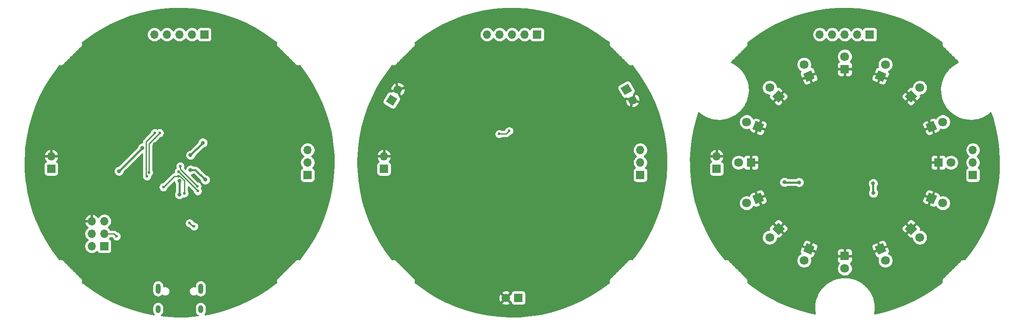
<source format=gbr>
%TF.GenerationSoftware,KiCad,Pcbnew,(5.1.8)-1*%
%TF.CreationDate,2021-03-22T04:11:10-04:00*%
%TF.ProjectId,panel,70616e65-6c2e-46b6-9963-61645f706362,rev?*%
%TF.SameCoordinates,Original*%
%TF.FileFunction,Copper,L2,Bot*%
%TF.FilePolarity,Positive*%
%FSLAX46Y46*%
G04 Gerber Fmt 4.6, Leading zero omitted, Abs format (unit mm)*
G04 Created by KiCad (PCBNEW (5.1.8)-1) date 2021-03-22 04:11:10*
%MOMM*%
%LPD*%
G01*
G04 APERTURE LIST*
%TA.AperFunction,ComponentPad*%
%ADD10O,1.700000X1.700000*%
%TD*%
%TA.AperFunction,ComponentPad*%
%ADD11R,1.700000X1.700000*%
%TD*%
%TA.AperFunction,ComponentPad*%
%ADD12O,1.000000X2.100000*%
%TD*%
%TA.AperFunction,ComponentPad*%
%ADD13O,1.000000X1.600000*%
%TD*%
%TA.AperFunction,ComponentPad*%
%ADD14C,1.700000*%
%TD*%
%TA.AperFunction,ComponentPad*%
%ADD15C,0.100000*%
%TD*%
%TA.AperFunction,ComponentPad*%
%ADD16C,1.800000*%
%TD*%
%TA.AperFunction,ComponentPad*%
%ADD17R,1.800000X1.800000*%
%TD*%
%TA.AperFunction,ViaPad*%
%ADD18C,0.800000*%
%TD*%
%TA.AperFunction,ViaPad*%
%ADD19C,0.600000*%
%TD*%
%TA.AperFunction,Conductor*%
%ADD20C,0.381000*%
%TD*%
%TA.AperFunction,Conductor*%
%ADD21C,0.254000*%
%TD*%
%TA.AperFunction,Conductor*%
%ADD22C,0.100000*%
%TD*%
G04 APERTURE END LIST*
D10*
%TO.P,J3,5*%
%TO.N,GlobalEn*%
X212770000Y-70550000D03*
%TO.P,J3,4*%
%TO.N,D3*%
X215310000Y-70550000D03*
%TO.P,J3,3*%
%TO.N,D2*%
X217850000Y-70550000D03*
%TO.P,J3,2*%
%TO.N,D1*%
X220390000Y-70550000D03*
D11*
%TO.P,J3,1*%
%TO.N,D0*%
X222930000Y-70550000D03*
%TD*%
D10*
%TO.P,J1,2*%
%TO.N,GND*%
X191850000Y-95280000D03*
D11*
%TO.P,J1,1*%
%TO.N,+5V*%
X191850000Y-97820000D03*
%TD*%
D10*
%TO.P,J2,3*%
%TO.N,Net-(J2-Pad3)*%
X243850000Y-94010000D03*
%TO.P,J2,2*%
%TO.N,Net-(J2-Pad2)*%
X243850000Y-96550000D03*
D11*
%TO.P,J2,1*%
%TO.N,Net-(J2-Pad1)*%
X243850000Y-99090000D03*
%TD*%
D10*
%TO.P,J1,2*%
%TO.N,GND*%
X56850000Y-95280000D03*
D11*
%TO.P,J1,1*%
%TO.N,+5V*%
X56850000Y-97820000D03*
%TD*%
D10*
%TO.P,J3,5*%
%TO.N,D5*%
X77770000Y-70550000D03*
%TO.P,J3,4*%
%TO.N,D4*%
X80310000Y-70550000D03*
%TO.P,J3,3*%
%TO.N,D3*%
X82850000Y-70550000D03*
%TO.P,J3,2*%
%TO.N,D2*%
X85390000Y-70550000D03*
D11*
%TO.P,J3,1*%
%TO.N,D1*%
X87930000Y-70550000D03*
%TD*%
D10*
%TO.P,J2,3*%
%TO.N,A2*%
X108850000Y-94010000D03*
%TO.P,J2,2*%
%TO.N,A1*%
X108850000Y-96550000D03*
D11*
%TO.P,J2,1*%
%TO.N,A0*%
X108850000Y-99090000D03*
%TD*%
D12*
%TO.P,J4,S1*%
%TO.N,Net-(J4-PadS1)*%
X87170000Y-122170000D03*
X78530000Y-122170000D03*
D13*
X78530000Y-126350000D03*
X87170000Y-126350000D03*
%TD*%
D10*
%TO.P,J5,6*%
%TO.N,GND*%
X65060000Y-108470000D03*
%TO.P,J5,5*%
%TO.N,RESET*%
X67600000Y-108470000D03*
%TO.P,J5,4*%
%TO.N,MOSI*%
X65060000Y-111010000D03*
%TO.P,J5,3*%
%TO.N,SCK*%
X67600000Y-111010000D03*
%TO.P,J5,2*%
%TO.N,+5V*%
X65060000Y-113550000D03*
D11*
%TO.P,J5,1*%
%TO.N,MISO*%
X67600000Y-113550000D03*
%TD*%
D10*
%TO.P,J3,5*%
%TO.N,Net-(J3-Pad5)*%
X145270000Y-70550000D03*
%TO.P,J3,4*%
%TO.N,Net-(J3-Pad4)*%
X147810000Y-70550000D03*
%TO.P,J3,3*%
%TO.N,Net-(J3-Pad3)*%
X150350000Y-70550000D03*
%TO.P,J3,2*%
%TO.N,Net-(J3-Pad2)*%
X152890000Y-70550000D03*
D11*
%TO.P,J3,1*%
%TO.N,Net-(J3-Pad1)*%
X155430000Y-70550000D03*
%TD*%
D14*
%TO.P,MK3,1*%
%TO.N,GND*%
X127169302Y-81700148D03*
%TA.AperFunction,ComponentPad*%
D15*
%TO.P,MK3,2*%
%TO.N,Net-(C19-Pad2)*%
G36*
X127060424Y-83588730D02*
G01*
X126210424Y-85060974D01*
X124738180Y-84210974D01*
X125588180Y-82738730D01*
X127060424Y-83588730D01*
G37*
%TD.AperFunction*%
%TD*%
D14*
%TO.P,MK2,1*%
%TO.N,GND*%
X174800698Y-83899852D03*
%TA.AperFunction,ComponentPad*%
D15*
%TO.P,MK2,2*%
%TO.N,Net-(C13-Pad2)*%
G36*
X173219576Y-82861270D02*
G01*
X172369576Y-81389026D01*
X173841820Y-80539026D01*
X174691820Y-82011270D01*
X173219576Y-82861270D01*
G37*
%TD.AperFunction*%
%TD*%
D14*
%TO.P,MK1,1*%
%TO.N,GND*%
X149080000Y-124050000D03*
D11*
%TO.P,MK1,2*%
%TO.N,Net-(C7-Pad2)*%
X151620000Y-124050000D03*
%TD*%
D10*
%TO.P,J2,3*%
%TO.N,A2*%
X176350000Y-94010000D03*
%TO.P,J2,2*%
%TO.N,A1*%
X176350000Y-96550000D03*
D11*
%TO.P,J2,1*%
%TO.N,A0*%
X176350000Y-99090000D03*
%TD*%
D10*
%TO.P,J1,2*%
%TO.N,GND*%
X124350000Y-95280000D03*
D11*
%TO.P,J1,1*%
%TO.N,+5V*%
X124350000Y-97820000D03*
%TD*%
D16*
%TO.P,D8,2*%
%TO.N,Net-(D8-Pad2)*%
X226093001Y-116450365D03*
%TA.AperFunction,ComponentPad*%
D15*
%TO.P,D8,1*%
%TO.N,GND*%
G36*
X223945078Y-113616635D02*
G01*
X225608061Y-112927804D01*
X226296892Y-114590787D01*
X224633909Y-115279618D01*
X223945078Y-113616635D01*
G37*
%TD.AperFunction*%
%TD*%
D16*
%TO.P,D7,2*%
%TO.N,Net-(D7-Pad2)*%
X233081080Y-111781080D03*
%TA.AperFunction,ComponentPad*%
D15*
%TO.P,D7,1*%
%TO.N,GND*%
G36*
X230012237Y-109985029D02*
G01*
X231285029Y-108712237D01*
X232557821Y-109985029D01*
X231285029Y-111257821D01*
X230012237Y-109985029D01*
G37*
%TD.AperFunction*%
%TD*%
D16*
%TO.P,D3,2*%
%TO.N,Net-(D3-Pad2)*%
X233081080Y-81318920D03*
%TA.AperFunction,ComponentPad*%
D15*
%TO.P,D3,1*%
%TO.N,GND*%
G36*
X231285029Y-84387763D02*
G01*
X230012237Y-83114971D01*
X231285029Y-81842179D01*
X232557821Y-83114971D01*
X231285029Y-84387763D01*
G37*
%TD.AperFunction*%
%TD*%
D16*
%TO.P,D16,2*%
%TO.N,Net-(D16-Pad2)*%
X209606999Y-76649635D03*
%TA.AperFunction,ComponentPad*%
D15*
%TO.P,D16,1*%
%TO.N,GND*%
G36*
X211754922Y-79483365D02*
G01*
X210091939Y-80172196D01*
X209403108Y-78509213D01*
X211066091Y-77820382D01*
X211754922Y-79483365D01*
G37*
%TD.AperFunction*%
%TD*%
D16*
%TO.P,D15,2*%
%TO.N,Net-(D15-Pad2)*%
X202618920Y-81318920D03*
%TA.AperFunction,ComponentPad*%
D15*
%TO.P,D15,1*%
%TO.N,GND*%
G36*
X205687763Y-83114971D02*
G01*
X204414971Y-84387763D01*
X203142179Y-83114971D01*
X204414971Y-81842179D01*
X205687763Y-83114971D01*
G37*
%TD.AperFunction*%
%TD*%
D16*
%TO.P,D14,2*%
%TO.N,Net-(D14-Pad2)*%
X197949635Y-88306999D03*
%TA.AperFunction,ComponentPad*%
D15*
%TO.P,D14,1*%
%TO.N,GND*%
G36*
X201472196Y-88791939D02*
G01*
X200783365Y-90454922D01*
X199120382Y-89766091D01*
X199809213Y-88103108D01*
X201472196Y-88791939D01*
G37*
%TD.AperFunction*%
%TD*%
D16*
%TO.P,D13,2*%
%TO.N,Net-(D13-Pad2)*%
X196310000Y-96550000D03*
D17*
%TO.P,D13,1*%
%TO.N,GND*%
X198850000Y-96550000D03*
%TD*%
D16*
%TO.P,D12,2*%
%TO.N,Net-(D12-Pad2)*%
X197949635Y-104793001D03*
%TA.AperFunction,ComponentPad*%
D15*
%TO.P,D12,1*%
%TO.N,GND*%
G36*
X200783365Y-102645078D02*
G01*
X201472196Y-104308061D01*
X199809213Y-104996892D01*
X199120382Y-103333909D01*
X200783365Y-102645078D01*
G37*
%TD.AperFunction*%
%TD*%
D16*
%TO.P,D11,2*%
%TO.N,Net-(D11-Pad2)*%
X202618920Y-111781080D03*
%TA.AperFunction,ComponentPad*%
D15*
%TO.P,D11,1*%
%TO.N,GND*%
G36*
X204414971Y-108712237D02*
G01*
X205687763Y-109985029D01*
X204414971Y-111257821D01*
X203142179Y-109985029D01*
X204414971Y-108712237D01*
G37*
%TD.AperFunction*%
%TD*%
D16*
%TO.P,D10,2*%
%TO.N,Net-(D10-Pad2)*%
X209606999Y-116450365D03*
%TA.AperFunction,ComponentPad*%
D15*
%TO.P,D10,1*%
%TO.N,GND*%
G36*
X210091939Y-112927804D02*
G01*
X211754922Y-113616635D01*
X211066091Y-115279618D01*
X209403108Y-114590787D01*
X210091939Y-112927804D01*
G37*
%TD.AperFunction*%
%TD*%
D16*
%TO.P,D9,2*%
%TO.N,Net-(D9-Pad2)*%
X217850000Y-118090000D03*
D17*
%TO.P,D9,1*%
%TO.N,GND*%
X217850000Y-115550000D03*
%TD*%
D16*
%TO.P,D6,2*%
%TO.N,Net-(D6-Pad2)*%
X237750365Y-104793001D03*
%TA.AperFunction,ComponentPad*%
D15*
%TO.P,D6,1*%
%TO.N,GND*%
G36*
X234227804Y-104308061D02*
G01*
X234916635Y-102645078D01*
X236579618Y-103333909D01*
X235890787Y-104996892D01*
X234227804Y-104308061D01*
G37*
%TD.AperFunction*%
%TD*%
D16*
%TO.P,D5,2*%
%TO.N,Net-(D5-Pad2)*%
X239390000Y-96550000D03*
D17*
%TO.P,D5,1*%
%TO.N,GND*%
X236850000Y-96550000D03*
%TD*%
D16*
%TO.P,D4,2*%
%TO.N,Net-(D4-Pad2)*%
X237750365Y-88306999D03*
%TA.AperFunction,ComponentPad*%
D15*
%TO.P,D4,1*%
%TO.N,GND*%
G36*
X234916635Y-90454922D02*
G01*
X234227804Y-88791939D01*
X235890787Y-88103108D01*
X236579618Y-89766091D01*
X234916635Y-90454922D01*
G37*
%TD.AperFunction*%
%TD*%
D16*
%TO.P,D2,2*%
%TO.N,Net-(D2-Pad2)*%
X226093001Y-76649635D03*
%TA.AperFunction,ComponentPad*%
D15*
%TO.P,D2,1*%
%TO.N,GND*%
G36*
X225608061Y-80172196D02*
G01*
X223945078Y-79483365D01*
X224633909Y-77820382D01*
X226296892Y-78509213D01*
X225608061Y-80172196D01*
G37*
%TD.AperFunction*%
%TD*%
D16*
%TO.P,D1,2*%
%TO.N,Net-(D1-Pad2)*%
X217850000Y-75010000D03*
D17*
%TO.P,D1,1*%
%TO.N,GND*%
X217850000Y-77550000D03*
%TD*%
D18*
%TO.N,GND*%
X79100000Y-119800000D03*
X96650000Y-114250000D03*
X85650008Y-106500000D03*
X88850000Y-101250000D03*
X74674992Y-91450008D03*
X79350000Y-116800000D03*
X98850000Y-79800000D03*
X86600000Y-119800000D03*
X149850000Y-82050000D03*
X161600000Y-95050000D03*
X147350002Y-102650000D03*
X150750000Y-98450000D03*
X153450000Y-90250000D03*
X77829557Y-92867510D03*
X152850000Y-119050000D03*
X218350000Y-101550000D03*
X214850000Y-90550000D03*
X129850000Y-96550000D03*
%TO.N,+5V*%
X70599996Y-98300000D03*
X75350000Y-93550000D03*
X82850000Y-103050000D03*
X85100000Y-95050000D03*
X87600000Y-92550000D03*
X85100000Y-98050014D03*
X88100000Y-100050000D03*
X82850014Y-100299910D03*
X208570000Y-100580000D03*
X223600000Y-100800000D03*
X205600000Y-100550000D03*
X223650000Y-102750000D03*
D19*
%TO.N,RESET*%
X83850000Y-102800000D03*
X79600000Y-101550000D03*
X82650000Y-99350000D03*
%TO.N,SCK*%
X70100000Y-111550000D03*
%TO.N,RX*%
X86550002Y-102350000D03*
X82650000Y-98450004D03*
%TO.N,TX*%
X86458261Y-101358255D03*
X83008255Y-97308255D03*
%TO.N,D5*%
X76250000Y-99350000D03*
X77850000Y-90550004D03*
%TO.N,D4*%
X76650000Y-98550000D03*
X78850006Y-90550000D03*
%TO.N,Net-(J4-PadA7)*%
X84911646Y-108861646D03*
X85838353Y-109538353D03*
%TO.N,+2V5*%
X147750000Y-90750000D03*
X149750000Y-90150000D03*
%TD*%
D20*
%TO.N,+5V*%
X70599996Y-98300000D02*
X74649998Y-94249998D01*
X74650002Y-94249998D02*
X75350000Y-93550000D01*
X74649998Y-94249998D02*
X74650002Y-94249998D01*
X85100000Y-95050000D02*
X87600000Y-92550000D01*
X86100014Y-98050014D02*
X88100000Y-100050000D01*
X85100000Y-98050014D02*
X86100014Y-98050014D01*
X82850000Y-103050000D02*
X82850000Y-100299924D01*
X82850000Y-100299924D02*
X82850014Y-100299910D01*
X208570000Y-100580000D02*
X205630000Y-100580000D01*
X205630000Y-100580000D02*
X205600000Y-100550000D01*
X223600000Y-102700000D02*
X223650000Y-102750000D01*
X223600000Y-100800000D02*
X223600000Y-102700000D01*
D21*
%TO.N,RESET*%
X83850000Y-100225736D02*
X82974264Y-99350000D01*
X83850000Y-102800000D02*
X83850000Y-100225736D01*
X82974264Y-99350000D02*
X82650000Y-99350000D01*
X79600000Y-101550000D02*
X81800000Y-99350000D01*
X81800000Y-99350000D02*
X82650000Y-99350000D01*
%TO.N,SCK*%
X69560000Y-111010000D02*
X70100000Y-111550000D01*
X67600000Y-111010000D02*
X69560000Y-111010000D01*
%TO.N,RX*%
X82650008Y-98450004D02*
X82650000Y-98450004D01*
X86550002Y-102350000D02*
X82650008Y-98450004D01*
%TO.N,TX*%
X86458261Y-101358255D02*
X83008255Y-97908249D01*
X83008255Y-97908249D02*
X83008255Y-97308255D01*
%TO.N,D5*%
X76050001Y-99150001D02*
X76050001Y-92350003D01*
X76250000Y-99350000D02*
X76050001Y-99150001D01*
X76050001Y-92350003D02*
X77850000Y-90550004D01*
%TO.N,D4*%
X76650000Y-92750006D02*
X78850006Y-90550000D01*
X76650000Y-98550000D02*
X76650000Y-92750006D01*
%TO.N,Net-(J4-PadA7)*%
X85588353Y-109538353D02*
X85838353Y-109538353D01*
X84911646Y-108861646D02*
X85588353Y-109538353D01*
%TO.N,+2V5*%
X149150000Y-90750000D02*
X149750000Y-90150000D01*
X147750000Y-90750000D02*
X149150000Y-90750000D01*
%TD*%
%TO.N,GND*%
X153233699Y-65351360D02*
X155402975Y-65628514D01*
X157547647Y-66056316D01*
X159657241Y-66632679D01*
X161721499Y-67354797D01*
X163730362Y-68219156D01*
X165674022Y-69221531D01*
X167543027Y-70357048D01*
X169334296Y-71624440D01*
X169940881Y-72098356D01*
X169943603Y-72101116D01*
X169950724Y-72106965D01*
X170051391Y-72188484D01*
X170040462Y-72214869D01*
X170006452Y-72385849D01*
X170006452Y-72560179D01*
X170040462Y-72731159D01*
X170107175Y-72892219D01*
X170204028Y-73037169D01*
X170327297Y-73160438D01*
X170472247Y-73257291D01*
X170630768Y-73322952D01*
X170696430Y-73481475D01*
X170793283Y-73626425D01*
X170916552Y-73749694D01*
X171061502Y-73846547D01*
X171220025Y-73912209D01*
X171285686Y-74070730D01*
X171382539Y-74215680D01*
X171505808Y-74338949D01*
X171650758Y-74435802D01*
X171809280Y-74501464D01*
X171874942Y-74659986D01*
X171971795Y-74804936D01*
X172095064Y-74928205D01*
X172240014Y-75025058D01*
X172398535Y-75090720D01*
X172464197Y-75249241D01*
X172561050Y-75394191D01*
X172684319Y-75517460D01*
X172829269Y-75614313D01*
X172987791Y-75679975D01*
X173053453Y-75838497D01*
X173150306Y-75983447D01*
X173273575Y-76106716D01*
X173418525Y-76203569D01*
X173577047Y-76269231D01*
X173642709Y-76427753D01*
X173739562Y-76572703D01*
X173862831Y-76695972D01*
X174007781Y-76792825D01*
X174168841Y-76859538D01*
X174339821Y-76893548D01*
X174514151Y-76893548D01*
X174685131Y-76859538D01*
X174711262Y-76848714D01*
X174791047Y-76945846D01*
X176103150Y-78704940D01*
X177285222Y-80544856D01*
X178336081Y-82462768D01*
X179250578Y-84449281D01*
X180024284Y-86494768D01*
X180653417Y-88589238D01*
X181134912Y-90722471D01*
X181466429Y-92884123D01*
X181646350Y-95063631D01*
X181673799Y-97250372D01*
X181548640Y-99433700D01*
X181271486Y-101602975D01*
X180843684Y-103747648D01*
X180267319Y-105857251D01*
X179545203Y-107921499D01*
X178680847Y-109930359D01*
X177678469Y-111874022D01*
X176542951Y-113743028D01*
X175275551Y-115534308D01*
X174801647Y-116140878D01*
X174798885Y-116143602D01*
X174793036Y-116150723D01*
X174711516Y-116251391D01*
X174685131Y-116240462D01*
X174514151Y-116206452D01*
X174339821Y-116206452D01*
X174168841Y-116240462D01*
X174007781Y-116307175D01*
X173862831Y-116404028D01*
X173739562Y-116527297D01*
X173642709Y-116672247D01*
X173577048Y-116830768D01*
X173418525Y-116896430D01*
X173273575Y-116993283D01*
X173150306Y-117116552D01*
X173053453Y-117261502D01*
X172987791Y-117420025D01*
X172829270Y-117485686D01*
X172684320Y-117582539D01*
X172561051Y-117705808D01*
X172464198Y-117850758D01*
X172398536Y-118009280D01*
X172240014Y-118074942D01*
X172095064Y-118171795D01*
X171971795Y-118295064D01*
X171874942Y-118440014D01*
X171809280Y-118598535D01*
X171650759Y-118664197D01*
X171505809Y-118761050D01*
X171382540Y-118884319D01*
X171285687Y-119029269D01*
X171220025Y-119187791D01*
X171061503Y-119253453D01*
X170916553Y-119350306D01*
X170793284Y-119473575D01*
X170696431Y-119618525D01*
X170630769Y-119777047D01*
X170472247Y-119842709D01*
X170327297Y-119939562D01*
X170204028Y-120062831D01*
X170107175Y-120207781D01*
X170040462Y-120368841D01*
X170006452Y-120539821D01*
X170006452Y-120714151D01*
X170040462Y-120885131D01*
X170051286Y-120911262D01*
X169954163Y-120991039D01*
X168195060Y-122303150D01*
X166355133Y-123485229D01*
X164437232Y-124536081D01*
X162450720Y-125450578D01*
X160405235Y-126224283D01*
X158310775Y-126853415D01*
X156177529Y-127334912D01*
X154015877Y-127666429D01*
X151836369Y-127846350D01*
X149649628Y-127873799D01*
X147466300Y-127748640D01*
X145297025Y-127471486D01*
X143152352Y-127043684D01*
X141042749Y-126467319D01*
X138978501Y-125745203D01*
X137428770Y-125078397D01*
X148231208Y-125078397D01*
X148308843Y-125327472D01*
X148572883Y-125453371D01*
X148856411Y-125525339D01*
X149148531Y-125540611D01*
X149438019Y-125498599D01*
X149713747Y-125400919D01*
X149851157Y-125327472D01*
X149928792Y-125078397D01*
X149080000Y-124229605D01*
X148231208Y-125078397D01*
X137428770Y-125078397D01*
X136969641Y-124880847D01*
X135491471Y-124118531D01*
X147589389Y-124118531D01*
X147631401Y-124408019D01*
X147729081Y-124683747D01*
X147802528Y-124821157D01*
X148051603Y-124898792D01*
X148900395Y-124050000D01*
X149259605Y-124050000D01*
X150108397Y-124898792D01*
X150131928Y-124891458D01*
X150131928Y-124900000D01*
X150144188Y-125024482D01*
X150180498Y-125144180D01*
X150239463Y-125254494D01*
X150318815Y-125351185D01*
X150415506Y-125430537D01*
X150525820Y-125489502D01*
X150645518Y-125525812D01*
X150770000Y-125538072D01*
X152470000Y-125538072D01*
X152594482Y-125525812D01*
X152714180Y-125489502D01*
X152824494Y-125430537D01*
X152921185Y-125351185D01*
X153000537Y-125254494D01*
X153059502Y-125144180D01*
X153095812Y-125024482D01*
X153108072Y-124900000D01*
X153108072Y-123200000D01*
X153095812Y-123075518D01*
X153059502Y-122955820D01*
X153000537Y-122845506D01*
X152921185Y-122748815D01*
X152824494Y-122669463D01*
X152714180Y-122610498D01*
X152594482Y-122574188D01*
X152470000Y-122561928D01*
X150770000Y-122561928D01*
X150645518Y-122574188D01*
X150525820Y-122610498D01*
X150415506Y-122669463D01*
X150318815Y-122748815D01*
X150239463Y-122845506D01*
X150180498Y-122955820D01*
X150144188Y-123075518D01*
X150131928Y-123200000D01*
X150131928Y-123208542D01*
X150108397Y-123201208D01*
X149259605Y-124050000D01*
X148900395Y-124050000D01*
X148051603Y-123201208D01*
X147802528Y-123278843D01*
X147676629Y-123542883D01*
X147604661Y-123826411D01*
X147589389Y-124118531D01*
X135491471Y-124118531D01*
X135025978Y-123878469D01*
X133615620Y-123021603D01*
X148231208Y-123021603D01*
X149080000Y-123870395D01*
X149928792Y-123021603D01*
X149851157Y-122772528D01*
X149587117Y-122646629D01*
X149303589Y-122574661D01*
X149011469Y-122559389D01*
X148721981Y-122601401D01*
X148446253Y-122699081D01*
X148308843Y-122772528D01*
X148231208Y-123021603D01*
X133615620Y-123021603D01*
X133156972Y-122742951D01*
X131365692Y-121475551D01*
X130759122Y-121001647D01*
X130756398Y-120998885D01*
X130749277Y-120993036D01*
X130648609Y-120911516D01*
X130659538Y-120885131D01*
X130693548Y-120714151D01*
X130693548Y-120539821D01*
X130659538Y-120368841D01*
X130592825Y-120207781D01*
X130495972Y-120062831D01*
X130372703Y-119939562D01*
X130227753Y-119842709D01*
X130069232Y-119777048D01*
X130003570Y-119618525D01*
X129906717Y-119473575D01*
X129783448Y-119350306D01*
X129638498Y-119253453D01*
X129479975Y-119187791D01*
X129414314Y-119029270D01*
X129317461Y-118884320D01*
X129194192Y-118761051D01*
X129049242Y-118664198D01*
X128890720Y-118598536D01*
X128825058Y-118440014D01*
X128728205Y-118295064D01*
X128604936Y-118171795D01*
X128459986Y-118074942D01*
X128301465Y-118009280D01*
X128235803Y-117850759D01*
X128138950Y-117705809D01*
X128015681Y-117582540D01*
X127870731Y-117485687D01*
X127712209Y-117420025D01*
X127646547Y-117261503D01*
X127549694Y-117116553D01*
X127426425Y-116993284D01*
X127281475Y-116896431D01*
X127122953Y-116830769D01*
X127057291Y-116672247D01*
X126960438Y-116527297D01*
X126837169Y-116404028D01*
X126692219Y-116307175D01*
X126531159Y-116240462D01*
X126360179Y-116206452D01*
X126185849Y-116206452D01*
X126014869Y-116240462D01*
X125988738Y-116251286D01*
X125908961Y-116154163D01*
X124596850Y-114395060D01*
X123414771Y-112555133D01*
X122363919Y-110637232D01*
X121449422Y-108650720D01*
X120675717Y-106605235D01*
X120046585Y-104510775D01*
X119565088Y-102377529D01*
X119233571Y-100215877D01*
X119053650Y-98036369D01*
X119040265Y-96970000D01*
X122861928Y-96970000D01*
X122861928Y-98670000D01*
X122874188Y-98794482D01*
X122910498Y-98914180D01*
X122969463Y-99024494D01*
X123048815Y-99121185D01*
X123145506Y-99200537D01*
X123255820Y-99259502D01*
X123375518Y-99295812D01*
X123500000Y-99308072D01*
X125200000Y-99308072D01*
X125324482Y-99295812D01*
X125444180Y-99259502D01*
X125554494Y-99200537D01*
X125651185Y-99121185D01*
X125730537Y-99024494D01*
X125789502Y-98914180D01*
X125825812Y-98794482D01*
X125838072Y-98670000D01*
X125838072Y-98240000D01*
X174861928Y-98240000D01*
X174861928Y-99940000D01*
X174874188Y-100064482D01*
X174910498Y-100184180D01*
X174969463Y-100294494D01*
X175048815Y-100391185D01*
X175145506Y-100470537D01*
X175255820Y-100529502D01*
X175375518Y-100565812D01*
X175500000Y-100578072D01*
X177200000Y-100578072D01*
X177324482Y-100565812D01*
X177444180Y-100529502D01*
X177554494Y-100470537D01*
X177651185Y-100391185D01*
X177730537Y-100294494D01*
X177789502Y-100184180D01*
X177825812Y-100064482D01*
X177838072Y-99940000D01*
X177838072Y-98240000D01*
X177825812Y-98115518D01*
X177789502Y-97995820D01*
X177730537Y-97885506D01*
X177651185Y-97788815D01*
X177554494Y-97709463D01*
X177444180Y-97650498D01*
X177371620Y-97628487D01*
X177503475Y-97496632D01*
X177665990Y-97253411D01*
X177777932Y-96983158D01*
X177835000Y-96696260D01*
X177835000Y-96403740D01*
X177777932Y-96116842D01*
X177665990Y-95846589D01*
X177503475Y-95603368D01*
X177296632Y-95396525D01*
X177122240Y-95280000D01*
X177296632Y-95163475D01*
X177503475Y-94956632D01*
X177665990Y-94713411D01*
X177777932Y-94443158D01*
X177835000Y-94156260D01*
X177835000Y-93863740D01*
X177777932Y-93576842D01*
X177665990Y-93306589D01*
X177503475Y-93063368D01*
X177296632Y-92856525D01*
X177053411Y-92694010D01*
X176783158Y-92582068D01*
X176496260Y-92525000D01*
X176203740Y-92525000D01*
X175916842Y-92582068D01*
X175646589Y-92694010D01*
X175403368Y-92856525D01*
X175196525Y-93063368D01*
X175034010Y-93306589D01*
X174922068Y-93576842D01*
X174865000Y-93863740D01*
X174865000Y-94156260D01*
X174922068Y-94443158D01*
X175034010Y-94713411D01*
X175196525Y-94956632D01*
X175403368Y-95163475D01*
X175577760Y-95280000D01*
X175403368Y-95396525D01*
X175196525Y-95603368D01*
X175034010Y-95846589D01*
X174922068Y-96116842D01*
X174865000Y-96403740D01*
X174865000Y-96696260D01*
X174922068Y-96983158D01*
X175034010Y-97253411D01*
X175196525Y-97496632D01*
X175328380Y-97628487D01*
X175255820Y-97650498D01*
X175145506Y-97709463D01*
X175048815Y-97788815D01*
X174969463Y-97885506D01*
X174910498Y-97995820D01*
X174874188Y-98115518D01*
X174861928Y-98240000D01*
X125838072Y-98240000D01*
X125838072Y-96970000D01*
X125825812Y-96845518D01*
X125789502Y-96725820D01*
X125730537Y-96615506D01*
X125651185Y-96518815D01*
X125554494Y-96439463D01*
X125444180Y-96380498D01*
X125363534Y-96356034D01*
X125447588Y-96280269D01*
X125621641Y-96046920D01*
X125746825Y-95784099D01*
X125791476Y-95636890D01*
X125670155Y-95407000D01*
X124477000Y-95407000D01*
X124477000Y-95427000D01*
X124223000Y-95427000D01*
X124223000Y-95407000D01*
X123029845Y-95407000D01*
X122908524Y-95636890D01*
X122953175Y-95784099D01*
X123078359Y-96046920D01*
X123252412Y-96280269D01*
X123336466Y-96356034D01*
X123255820Y-96380498D01*
X123145506Y-96439463D01*
X123048815Y-96518815D01*
X122969463Y-96615506D01*
X122910498Y-96725820D01*
X122874188Y-96845518D01*
X122861928Y-96970000D01*
X119040265Y-96970000D01*
X119026201Y-95849628D01*
X119079313Y-94923110D01*
X122908524Y-94923110D01*
X123029845Y-95153000D01*
X124223000Y-95153000D01*
X124223000Y-93959186D01*
X124477000Y-93959186D01*
X124477000Y-95153000D01*
X125670155Y-95153000D01*
X125791476Y-94923110D01*
X125746825Y-94775901D01*
X125621641Y-94513080D01*
X125447588Y-94279731D01*
X125231355Y-94084822D01*
X124981252Y-93935843D01*
X124706891Y-93838519D01*
X124477000Y-93959186D01*
X124223000Y-93959186D01*
X123993109Y-93838519D01*
X123718748Y-93935843D01*
X123468645Y-94084822D01*
X123252412Y-94279731D01*
X123078359Y-94513080D01*
X122953175Y-94775901D01*
X122908524Y-94923110D01*
X119079313Y-94923110D01*
X119151360Y-93666300D01*
X119428514Y-91497023D01*
X119595893Y-90657911D01*
X146815000Y-90657911D01*
X146815000Y-90842089D01*
X146850932Y-91022729D01*
X146921414Y-91192889D01*
X147023738Y-91346028D01*
X147153972Y-91476262D01*
X147307111Y-91578586D01*
X147477271Y-91649068D01*
X147657911Y-91685000D01*
X147842089Y-91685000D01*
X148022729Y-91649068D01*
X148192889Y-91578586D01*
X148292542Y-91512000D01*
X149112577Y-91512000D01*
X149150000Y-91515686D01*
X149187423Y-91512000D01*
X149187426Y-91512000D01*
X149299378Y-91500974D01*
X149443015Y-91457402D01*
X149575392Y-91386645D01*
X149691422Y-91291422D01*
X149715283Y-91262347D01*
X149905180Y-91072450D01*
X150022729Y-91049068D01*
X150192889Y-90978586D01*
X150346028Y-90876262D01*
X150476262Y-90746028D01*
X150578586Y-90592889D01*
X150649068Y-90422729D01*
X150685000Y-90242089D01*
X150685000Y-90057911D01*
X150649068Y-89877271D01*
X150578586Y-89707111D01*
X150476262Y-89553972D01*
X150346028Y-89423738D01*
X150192889Y-89321414D01*
X150022729Y-89250932D01*
X149842089Y-89215000D01*
X149657911Y-89215000D01*
X149477271Y-89250932D01*
X149307111Y-89321414D01*
X149153972Y-89423738D01*
X149023738Y-89553972D01*
X148921414Y-89707111D01*
X148850932Y-89877271D01*
X148828906Y-89988000D01*
X148292542Y-89988000D01*
X148192889Y-89921414D01*
X148022729Y-89850932D01*
X147842089Y-89815000D01*
X147657911Y-89815000D01*
X147477271Y-89850932D01*
X147307111Y-89921414D01*
X147153972Y-90023738D01*
X147023738Y-90153972D01*
X146921414Y-90307111D01*
X146850932Y-90477271D01*
X146815000Y-90657911D01*
X119595893Y-90657911D01*
X119856316Y-89352352D01*
X120432680Y-87242752D01*
X121154795Y-85178506D01*
X121553140Y-84252706D01*
X124101474Y-84252706D01*
X124121850Y-84376119D01*
X124165911Y-84493186D01*
X124231964Y-84599408D01*
X124317470Y-84690702D01*
X124419144Y-84763561D01*
X125891388Y-85613561D01*
X126005323Y-85665184D01*
X126127139Y-85693587D01*
X126252156Y-85697680D01*
X126375569Y-85677304D01*
X126492636Y-85633243D01*
X126598858Y-85567190D01*
X126690152Y-85481684D01*
X126763011Y-85380010D01*
X126858356Y-85214866D01*
X174579821Y-85214866D01*
X174771593Y-85391753D01*
X175063207Y-85368765D01*
X175344734Y-85289328D01*
X175605353Y-85156493D01*
X175835051Y-84975367D01*
X176024999Y-84752909D01*
X176107275Y-84620597D01*
X176049972Y-84366074D01*
X174890501Y-84055395D01*
X174579821Y-85214866D01*
X126858356Y-85214866D01*
X127613011Y-83907766D01*
X127629784Y-83870747D01*
X173308797Y-83870747D01*
X173331785Y-84162361D01*
X173411222Y-84443888D01*
X173544057Y-84704507D01*
X173725183Y-84934205D01*
X173947641Y-85124153D01*
X174079953Y-85206429D01*
X174334476Y-85149126D01*
X174645155Y-83989655D01*
X173485684Y-83678975D01*
X173308797Y-83870747D01*
X127629784Y-83870747D01*
X127664634Y-83793831D01*
X127693037Y-83672015D01*
X127697130Y-83546998D01*
X127676754Y-83423585D01*
X127632693Y-83306518D01*
X127566640Y-83200296D01*
X127481134Y-83109002D01*
X127379460Y-83036143D01*
X127372063Y-83031872D01*
X127390179Y-83015162D01*
X127103562Y-81945496D01*
X127155161Y-81893897D01*
X127051215Y-81789951D01*
X127324845Y-81789951D01*
X127635524Y-82949422D01*
X127890047Y-83006725D01*
X128131098Y-82841010D01*
X128335189Y-82631452D01*
X128494475Y-82386103D01*
X128602835Y-82114394D01*
X128656106Y-81826766D01*
X128661203Y-81671043D01*
X128484316Y-81479271D01*
X127324845Y-81789951D01*
X127051215Y-81789951D01*
X126975553Y-81714289D01*
X126744348Y-81945494D01*
X125920028Y-82166370D01*
X125914615Y-82190415D01*
X125907216Y-82186143D01*
X125793281Y-82134520D01*
X125671465Y-82106117D01*
X125546448Y-82102024D01*
X125423035Y-82122400D01*
X125305968Y-82166461D01*
X125199746Y-82232514D01*
X125108452Y-82318020D01*
X125035593Y-82419694D01*
X124185593Y-83891938D01*
X124133970Y-84005873D01*
X124105567Y-84127689D01*
X124101474Y-84252706D01*
X121553140Y-84252706D01*
X122019153Y-83169641D01*
X122761984Y-81729253D01*
X125677401Y-81729253D01*
X125854288Y-81921025D01*
X127013759Y-81610345D01*
X126703080Y-80450874D01*
X126448557Y-80393571D01*
X126207506Y-80559286D01*
X126003415Y-80768844D01*
X125844129Y-81014193D01*
X125735769Y-81285902D01*
X125682498Y-81573530D01*
X125677401Y-81729253D01*
X122761984Y-81729253D01*
X123021531Y-81225978D01*
X123532387Y-80385134D01*
X126948425Y-80385134D01*
X127259105Y-81544605D01*
X127995480Y-81347294D01*
X171732870Y-81347294D01*
X171736963Y-81472311D01*
X171765366Y-81594127D01*
X171816989Y-81708062D01*
X172666989Y-83180306D01*
X172739848Y-83281980D01*
X172831142Y-83367486D01*
X172937364Y-83433539D01*
X173054431Y-83477600D01*
X173177844Y-83497976D01*
X173302861Y-83493883D01*
X173424677Y-83465480D01*
X173538612Y-83413857D01*
X173546011Y-83409585D01*
X173551424Y-83433630D01*
X174375744Y-83654506D01*
X174606949Y-83885711D01*
X174682611Y-83810049D01*
X174956241Y-83810049D01*
X176115712Y-84120729D01*
X176292599Y-83928957D01*
X176269611Y-83637343D01*
X176190174Y-83355816D01*
X176057339Y-83095197D01*
X175876213Y-82865499D01*
X175653755Y-82675551D01*
X175521443Y-82593275D01*
X175266920Y-82650578D01*
X174956241Y-83810049D01*
X174682611Y-83810049D01*
X174786557Y-83706103D01*
X174734958Y-83654504D01*
X175021575Y-82584838D01*
X175003459Y-82568128D01*
X175010856Y-82563857D01*
X175112530Y-82490998D01*
X175198036Y-82399704D01*
X175264089Y-82293482D01*
X175308150Y-82176415D01*
X175328526Y-82053002D01*
X175324433Y-81927985D01*
X175296030Y-81806169D01*
X175244407Y-81692234D01*
X174394407Y-80219990D01*
X174321548Y-80118316D01*
X174230254Y-80032810D01*
X174124032Y-79966757D01*
X174006965Y-79922696D01*
X173883552Y-79902320D01*
X173758535Y-79906413D01*
X173636719Y-79934816D01*
X173522784Y-79986439D01*
X172050540Y-80836439D01*
X171948866Y-80909298D01*
X171863360Y-81000592D01*
X171797307Y-81106814D01*
X171753246Y-81223881D01*
X171732870Y-81347294D01*
X127995480Y-81347294D01*
X128418576Y-81233926D01*
X128475879Y-80979403D01*
X128310164Y-80738352D01*
X128100606Y-80534261D01*
X127855257Y-80374975D01*
X127583548Y-80266615D01*
X127295920Y-80213344D01*
X127140197Y-80208247D01*
X126948425Y-80385134D01*
X123532387Y-80385134D01*
X124157049Y-79356972D01*
X125424441Y-77565703D01*
X125898357Y-76959118D01*
X125901116Y-76956397D01*
X125906965Y-76949276D01*
X125988484Y-76848609D01*
X126014869Y-76859538D01*
X126185849Y-76893548D01*
X126360179Y-76893548D01*
X126531159Y-76859538D01*
X126692219Y-76792825D01*
X126837169Y-76695972D01*
X126960438Y-76572703D01*
X127057291Y-76427753D01*
X127122952Y-76269232D01*
X127281475Y-76203570D01*
X127426425Y-76106717D01*
X127549694Y-75983448D01*
X127646547Y-75838498D01*
X127712209Y-75679975D01*
X127870730Y-75614314D01*
X128015680Y-75517461D01*
X128138949Y-75394192D01*
X128235802Y-75249242D01*
X128301464Y-75090720D01*
X128459986Y-75025058D01*
X128604936Y-74928205D01*
X128728205Y-74804936D01*
X128825058Y-74659986D01*
X128890720Y-74501465D01*
X129049241Y-74435803D01*
X129194191Y-74338950D01*
X129317460Y-74215681D01*
X129414313Y-74070731D01*
X129479975Y-73912209D01*
X129638497Y-73846547D01*
X129783447Y-73749694D01*
X129906716Y-73626425D01*
X130003569Y-73481475D01*
X130069231Y-73322953D01*
X130227753Y-73257291D01*
X130372703Y-73160438D01*
X130495972Y-73037169D01*
X130592825Y-72892219D01*
X130659538Y-72731159D01*
X130693548Y-72560179D01*
X130693548Y-72385849D01*
X130659538Y-72214869D01*
X130648714Y-72188738D01*
X130745843Y-72108955D01*
X132504939Y-70796851D01*
X133116822Y-70403740D01*
X143785000Y-70403740D01*
X143785000Y-70696260D01*
X143842068Y-70983158D01*
X143954010Y-71253411D01*
X144116525Y-71496632D01*
X144323368Y-71703475D01*
X144566589Y-71865990D01*
X144836842Y-71977932D01*
X145123740Y-72035000D01*
X145416260Y-72035000D01*
X145703158Y-71977932D01*
X145973411Y-71865990D01*
X146216632Y-71703475D01*
X146423475Y-71496632D01*
X146540000Y-71322240D01*
X146656525Y-71496632D01*
X146863368Y-71703475D01*
X147106589Y-71865990D01*
X147376842Y-71977932D01*
X147663740Y-72035000D01*
X147956260Y-72035000D01*
X148243158Y-71977932D01*
X148513411Y-71865990D01*
X148756632Y-71703475D01*
X148963475Y-71496632D01*
X149080000Y-71322240D01*
X149196525Y-71496632D01*
X149403368Y-71703475D01*
X149646589Y-71865990D01*
X149916842Y-71977932D01*
X150203740Y-72035000D01*
X150496260Y-72035000D01*
X150783158Y-71977932D01*
X151053411Y-71865990D01*
X151296632Y-71703475D01*
X151503475Y-71496632D01*
X151620000Y-71322240D01*
X151736525Y-71496632D01*
X151943368Y-71703475D01*
X152186589Y-71865990D01*
X152456842Y-71977932D01*
X152743740Y-72035000D01*
X153036260Y-72035000D01*
X153323158Y-71977932D01*
X153593411Y-71865990D01*
X153836632Y-71703475D01*
X153968487Y-71571620D01*
X153990498Y-71644180D01*
X154049463Y-71754494D01*
X154128815Y-71851185D01*
X154225506Y-71930537D01*
X154335820Y-71989502D01*
X154455518Y-72025812D01*
X154580000Y-72038072D01*
X156280000Y-72038072D01*
X156404482Y-72025812D01*
X156524180Y-71989502D01*
X156634494Y-71930537D01*
X156731185Y-71851185D01*
X156810537Y-71754494D01*
X156869502Y-71644180D01*
X156905812Y-71524482D01*
X156918072Y-71400000D01*
X156918072Y-69700000D01*
X156905812Y-69575518D01*
X156869502Y-69455820D01*
X156810537Y-69345506D01*
X156731185Y-69248815D01*
X156634494Y-69169463D01*
X156524180Y-69110498D01*
X156404482Y-69074188D01*
X156280000Y-69061928D01*
X154580000Y-69061928D01*
X154455518Y-69074188D01*
X154335820Y-69110498D01*
X154225506Y-69169463D01*
X154128815Y-69248815D01*
X154049463Y-69345506D01*
X153990498Y-69455820D01*
X153968487Y-69528380D01*
X153836632Y-69396525D01*
X153593411Y-69234010D01*
X153323158Y-69122068D01*
X153036260Y-69065000D01*
X152743740Y-69065000D01*
X152456842Y-69122068D01*
X152186589Y-69234010D01*
X151943368Y-69396525D01*
X151736525Y-69603368D01*
X151620000Y-69777760D01*
X151503475Y-69603368D01*
X151296632Y-69396525D01*
X151053411Y-69234010D01*
X150783158Y-69122068D01*
X150496260Y-69065000D01*
X150203740Y-69065000D01*
X149916842Y-69122068D01*
X149646589Y-69234010D01*
X149403368Y-69396525D01*
X149196525Y-69603368D01*
X149080000Y-69777760D01*
X148963475Y-69603368D01*
X148756632Y-69396525D01*
X148513411Y-69234010D01*
X148243158Y-69122068D01*
X147956260Y-69065000D01*
X147663740Y-69065000D01*
X147376842Y-69122068D01*
X147106589Y-69234010D01*
X146863368Y-69396525D01*
X146656525Y-69603368D01*
X146540000Y-69777760D01*
X146423475Y-69603368D01*
X146216632Y-69396525D01*
X145973411Y-69234010D01*
X145703158Y-69122068D01*
X145416260Y-69065000D01*
X145123740Y-69065000D01*
X144836842Y-69122068D01*
X144566589Y-69234010D01*
X144323368Y-69396525D01*
X144116525Y-69603368D01*
X143954010Y-69846589D01*
X143842068Y-70116842D01*
X143785000Y-70403740D01*
X133116822Y-70403740D01*
X134344854Y-69614779D01*
X136262761Y-68563922D01*
X138249274Y-67649424D01*
X140294766Y-66875716D01*
X142389239Y-66246582D01*
X144522470Y-65765089D01*
X146684121Y-65433571D01*
X148863630Y-65253650D01*
X151050370Y-65226201D01*
X153233699Y-65351360D01*
%TA.AperFunction,Conductor*%
D22*
G36*
X153233699Y-65351360D02*
G01*
X155402975Y-65628514D01*
X157547647Y-66056316D01*
X159657241Y-66632679D01*
X161721499Y-67354797D01*
X163730362Y-68219156D01*
X165674022Y-69221531D01*
X167543027Y-70357048D01*
X169334296Y-71624440D01*
X169940881Y-72098356D01*
X169943603Y-72101116D01*
X169950724Y-72106965D01*
X170051391Y-72188484D01*
X170040462Y-72214869D01*
X170006452Y-72385849D01*
X170006452Y-72560179D01*
X170040462Y-72731159D01*
X170107175Y-72892219D01*
X170204028Y-73037169D01*
X170327297Y-73160438D01*
X170472247Y-73257291D01*
X170630768Y-73322952D01*
X170696430Y-73481475D01*
X170793283Y-73626425D01*
X170916552Y-73749694D01*
X171061502Y-73846547D01*
X171220025Y-73912209D01*
X171285686Y-74070730D01*
X171382539Y-74215680D01*
X171505808Y-74338949D01*
X171650758Y-74435802D01*
X171809280Y-74501464D01*
X171874942Y-74659986D01*
X171971795Y-74804936D01*
X172095064Y-74928205D01*
X172240014Y-75025058D01*
X172398535Y-75090720D01*
X172464197Y-75249241D01*
X172561050Y-75394191D01*
X172684319Y-75517460D01*
X172829269Y-75614313D01*
X172987791Y-75679975D01*
X173053453Y-75838497D01*
X173150306Y-75983447D01*
X173273575Y-76106716D01*
X173418525Y-76203569D01*
X173577047Y-76269231D01*
X173642709Y-76427753D01*
X173739562Y-76572703D01*
X173862831Y-76695972D01*
X174007781Y-76792825D01*
X174168841Y-76859538D01*
X174339821Y-76893548D01*
X174514151Y-76893548D01*
X174685131Y-76859538D01*
X174711262Y-76848714D01*
X174791047Y-76945846D01*
X176103150Y-78704940D01*
X177285222Y-80544856D01*
X178336081Y-82462768D01*
X179250578Y-84449281D01*
X180024284Y-86494768D01*
X180653417Y-88589238D01*
X181134912Y-90722471D01*
X181466429Y-92884123D01*
X181646350Y-95063631D01*
X181673799Y-97250372D01*
X181548640Y-99433700D01*
X181271486Y-101602975D01*
X180843684Y-103747648D01*
X180267319Y-105857251D01*
X179545203Y-107921499D01*
X178680847Y-109930359D01*
X177678469Y-111874022D01*
X176542951Y-113743028D01*
X175275551Y-115534308D01*
X174801647Y-116140878D01*
X174798885Y-116143602D01*
X174793036Y-116150723D01*
X174711516Y-116251391D01*
X174685131Y-116240462D01*
X174514151Y-116206452D01*
X174339821Y-116206452D01*
X174168841Y-116240462D01*
X174007781Y-116307175D01*
X173862831Y-116404028D01*
X173739562Y-116527297D01*
X173642709Y-116672247D01*
X173577048Y-116830768D01*
X173418525Y-116896430D01*
X173273575Y-116993283D01*
X173150306Y-117116552D01*
X173053453Y-117261502D01*
X172987791Y-117420025D01*
X172829270Y-117485686D01*
X172684320Y-117582539D01*
X172561051Y-117705808D01*
X172464198Y-117850758D01*
X172398536Y-118009280D01*
X172240014Y-118074942D01*
X172095064Y-118171795D01*
X171971795Y-118295064D01*
X171874942Y-118440014D01*
X171809280Y-118598535D01*
X171650759Y-118664197D01*
X171505809Y-118761050D01*
X171382540Y-118884319D01*
X171285687Y-119029269D01*
X171220025Y-119187791D01*
X171061503Y-119253453D01*
X170916553Y-119350306D01*
X170793284Y-119473575D01*
X170696431Y-119618525D01*
X170630769Y-119777047D01*
X170472247Y-119842709D01*
X170327297Y-119939562D01*
X170204028Y-120062831D01*
X170107175Y-120207781D01*
X170040462Y-120368841D01*
X170006452Y-120539821D01*
X170006452Y-120714151D01*
X170040462Y-120885131D01*
X170051286Y-120911262D01*
X169954163Y-120991039D01*
X168195060Y-122303150D01*
X166355133Y-123485229D01*
X164437232Y-124536081D01*
X162450720Y-125450578D01*
X160405235Y-126224283D01*
X158310775Y-126853415D01*
X156177529Y-127334912D01*
X154015877Y-127666429D01*
X151836369Y-127846350D01*
X149649628Y-127873799D01*
X147466300Y-127748640D01*
X145297025Y-127471486D01*
X143152352Y-127043684D01*
X141042749Y-126467319D01*
X138978501Y-125745203D01*
X137428770Y-125078397D01*
X148231208Y-125078397D01*
X148308843Y-125327472D01*
X148572883Y-125453371D01*
X148856411Y-125525339D01*
X149148531Y-125540611D01*
X149438019Y-125498599D01*
X149713747Y-125400919D01*
X149851157Y-125327472D01*
X149928792Y-125078397D01*
X149080000Y-124229605D01*
X148231208Y-125078397D01*
X137428770Y-125078397D01*
X136969641Y-124880847D01*
X135491471Y-124118531D01*
X147589389Y-124118531D01*
X147631401Y-124408019D01*
X147729081Y-124683747D01*
X147802528Y-124821157D01*
X148051603Y-124898792D01*
X148900395Y-124050000D01*
X149259605Y-124050000D01*
X150108397Y-124898792D01*
X150131928Y-124891458D01*
X150131928Y-124900000D01*
X150144188Y-125024482D01*
X150180498Y-125144180D01*
X150239463Y-125254494D01*
X150318815Y-125351185D01*
X150415506Y-125430537D01*
X150525820Y-125489502D01*
X150645518Y-125525812D01*
X150770000Y-125538072D01*
X152470000Y-125538072D01*
X152594482Y-125525812D01*
X152714180Y-125489502D01*
X152824494Y-125430537D01*
X152921185Y-125351185D01*
X153000537Y-125254494D01*
X153059502Y-125144180D01*
X153095812Y-125024482D01*
X153108072Y-124900000D01*
X153108072Y-123200000D01*
X153095812Y-123075518D01*
X153059502Y-122955820D01*
X153000537Y-122845506D01*
X152921185Y-122748815D01*
X152824494Y-122669463D01*
X152714180Y-122610498D01*
X152594482Y-122574188D01*
X152470000Y-122561928D01*
X150770000Y-122561928D01*
X150645518Y-122574188D01*
X150525820Y-122610498D01*
X150415506Y-122669463D01*
X150318815Y-122748815D01*
X150239463Y-122845506D01*
X150180498Y-122955820D01*
X150144188Y-123075518D01*
X150131928Y-123200000D01*
X150131928Y-123208542D01*
X150108397Y-123201208D01*
X149259605Y-124050000D01*
X148900395Y-124050000D01*
X148051603Y-123201208D01*
X147802528Y-123278843D01*
X147676629Y-123542883D01*
X147604661Y-123826411D01*
X147589389Y-124118531D01*
X135491471Y-124118531D01*
X135025978Y-123878469D01*
X133615620Y-123021603D01*
X148231208Y-123021603D01*
X149080000Y-123870395D01*
X149928792Y-123021603D01*
X149851157Y-122772528D01*
X149587117Y-122646629D01*
X149303589Y-122574661D01*
X149011469Y-122559389D01*
X148721981Y-122601401D01*
X148446253Y-122699081D01*
X148308843Y-122772528D01*
X148231208Y-123021603D01*
X133615620Y-123021603D01*
X133156972Y-122742951D01*
X131365692Y-121475551D01*
X130759122Y-121001647D01*
X130756398Y-120998885D01*
X130749277Y-120993036D01*
X130648609Y-120911516D01*
X130659538Y-120885131D01*
X130693548Y-120714151D01*
X130693548Y-120539821D01*
X130659538Y-120368841D01*
X130592825Y-120207781D01*
X130495972Y-120062831D01*
X130372703Y-119939562D01*
X130227753Y-119842709D01*
X130069232Y-119777048D01*
X130003570Y-119618525D01*
X129906717Y-119473575D01*
X129783448Y-119350306D01*
X129638498Y-119253453D01*
X129479975Y-119187791D01*
X129414314Y-119029270D01*
X129317461Y-118884320D01*
X129194192Y-118761051D01*
X129049242Y-118664198D01*
X128890720Y-118598536D01*
X128825058Y-118440014D01*
X128728205Y-118295064D01*
X128604936Y-118171795D01*
X128459986Y-118074942D01*
X128301465Y-118009280D01*
X128235803Y-117850759D01*
X128138950Y-117705809D01*
X128015681Y-117582540D01*
X127870731Y-117485687D01*
X127712209Y-117420025D01*
X127646547Y-117261503D01*
X127549694Y-117116553D01*
X127426425Y-116993284D01*
X127281475Y-116896431D01*
X127122953Y-116830769D01*
X127057291Y-116672247D01*
X126960438Y-116527297D01*
X126837169Y-116404028D01*
X126692219Y-116307175D01*
X126531159Y-116240462D01*
X126360179Y-116206452D01*
X126185849Y-116206452D01*
X126014869Y-116240462D01*
X125988738Y-116251286D01*
X125908961Y-116154163D01*
X124596850Y-114395060D01*
X123414771Y-112555133D01*
X122363919Y-110637232D01*
X121449422Y-108650720D01*
X120675717Y-106605235D01*
X120046585Y-104510775D01*
X119565088Y-102377529D01*
X119233571Y-100215877D01*
X119053650Y-98036369D01*
X119040265Y-96970000D01*
X122861928Y-96970000D01*
X122861928Y-98670000D01*
X122874188Y-98794482D01*
X122910498Y-98914180D01*
X122969463Y-99024494D01*
X123048815Y-99121185D01*
X123145506Y-99200537D01*
X123255820Y-99259502D01*
X123375518Y-99295812D01*
X123500000Y-99308072D01*
X125200000Y-99308072D01*
X125324482Y-99295812D01*
X125444180Y-99259502D01*
X125554494Y-99200537D01*
X125651185Y-99121185D01*
X125730537Y-99024494D01*
X125789502Y-98914180D01*
X125825812Y-98794482D01*
X125838072Y-98670000D01*
X125838072Y-98240000D01*
X174861928Y-98240000D01*
X174861928Y-99940000D01*
X174874188Y-100064482D01*
X174910498Y-100184180D01*
X174969463Y-100294494D01*
X175048815Y-100391185D01*
X175145506Y-100470537D01*
X175255820Y-100529502D01*
X175375518Y-100565812D01*
X175500000Y-100578072D01*
X177200000Y-100578072D01*
X177324482Y-100565812D01*
X177444180Y-100529502D01*
X177554494Y-100470537D01*
X177651185Y-100391185D01*
X177730537Y-100294494D01*
X177789502Y-100184180D01*
X177825812Y-100064482D01*
X177838072Y-99940000D01*
X177838072Y-98240000D01*
X177825812Y-98115518D01*
X177789502Y-97995820D01*
X177730537Y-97885506D01*
X177651185Y-97788815D01*
X177554494Y-97709463D01*
X177444180Y-97650498D01*
X177371620Y-97628487D01*
X177503475Y-97496632D01*
X177665990Y-97253411D01*
X177777932Y-96983158D01*
X177835000Y-96696260D01*
X177835000Y-96403740D01*
X177777932Y-96116842D01*
X177665990Y-95846589D01*
X177503475Y-95603368D01*
X177296632Y-95396525D01*
X177122240Y-95280000D01*
X177296632Y-95163475D01*
X177503475Y-94956632D01*
X177665990Y-94713411D01*
X177777932Y-94443158D01*
X177835000Y-94156260D01*
X177835000Y-93863740D01*
X177777932Y-93576842D01*
X177665990Y-93306589D01*
X177503475Y-93063368D01*
X177296632Y-92856525D01*
X177053411Y-92694010D01*
X176783158Y-92582068D01*
X176496260Y-92525000D01*
X176203740Y-92525000D01*
X175916842Y-92582068D01*
X175646589Y-92694010D01*
X175403368Y-92856525D01*
X175196525Y-93063368D01*
X175034010Y-93306589D01*
X174922068Y-93576842D01*
X174865000Y-93863740D01*
X174865000Y-94156260D01*
X174922068Y-94443158D01*
X175034010Y-94713411D01*
X175196525Y-94956632D01*
X175403368Y-95163475D01*
X175577760Y-95280000D01*
X175403368Y-95396525D01*
X175196525Y-95603368D01*
X175034010Y-95846589D01*
X174922068Y-96116842D01*
X174865000Y-96403740D01*
X174865000Y-96696260D01*
X174922068Y-96983158D01*
X175034010Y-97253411D01*
X175196525Y-97496632D01*
X175328380Y-97628487D01*
X175255820Y-97650498D01*
X175145506Y-97709463D01*
X175048815Y-97788815D01*
X174969463Y-97885506D01*
X174910498Y-97995820D01*
X174874188Y-98115518D01*
X174861928Y-98240000D01*
X125838072Y-98240000D01*
X125838072Y-96970000D01*
X125825812Y-96845518D01*
X125789502Y-96725820D01*
X125730537Y-96615506D01*
X125651185Y-96518815D01*
X125554494Y-96439463D01*
X125444180Y-96380498D01*
X125363534Y-96356034D01*
X125447588Y-96280269D01*
X125621641Y-96046920D01*
X125746825Y-95784099D01*
X125791476Y-95636890D01*
X125670155Y-95407000D01*
X124477000Y-95407000D01*
X124477000Y-95427000D01*
X124223000Y-95427000D01*
X124223000Y-95407000D01*
X123029845Y-95407000D01*
X122908524Y-95636890D01*
X122953175Y-95784099D01*
X123078359Y-96046920D01*
X123252412Y-96280269D01*
X123336466Y-96356034D01*
X123255820Y-96380498D01*
X123145506Y-96439463D01*
X123048815Y-96518815D01*
X122969463Y-96615506D01*
X122910498Y-96725820D01*
X122874188Y-96845518D01*
X122861928Y-96970000D01*
X119040265Y-96970000D01*
X119026201Y-95849628D01*
X119079313Y-94923110D01*
X122908524Y-94923110D01*
X123029845Y-95153000D01*
X124223000Y-95153000D01*
X124223000Y-93959186D01*
X124477000Y-93959186D01*
X124477000Y-95153000D01*
X125670155Y-95153000D01*
X125791476Y-94923110D01*
X125746825Y-94775901D01*
X125621641Y-94513080D01*
X125447588Y-94279731D01*
X125231355Y-94084822D01*
X124981252Y-93935843D01*
X124706891Y-93838519D01*
X124477000Y-93959186D01*
X124223000Y-93959186D01*
X123993109Y-93838519D01*
X123718748Y-93935843D01*
X123468645Y-94084822D01*
X123252412Y-94279731D01*
X123078359Y-94513080D01*
X122953175Y-94775901D01*
X122908524Y-94923110D01*
X119079313Y-94923110D01*
X119151360Y-93666300D01*
X119428514Y-91497023D01*
X119595893Y-90657911D01*
X146815000Y-90657911D01*
X146815000Y-90842089D01*
X146850932Y-91022729D01*
X146921414Y-91192889D01*
X147023738Y-91346028D01*
X147153972Y-91476262D01*
X147307111Y-91578586D01*
X147477271Y-91649068D01*
X147657911Y-91685000D01*
X147842089Y-91685000D01*
X148022729Y-91649068D01*
X148192889Y-91578586D01*
X148292542Y-91512000D01*
X149112577Y-91512000D01*
X149150000Y-91515686D01*
X149187423Y-91512000D01*
X149187426Y-91512000D01*
X149299378Y-91500974D01*
X149443015Y-91457402D01*
X149575392Y-91386645D01*
X149691422Y-91291422D01*
X149715283Y-91262347D01*
X149905180Y-91072450D01*
X150022729Y-91049068D01*
X150192889Y-90978586D01*
X150346028Y-90876262D01*
X150476262Y-90746028D01*
X150578586Y-90592889D01*
X150649068Y-90422729D01*
X150685000Y-90242089D01*
X150685000Y-90057911D01*
X150649068Y-89877271D01*
X150578586Y-89707111D01*
X150476262Y-89553972D01*
X150346028Y-89423738D01*
X150192889Y-89321414D01*
X150022729Y-89250932D01*
X149842089Y-89215000D01*
X149657911Y-89215000D01*
X149477271Y-89250932D01*
X149307111Y-89321414D01*
X149153972Y-89423738D01*
X149023738Y-89553972D01*
X148921414Y-89707111D01*
X148850932Y-89877271D01*
X148828906Y-89988000D01*
X148292542Y-89988000D01*
X148192889Y-89921414D01*
X148022729Y-89850932D01*
X147842089Y-89815000D01*
X147657911Y-89815000D01*
X147477271Y-89850932D01*
X147307111Y-89921414D01*
X147153972Y-90023738D01*
X147023738Y-90153972D01*
X146921414Y-90307111D01*
X146850932Y-90477271D01*
X146815000Y-90657911D01*
X119595893Y-90657911D01*
X119856316Y-89352352D01*
X120432680Y-87242752D01*
X121154795Y-85178506D01*
X121553140Y-84252706D01*
X124101474Y-84252706D01*
X124121850Y-84376119D01*
X124165911Y-84493186D01*
X124231964Y-84599408D01*
X124317470Y-84690702D01*
X124419144Y-84763561D01*
X125891388Y-85613561D01*
X126005323Y-85665184D01*
X126127139Y-85693587D01*
X126252156Y-85697680D01*
X126375569Y-85677304D01*
X126492636Y-85633243D01*
X126598858Y-85567190D01*
X126690152Y-85481684D01*
X126763011Y-85380010D01*
X126858356Y-85214866D01*
X174579821Y-85214866D01*
X174771593Y-85391753D01*
X175063207Y-85368765D01*
X175344734Y-85289328D01*
X175605353Y-85156493D01*
X175835051Y-84975367D01*
X176024999Y-84752909D01*
X176107275Y-84620597D01*
X176049972Y-84366074D01*
X174890501Y-84055395D01*
X174579821Y-85214866D01*
X126858356Y-85214866D01*
X127613011Y-83907766D01*
X127629784Y-83870747D01*
X173308797Y-83870747D01*
X173331785Y-84162361D01*
X173411222Y-84443888D01*
X173544057Y-84704507D01*
X173725183Y-84934205D01*
X173947641Y-85124153D01*
X174079953Y-85206429D01*
X174334476Y-85149126D01*
X174645155Y-83989655D01*
X173485684Y-83678975D01*
X173308797Y-83870747D01*
X127629784Y-83870747D01*
X127664634Y-83793831D01*
X127693037Y-83672015D01*
X127697130Y-83546998D01*
X127676754Y-83423585D01*
X127632693Y-83306518D01*
X127566640Y-83200296D01*
X127481134Y-83109002D01*
X127379460Y-83036143D01*
X127372063Y-83031872D01*
X127390179Y-83015162D01*
X127103562Y-81945496D01*
X127155161Y-81893897D01*
X127051215Y-81789951D01*
X127324845Y-81789951D01*
X127635524Y-82949422D01*
X127890047Y-83006725D01*
X128131098Y-82841010D01*
X128335189Y-82631452D01*
X128494475Y-82386103D01*
X128602835Y-82114394D01*
X128656106Y-81826766D01*
X128661203Y-81671043D01*
X128484316Y-81479271D01*
X127324845Y-81789951D01*
X127051215Y-81789951D01*
X126975553Y-81714289D01*
X126744348Y-81945494D01*
X125920028Y-82166370D01*
X125914615Y-82190415D01*
X125907216Y-82186143D01*
X125793281Y-82134520D01*
X125671465Y-82106117D01*
X125546448Y-82102024D01*
X125423035Y-82122400D01*
X125305968Y-82166461D01*
X125199746Y-82232514D01*
X125108452Y-82318020D01*
X125035593Y-82419694D01*
X124185593Y-83891938D01*
X124133970Y-84005873D01*
X124105567Y-84127689D01*
X124101474Y-84252706D01*
X121553140Y-84252706D01*
X122019153Y-83169641D01*
X122761984Y-81729253D01*
X125677401Y-81729253D01*
X125854288Y-81921025D01*
X127013759Y-81610345D01*
X126703080Y-80450874D01*
X126448557Y-80393571D01*
X126207506Y-80559286D01*
X126003415Y-80768844D01*
X125844129Y-81014193D01*
X125735769Y-81285902D01*
X125682498Y-81573530D01*
X125677401Y-81729253D01*
X122761984Y-81729253D01*
X123021531Y-81225978D01*
X123532387Y-80385134D01*
X126948425Y-80385134D01*
X127259105Y-81544605D01*
X127995480Y-81347294D01*
X171732870Y-81347294D01*
X171736963Y-81472311D01*
X171765366Y-81594127D01*
X171816989Y-81708062D01*
X172666989Y-83180306D01*
X172739848Y-83281980D01*
X172831142Y-83367486D01*
X172937364Y-83433539D01*
X173054431Y-83477600D01*
X173177844Y-83497976D01*
X173302861Y-83493883D01*
X173424677Y-83465480D01*
X173538612Y-83413857D01*
X173546011Y-83409585D01*
X173551424Y-83433630D01*
X174375744Y-83654506D01*
X174606949Y-83885711D01*
X174682611Y-83810049D01*
X174956241Y-83810049D01*
X176115712Y-84120729D01*
X176292599Y-83928957D01*
X176269611Y-83637343D01*
X176190174Y-83355816D01*
X176057339Y-83095197D01*
X175876213Y-82865499D01*
X175653755Y-82675551D01*
X175521443Y-82593275D01*
X175266920Y-82650578D01*
X174956241Y-83810049D01*
X174682611Y-83810049D01*
X174786557Y-83706103D01*
X174734958Y-83654504D01*
X175021575Y-82584838D01*
X175003459Y-82568128D01*
X175010856Y-82563857D01*
X175112530Y-82490998D01*
X175198036Y-82399704D01*
X175264089Y-82293482D01*
X175308150Y-82176415D01*
X175328526Y-82053002D01*
X175324433Y-81927985D01*
X175296030Y-81806169D01*
X175244407Y-81692234D01*
X174394407Y-80219990D01*
X174321548Y-80118316D01*
X174230254Y-80032810D01*
X174124032Y-79966757D01*
X174006965Y-79922696D01*
X173883552Y-79902320D01*
X173758535Y-79906413D01*
X173636719Y-79934816D01*
X173522784Y-79986439D01*
X172050540Y-80836439D01*
X171948866Y-80909298D01*
X171863360Y-81000592D01*
X171797307Y-81106814D01*
X171753246Y-81223881D01*
X171732870Y-81347294D01*
X127995480Y-81347294D01*
X128418576Y-81233926D01*
X128475879Y-80979403D01*
X128310164Y-80738352D01*
X128100606Y-80534261D01*
X127855257Y-80374975D01*
X127583548Y-80266615D01*
X127295920Y-80213344D01*
X127140197Y-80208247D01*
X126948425Y-80385134D01*
X123532387Y-80385134D01*
X124157049Y-79356972D01*
X125424441Y-77565703D01*
X125898357Y-76959118D01*
X125901116Y-76956397D01*
X125906965Y-76949276D01*
X125988484Y-76848609D01*
X126014869Y-76859538D01*
X126185849Y-76893548D01*
X126360179Y-76893548D01*
X126531159Y-76859538D01*
X126692219Y-76792825D01*
X126837169Y-76695972D01*
X126960438Y-76572703D01*
X127057291Y-76427753D01*
X127122952Y-76269232D01*
X127281475Y-76203570D01*
X127426425Y-76106717D01*
X127549694Y-75983448D01*
X127646547Y-75838498D01*
X127712209Y-75679975D01*
X127870730Y-75614314D01*
X128015680Y-75517461D01*
X128138949Y-75394192D01*
X128235802Y-75249242D01*
X128301464Y-75090720D01*
X128459986Y-75025058D01*
X128604936Y-74928205D01*
X128728205Y-74804936D01*
X128825058Y-74659986D01*
X128890720Y-74501465D01*
X129049241Y-74435803D01*
X129194191Y-74338950D01*
X129317460Y-74215681D01*
X129414313Y-74070731D01*
X129479975Y-73912209D01*
X129638497Y-73846547D01*
X129783447Y-73749694D01*
X129906716Y-73626425D01*
X130003569Y-73481475D01*
X130069231Y-73322953D01*
X130227753Y-73257291D01*
X130372703Y-73160438D01*
X130495972Y-73037169D01*
X130592825Y-72892219D01*
X130659538Y-72731159D01*
X130693548Y-72560179D01*
X130693548Y-72385849D01*
X130659538Y-72214869D01*
X130648714Y-72188738D01*
X130745843Y-72108955D01*
X132504939Y-70796851D01*
X133116822Y-70403740D01*
X143785000Y-70403740D01*
X143785000Y-70696260D01*
X143842068Y-70983158D01*
X143954010Y-71253411D01*
X144116525Y-71496632D01*
X144323368Y-71703475D01*
X144566589Y-71865990D01*
X144836842Y-71977932D01*
X145123740Y-72035000D01*
X145416260Y-72035000D01*
X145703158Y-71977932D01*
X145973411Y-71865990D01*
X146216632Y-71703475D01*
X146423475Y-71496632D01*
X146540000Y-71322240D01*
X146656525Y-71496632D01*
X146863368Y-71703475D01*
X147106589Y-71865990D01*
X147376842Y-71977932D01*
X147663740Y-72035000D01*
X147956260Y-72035000D01*
X148243158Y-71977932D01*
X148513411Y-71865990D01*
X148756632Y-71703475D01*
X148963475Y-71496632D01*
X149080000Y-71322240D01*
X149196525Y-71496632D01*
X149403368Y-71703475D01*
X149646589Y-71865990D01*
X149916842Y-71977932D01*
X150203740Y-72035000D01*
X150496260Y-72035000D01*
X150783158Y-71977932D01*
X151053411Y-71865990D01*
X151296632Y-71703475D01*
X151503475Y-71496632D01*
X151620000Y-71322240D01*
X151736525Y-71496632D01*
X151943368Y-71703475D01*
X152186589Y-71865990D01*
X152456842Y-71977932D01*
X152743740Y-72035000D01*
X153036260Y-72035000D01*
X153323158Y-71977932D01*
X153593411Y-71865990D01*
X153836632Y-71703475D01*
X153968487Y-71571620D01*
X153990498Y-71644180D01*
X154049463Y-71754494D01*
X154128815Y-71851185D01*
X154225506Y-71930537D01*
X154335820Y-71989502D01*
X154455518Y-72025812D01*
X154580000Y-72038072D01*
X156280000Y-72038072D01*
X156404482Y-72025812D01*
X156524180Y-71989502D01*
X156634494Y-71930537D01*
X156731185Y-71851185D01*
X156810537Y-71754494D01*
X156869502Y-71644180D01*
X156905812Y-71524482D01*
X156918072Y-71400000D01*
X156918072Y-69700000D01*
X156905812Y-69575518D01*
X156869502Y-69455820D01*
X156810537Y-69345506D01*
X156731185Y-69248815D01*
X156634494Y-69169463D01*
X156524180Y-69110498D01*
X156404482Y-69074188D01*
X156280000Y-69061928D01*
X154580000Y-69061928D01*
X154455518Y-69074188D01*
X154335820Y-69110498D01*
X154225506Y-69169463D01*
X154128815Y-69248815D01*
X154049463Y-69345506D01*
X153990498Y-69455820D01*
X153968487Y-69528380D01*
X153836632Y-69396525D01*
X153593411Y-69234010D01*
X153323158Y-69122068D01*
X153036260Y-69065000D01*
X152743740Y-69065000D01*
X152456842Y-69122068D01*
X152186589Y-69234010D01*
X151943368Y-69396525D01*
X151736525Y-69603368D01*
X151620000Y-69777760D01*
X151503475Y-69603368D01*
X151296632Y-69396525D01*
X151053411Y-69234010D01*
X150783158Y-69122068D01*
X150496260Y-69065000D01*
X150203740Y-69065000D01*
X149916842Y-69122068D01*
X149646589Y-69234010D01*
X149403368Y-69396525D01*
X149196525Y-69603368D01*
X149080000Y-69777760D01*
X148963475Y-69603368D01*
X148756632Y-69396525D01*
X148513411Y-69234010D01*
X148243158Y-69122068D01*
X147956260Y-69065000D01*
X147663740Y-69065000D01*
X147376842Y-69122068D01*
X147106589Y-69234010D01*
X146863368Y-69396525D01*
X146656525Y-69603368D01*
X146540000Y-69777760D01*
X146423475Y-69603368D01*
X146216632Y-69396525D01*
X145973411Y-69234010D01*
X145703158Y-69122068D01*
X145416260Y-69065000D01*
X145123740Y-69065000D01*
X144836842Y-69122068D01*
X144566589Y-69234010D01*
X144323368Y-69396525D01*
X144116525Y-69603368D01*
X143954010Y-69846589D01*
X143842068Y-70116842D01*
X143785000Y-70403740D01*
X133116822Y-70403740D01*
X134344854Y-69614779D01*
X136262761Y-68563922D01*
X138249274Y-67649424D01*
X140294766Y-66875716D01*
X142389239Y-66246582D01*
X144522470Y-65765089D01*
X146684121Y-65433571D01*
X148863630Y-65253650D01*
X151050370Y-65226201D01*
X153233699Y-65351360D01*
G37*
%TD.AperFunction*%
D21*
X85733699Y-65351360D02*
X87902975Y-65628514D01*
X90047647Y-66056316D01*
X92157241Y-66632679D01*
X94221499Y-67354797D01*
X96230362Y-68219156D01*
X98174022Y-69221531D01*
X100043027Y-70357048D01*
X101834296Y-71624440D01*
X102440881Y-72098356D01*
X102443603Y-72101116D01*
X102450724Y-72106965D01*
X102551391Y-72188484D01*
X102540462Y-72214869D01*
X102506452Y-72385849D01*
X102506452Y-72560179D01*
X102540462Y-72731159D01*
X102607175Y-72892219D01*
X102704028Y-73037169D01*
X102827297Y-73160438D01*
X102972247Y-73257291D01*
X103130768Y-73322952D01*
X103196430Y-73481475D01*
X103293283Y-73626425D01*
X103416552Y-73749694D01*
X103561502Y-73846547D01*
X103720025Y-73912209D01*
X103785686Y-74070730D01*
X103882539Y-74215680D01*
X104005808Y-74338949D01*
X104150758Y-74435802D01*
X104309280Y-74501464D01*
X104374942Y-74659986D01*
X104471795Y-74804936D01*
X104595064Y-74928205D01*
X104740014Y-75025058D01*
X104898535Y-75090720D01*
X104964197Y-75249241D01*
X105061050Y-75394191D01*
X105184319Y-75517460D01*
X105329269Y-75614313D01*
X105487791Y-75679975D01*
X105553453Y-75838497D01*
X105650306Y-75983447D01*
X105773575Y-76106716D01*
X105918525Y-76203569D01*
X106077047Y-76269231D01*
X106142709Y-76427753D01*
X106239562Y-76572703D01*
X106362831Y-76695972D01*
X106507781Y-76792825D01*
X106668841Y-76859538D01*
X106839821Y-76893548D01*
X107014151Y-76893548D01*
X107185131Y-76859538D01*
X107211262Y-76848714D01*
X107291047Y-76945846D01*
X108603150Y-78704940D01*
X109785222Y-80544856D01*
X110836081Y-82462768D01*
X111750578Y-84449281D01*
X112524284Y-86494768D01*
X113153417Y-88589238D01*
X113634912Y-90722471D01*
X113966429Y-92884123D01*
X114146350Y-95063631D01*
X114173799Y-97250372D01*
X114048640Y-99433700D01*
X113771486Y-101602975D01*
X113343684Y-103747648D01*
X112767319Y-105857251D01*
X112045203Y-107921499D01*
X111180847Y-109930359D01*
X110178469Y-111874022D01*
X109042951Y-113743028D01*
X107775551Y-115534308D01*
X107301647Y-116140878D01*
X107298885Y-116143602D01*
X107293036Y-116150723D01*
X107211516Y-116251391D01*
X107185131Y-116240462D01*
X107014151Y-116206452D01*
X106839821Y-116206452D01*
X106668841Y-116240462D01*
X106507781Y-116307175D01*
X106362831Y-116404028D01*
X106239562Y-116527297D01*
X106142709Y-116672247D01*
X106077048Y-116830768D01*
X105918525Y-116896430D01*
X105773575Y-116993283D01*
X105650306Y-117116552D01*
X105553453Y-117261502D01*
X105487791Y-117420025D01*
X105329270Y-117485686D01*
X105184320Y-117582539D01*
X105061051Y-117705808D01*
X104964198Y-117850758D01*
X104898536Y-118009280D01*
X104740014Y-118074942D01*
X104595064Y-118171795D01*
X104471795Y-118295064D01*
X104374942Y-118440014D01*
X104309280Y-118598535D01*
X104150759Y-118664197D01*
X104005809Y-118761050D01*
X103882540Y-118884319D01*
X103785687Y-119029269D01*
X103720025Y-119187791D01*
X103561503Y-119253453D01*
X103416553Y-119350306D01*
X103293284Y-119473575D01*
X103196431Y-119618525D01*
X103130769Y-119777047D01*
X102972247Y-119842709D01*
X102827297Y-119939562D01*
X102704028Y-120062831D01*
X102607175Y-120207781D01*
X102540462Y-120368841D01*
X102506452Y-120539821D01*
X102506452Y-120714151D01*
X102540462Y-120885131D01*
X102551286Y-120911262D01*
X102454163Y-120991039D01*
X100695060Y-122303150D01*
X98855133Y-123485229D01*
X96937232Y-124536081D01*
X94950720Y-125450578D01*
X92905235Y-126224283D01*
X90810775Y-126853415D01*
X88677529Y-127334912D01*
X87989609Y-127440413D01*
X88118284Y-127283623D01*
X88223676Y-127086446D01*
X88288577Y-126872498D01*
X88305000Y-126705751D01*
X88305000Y-125994248D01*
X88288577Y-125827501D01*
X88223676Y-125613553D01*
X88118284Y-125416377D01*
X87976449Y-125243551D01*
X87803623Y-125101716D01*
X87606446Y-124996324D01*
X87392498Y-124931423D01*
X87170000Y-124909509D01*
X86947501Y-124931423D01*
X86733553Y-124996324D01*
X86536377Y-125101716D01*
X86363551Y-125243551D01*
X86221716Y-125416377D01*
X86116324Y-125613554D01*
X86051423Y-125827502D01*
X86035000Y-125994249D01*
X86035000Y-126705752D01*
X86051423Y-126872499D01*
X86116324Y-127086447D01*
X86221717Y-127283623D01*
X86363552Y-127456449D01*
X86536378Y-127598284D01*
X86630874Y-127648793D01*
X86515877Y-127666429D01*
X84336369Y-127846350D01*
X82149628Y-127873799D01*
X79966300Y-127748640D01*
X79091442Y-127636865D01*
X79163623Y-127598284D01*
X79336449Y-127456449D01*
X79478284Y-127283623D01*
X79583676Y-127086446D01*
X79648577Y-126872498D01*
X79665000Y-126705751D01*
X79665000Y-125994248D01*
X79648577Y-125827501D01*
X79583676Y-125613553D01*
X79478284Y-125416377D01*
X79336449Y-125243551D01*
X79163623Y-125101716D01*
X78966446Y-124996324D01*
X78752498Y-124931423D01*
X78530000Y-124909509D01*
X78307501Y-124931423D01*
X78093553Y-124996324D01*
X77896377Y-125101716D01*
X77723551Y-125243551D01*
X77581716Y-125416377D01*
X77476324Y-125613554D01*
X77411423Y-125827502D01*
X77395000Y-125994249D01*
X77395000Y-126705752D01*
X77411423Y-126872499D01*
X77476324Y-127086447D01*
X77581717Y-127283623D01*
X77723552Y-127456449D01*
X77724166Y-127456952D01*
X75652352Y-127043684D01*
X73542749Y-126467319D01*
X71478501Y-125745203D01*
X69469641Y-124880847D01*
X67525978Y-123878469D01*
X65656972Y-122742951D01*
X63991054Y-121564249D01*
X77395000Y-121564249D01*
X77395000Y-122775752D01*
X77411423Y-122942499D01*
X77476324Y-123156447D01*
X77581717Y-123353623D01*
X77723552Y-123526449D01*
X77896378Y-123668284D01*
X78093554Y-123773676D01*
X78307502Y-123838577D01*
X78530000Y-123860491D01*
X78752499Y-123838577D01*
X78966447Y-123773676D01*
X79163623Y-123668284D01*
X79336449Y-123526449D01*
X79383362Y-123469285D01*
X79505269Y-123550741D01*
X79679978Y-123623108D01*
X79865448Y-123660000D01*
X80054552Y-123660000D01*
X80240022Y-123623108D01*
X80414731Y-123550741D01*
X80571964Y-123445681D01*
X80705681Y-123311964D01*
X80810741Y-123154731D01*
X80883108Y-122980022D01*
X80920000Y-122794552D01*
X80920000Y-122605448D01*
X84780000Y-122605448D01*
X84780000Y-122794552D01*
X84816892Y-122980022D01*
X84889259Y-123154731D01*
X84994319Y-123311964D01*
X85128036Y-123445681D01*
X85285269Y-123550741D01*
X85459978Y-123623108D01*
X85645448Y-123660000D01*
X85834552Y-123660000D01*
X86020022Y-123623108D01*
X86194731Y-123550741D01*
X86316638Y-123469285D01*
X86363552Y-123526449D01*
X86536378Y-123668284D01*
X86733554Y-123773676D01*
X86947502Y-123838577D01*
X87170000Y-123860491D01*
X87392499Y-123838577D01*
X87606447Y-123773676D01*
X87803623Y-123668284D01*
X87976449Y-123526449D01*
X88118284Y-123353623D01*
X88223676Y-123156447D01*
X88288577Y-122942499D01*
X88305000Y-122775752D01*
X88305000Y-121564248D01*
X88288577Y-121397501D01*
X88223676Y-121183553D01*
X88118284Y-120986377D01*
X87976449Y-120813551D01*
X87803623Y-120671716D01*
X87606446Y-120566324D01*
X87392498Y-120501423D01*
X87170000Y-120479509D01*
X86947501Y-120501423D01*
X86733553Y-120566324D01*
X86536377Y-120671716D01*
X86363551Y-120813551D01*
X86221716Y-120986377D01*
X86116324Y-121183554D01*
X86051423Y-121397502D01*
X86035000Y-121564249D01*
X86035000Y-121783096D01*
X86020022Y-121776892D01*
X85834552Y-121740000D01*
X85645448Y-121740000D01*
X85459978Y-121776892D01*
X85285269Y-121849259D01*
X85128036Y-121954319D01*
X84994319Y-122088036D01*
X84889259Y-122245269D01*
X84816892Y-122419978D01*
X84780000Y-122605448D01*
X80920000Y-122605448D01*
X80883108Y-122419978D01*
X80810741Y-122245269D01*
X80705681Y-122088036D01*
X80571964Y-121954319D01*
X80414731Y-121849259D01*
X80240022Y-121776892D01*
X80054552Y-121740000D01*
X79865448Y-121740000D01*
X79679978Y-121776892D01*
X79665000Y-121783096D01*
X79665000Y-121564248D01*
X79648577Y-121397501D01*
X79583676Y-121183553D01*
X79478284Y-120986377D01*
X79336449Y-120813551D01*
X79163623Y-120671716D01*
X78966446Y-120566324D01*
X78752498Y-120501423D01*
X78530000Y-120479509D01*
X78307501Y-120501423D01*
X78093553Y-120566324D01*
X77896377Y-120671716D01*
X77723551Y-120813551D01*
X77581716Y-120986377D01*
X77476324Y-121183554D01*
X77411423Y-121397502D01*
X77395000Y-121564249D01*
X63991054Y-121564249D01*
X63865692Y-121475551D01*
X63259122Y-121001647D01*
X63256398Y-120998885D01*
X63249277Y-120993036D01*
X63148609Y-120911516D01*
X63159538Y-120885131D01*
X63193548Y-120714151D01*
X63193548Y-120539821D01*
X63159538Y-120368841D01*
X63092825Y-120207781D01*
X62995972Y-120062831D01*
X62872703Y-119939562D01*
X62727753Y-119842709D01*
X62569232Y-119777048D01*
X62503570Y-119618525D01*
X62406717Y-119473575D01*
X62283448Y-119350306D01*
X62138498Y-119253453D01*
X61979975Y-119187791D01*
X61914314Y-119029270D01*
X61817461Y-118884320D01*
X61694192Y-118761051D01*
X61549242Y-118664198D01*
X61390720Y-118598536D01*
X61325058Y-118440014D01*
X61228205Y-118295064D01*
X61104936Y-118171795D01*
X60959986Y-118074942D01*
X60801465Y-118009280D01*
X60735803Y-117850759D01*
X60638950Y-117705809D01*
X60515681Y-117582540D01*
X60370731Y-117485687D01*
X60212209Y-117420025D01*
X60146547Y-117261503D01*
X60049694Y-117116553D01*
X59926425Y-116993284D01*
X59781475Y-116896431D01*
X59622953Y-116830769D01*
X59557291Y-116672247D01*
X59460438Y-116527297D01*
X59337169Y-116404028D01*
X59192219Y-116307175D01*
X59031159Y-116240462D01*
X58860179Y-116206452D01*
X58685849Y-116206452D01*
X58514869Y-116240462D01*
X58488738Y-116251286D01*
X58408961Y-116154163D01*
X57096850Y-114395060D01*
X55914771Y-112555133D01*
X54988027Y-110863740D01*
X63575000Y-110863740D01*
X63575000Y-111156260D01*
X63632068Y-111443158D01*
X63744010Y-111713411D01*
X63906525Y-111956632D01*
X64113368Y-112163475D01*
X64287760Y-112280000D01*
X64113368Y-112396525D01*
X63906525Y-112603368D01*
X63744010Y-112846589D01*
X63632068Y-113116842D01*
X63575000Y-113403740D01*
X63575000Y-113696260D01*
X63632068Y-113983158D01*
X63744010Y-114253411D01*
X63906525Y-114496632D01*
X64113368Y-114703475D01*
X64356589Y-114865990D01*
X64626842Y-114977932D01*
X64913740Y-115035000D01*
X65206260Y-115035000D01*
X65493158Y-114977932D01*
X65763411Y-114865990D01*
X66006632Y-114703475D01*
X66138487Y-114571620D01*
X66160498Y-114644180D01*
X66219463Y-114754494D01*
X66298815Y-114851185D01*
X66395506Y-114930537D01*
X66505820Y-114989502D01*
X66625518Y-115025812D01*
X66750000Y-115038072D01*
X68450000Y-115038072D01*
X68574482Y-115025812D01*
X68694180Y-114989502D01*
X68804494Y-114930537D01*
X68901185Y-114851185D01*
X68980537Y-114754494D01*
X69039502Y-114644180D01*
X69075812Y-114524482D01*
X69088072Y-114400000D01*
X69088072Y-112700000D01*
X69075812Y-112575518D01*
X69039502Y-112455820D01*
X68980537Y-112345506D01*
X68901185Y-112248815D01*
X68804494Y-112169463D01*
X68694180Y-112110498D01*
X68621620Y-112088487D01*
X68753475Y-111956632D01*
X68876842Y-111772000D01*
X69190841Y-111772000D01*
X69200932Y-111822729D01*
X69271414Y-111992889D01*
X69373738Y-112146028D01*
X69503972Y-112276262D01*
X69657111Y-112378586D01*
X69827271Y-112449068D01*
X70007911Y-112485000D01*
X70192089Y-112485000D01*
X70372729Y-112449068D01*
X70542889Y-112378586D01*
X70696028Y-112276262D01*
X70826262Y-112146028D01*
X70928586Y-111992889D01*
X70999068Y-111822729D01*
X71035000Y-111642089D01*
X71035000Y-111457911D01*
X70999068Y-111277271D01*
X70928586Y-111107111D01*
X70826262Y-110953972D01*
X70696028Y-110823738D01*
X70542889Y-110721414D01*
X70372729Y-110650932D01*
X70255180Y-110627550D01*
X70125283Y-110497653D01*
X70101422Y-110468578D01*
X69985392Y-110373355D01*
X69853015Y-110302598D01*
X69709378Y-110259026D01*
X69597426Y-110248000D01*
X69597423Y-110248000D01*
X69560000Y-110244314D01*
X69522577Y-110248000D01*
X68876842Y-110248000D01*
X68753475Y-110063368D01*
X68546632Y-109856525D01*
X68372240Y-109740000D01*
X68546632Y-109623475D01*
X68753475Y-109416632D01*
X68915990Y-109173411D01*
X69027932Y-108903158D01*
X69054507Y-108769557D01*
X83976646Y-108769557D01*
X83976646Y-108953735D01*
X84012578Y-109134375D01*
X84083060Y-109304535D01*
X84185384Y-109457674D01*
X84315618Y-109587908D01*
X84468757Y-109690232D01*
X84638917Y-109760714D01*
X84756466Y-109784096D01*
X85023073Y-110050704D01*
X85046931Y-110079775D01*
X85110418Y-110131877D01*
X85112091Y-110134381D01*
X85242325Y-110264615D01*
X85395464Y-110366939D01*
X85565624Y-110437421D01*
X85746264Y-110473353D01*
X85930442Y-110473353D01*
X86111082Y-110437421D01*
X86281242Y-110366939D01*
X86434381Y-110264615D01*
X86564615Y-110134381D01*
X86666939Y-109981242D01*
X86737421Y-109811082D01*
X86773353Y-109630442D01*
X86773353Y-109446264D01*
X86737421Y-109265624D01*
X86666939Y-109095464D01*
X86564615Y-108942325D01*
X86434381Y-108812091D01*
X86281242Y-108709767D01*
X86111082Y-108639285D01*
X85930442Y-108603353D01*
X85813586Y-108603353D01*
X85810714Y-108588917D01*
X85740232Y-108418757D01*
X85637908Y-108265618D01*
X85507674Y-108135384D01*
X85354535Y-108033060D01*
X85184375Y-107962578D01*
X85003735Y-107926646D01*
X84819557Y-107926646D01*
X84638917Y-107962578D01*
X84468757Y-108033060D01*
X84315618Y-108135384D01*
X84185384Y-108265618D01*
X84083060Y-108418757D01*
X84012578Y-108588917D01*
X83976646Y-108769557D01*
X69054507Y-108769557D01*
X69085000Y-108616260D01*
X69085000Y-108323740D01*
X69027932Y-108036842D01*
X68915990Y-107766589D01*
X68753475Y-107523368D01*
X68546632Y-107316525D01*
X68303411Y-107154010D01*
X68033158Y-107042068D01*
X67746260Y-106985000D01*
X67453740Y-106985000D01*
X67166842Y-107042068D01*
X66896589Y-107154010D01*
X66653368Y-107316525D01*
X66446525Y-107523368D01*
X66328900Y-107699406D01*
X66157588Y-107469731D01*
X65941355Y-107274822D01*
X65691252Y-107125843D01*
X65416891Y-107028519D01*
X65187000Y-107149186D01*
X65187000Y-108343000D01*
X65207000Y-108343000D01*
X65207000Y-108597000D01*
X65187000Y-108597000D01*
X65187000Y-108617000D01*
X64933000Y-108617000D01*
X64933000Y-108597000D01*
X63739845Y-108597000D01*
X63618524Y-108826890D01*
X63663175Y-108974099D01*
X63788359Y-109236920D01*
X63962412Y-109470269D01*
X64178645Y-109665178D01*
X64295534Y-109734805D01*
X64113368Y-109856525D01*
X63906525Y-110063368D01*
X63744010Y-110306589D01*
X63632068Y-110576842D01*
X63575000Y-110863740D01*
X54988027Y-110863740D01*
X54863919Y-110637232D01*
X53949422Y-108650720D01*
X53746071Y-108113110D01*
X63618524Y-108113110D01*
X63739845Y-108343000D01*
X64933000Y-108343000D01*
X64933000Y-107149186D01*
X64703109Y-107028519D01*
X64428748Y-107125843D01*
X64178645Y-107274822D01*
X63962412Y-107469731D01*
X63788359Y-107703080D01*
X63663175Y-107965901D01*
X63618524Y-108113110D01*
X53746071Y-108113110D01*
X53175717Y-106605235D01*
X52546585Y-104510775D01*
X52065088Y-102377529D01*
X51924053Y-101457911D01*
X78665000Y-101457911D01*
X78665000Y-101642089D01*
X78700932Y-101822729D01*
X78771414Y-101992889D01*
X78873738Y-102146028D01*
X79003972Y-102276262D01*
X79157111Y-102378586D01*
X79327271Y-102449068D01*
X79507911Y-102485000D01*
X79692089Y-102485000D01*
X79872729Y-102449068D01*
X80042889Y-102378586D01*
X80196028Y-102276262D01*
X80326262Y-102146028D01*
X80428586Y-101992889D01*
X80499068Y-101822729D01*
X80522450Y-101705180D01*
X81816800Y-100410830D01*
X81854788Y-100601808D01*
X81932809Y-100790166D01*
X82024501Y-100927393D01*
X82024500Y-102422497D01*
X81932795Y-102559744D01*
X81854774Y-102748102D01*
X81815000Y-102948061D01*
X81815000Y-103151939D01*
X81854774Y-103351898D01*
X81932795Y-103540256D01*
X82046063Y-103709774D01*
X82190226Y-103853937D01*
X82359744Y-103967205D01*
X82548102Y-104045226D01*
X82748061Y-104085000D01*
X82951939Y-104085000D01*
X83151898Y-104045226D01*
X83340256Y-103967205D01*
X83509774Y-103853937D01*
X83650147Y-103713564D01*
X83757911Y-103735000D01*
X83942089Y-103735000D01*
X84122729Y-103699068D01*
X84292889Y-103628586D01*
X84446028Y-103526262D01*
X84576262Y-103396028D01*
X84678586Y-103242889D01*
X84749068Y-103072729D01*
X84785000Y-102892089D01*
X84785000Y-102707911D01*
X84749068Y-102527271D01*
X84678586Y-102357111D01*
X84612000Y-102257458D01*
X84612000Y-101489628D01*
X85627552Y-102505181D01*
X85650934Y-102622729D01*
X85721416Y-102792889D01*
X85823740Y-102946028D01*
X85953974Y-103076262D01*
X86107113Y-103178586D01*
X86277273Y-103249068D01*
X86457913Y-103285000D01*
X86642091Y-103285000D01*
X86822731Y-103249068D01*
X86992891Y-103178586D01*
X87146030Y-103076262D01*
X87276264Y-102946028D01*
X87378588Y-102792889D01*
X87449070Y-102622729D01*
X87485002Y-102442089D01*
X87485002Y-102257911D01*
X87449070Y-102077271D01*
X87378588Y-101907111D01*
X87294859Y-101781801D01*
X87357329Y-101630984D01*
X87393261Y-101450344D01*
X87393261Y-101266166D01*
X87357329Y-101085526D01*
X87286847Y-100915366D01*
X87184523Y-100762227D01*
X87054289Y-100631993D01*
X86901150Y-100529669D01*
X86730990Y-100459187D01*
X86613442Y-100435805D01*
X85252578Y-99074941D01*
X85401898Y-99045240D01*
X85590256Y-98967219D01*
X85727503Y-98875514D01*
X85758082Y-98875514D01*
X87072572Y-100190004D01*
X87104774Y-100351898D01*
X87182795Y-100540256D01*
X87296063Y-100709774D01*
X87440226Y-100853937D01*
X87609744Y-100967205D01*
X87798102Y-101045226D01*
X87998061Y-101085000D01*
X88201939Y-101085000D01*
X88401898Y-101045226D01*
X88590256Y-100967205D01*
X88759774Y-100853937D01*
X88903937Y-100709774D01*
X89017205Y-100540256D01*
X89095226Y-100351898D01*
X89135000Y-100151939D01*
X89135000Y-99948061D01*
X89095226Y-99748102D01*
X89017205Y-99559744D01*
X88903937Y-99390226D01*
X88759774Y-99246063D01*
X88590256Y-99132795D01*
X88401898Y-99054774D01*
X88240004Y-99022572D01*
X87457432Y-98240000D01*
X107361928Y-98240000D01*
X107361928Y-99940000D01*
X107374188Y-100064482D01*
X107410498Y-100184180D01*
X107469463Y-100294494D01*
X107548815Y-100391185D01*
X107645506Y-100470537D01*
X107755820Y-100529502D01*
X107875518Y-100565812D01*
X108000000Y-100578072D01*
X109700000Y-100578072D01*
X109824482Y-100565812D01*
X109944180Y-100529502D01*
X110054494Y-100470537D01*
X110151185Y-100391185D01*
X110230537Y-100294494D01*
X110289502Y-100184180D01*
X110325812Y-100064482D01*
X110338072Y-99940000D01*
X110338072Y-98240000D01*
X110325812Y-98115518D01*
X110289502Y-97995820D01*
X110230537Y-97885506D01*
X110151185Y-97788815D01*
X110054494Y-97709463D01*
X109944180Y-97650498D01*
X109871620Y-97628487D01*
X110003475Y-97496632D01*
X110165990Y-97253411D01*
X110277932Y-96983158D01*
X110335000Y-96696260D01*
X110335000Y-96403740D01*
X110277932Y-96116842D01*
X110165990Y-95846589D01*
X110003475Y-95603368D01*
X109796632Y-95396525D01*
X109622240Y-95280000D01*
X109796632Y-95163475D01*
X110003475Y-94956632D01*
X110165990Y-94713411D01*
X110277932Y-94443158D01*
X110335000Y-94156260D01*
X110335000Y-93863740D01*
X110277932Y-93576842D01*
X110165990Y-93306589D01*
X110003475Y-93063368D01*
X109796632Y-92856525D01*
X109553411Y-92694010D01*
X109283158Y-92582068D01*
X108996260Y-92525000D01*
X108703740Y-92525000D01*
X108416842Y-92582068D01*
X108146589Y-92694010D01*
X107903368Y-92856525D01*
X107696525Y-93063368D01*
X107534010Y-93306589D01*
X107422068Y-93576842D01*
X107365000Y-93863740D01*
X107365000Y-94156260D01*
X107422068Y-94443158D01*
X107534010Y-94713411D01*
X107696525Y-94956632D01*
X107903368Y-95163475D01*
X108077760Y-95280000D01*
X107903368Y-95396525D01*
X107696525Y-95603368D01*
X107534010Y-95846589D01*
X107422068Y-96116842D01*
X107365000Y-96403740D01*
X107365000Y-96696260D01*
X107422068Y-96983158D01*
X107534010Y-97253411D01*
X107696525Y-97496632D01*
X107828380Y-97628487D01*
X107755820Y-97650498D01*
X107645506Y-97709463D01*
X107548815Y-97788815D01*
X107469463Y-97885506D01*
X107410498Y-97995820D01*
X107374188Y-98115518D01*
X107361928Y-98240000D01*
X87457432Y-98240000D01*
X86712412Y-97494980D01*
X86686555Y-97463473D01*
X86560856Y-97360315D01*
X86417448Y-97283661D01*
X86261840Y-97236458D01*
X86140567Y-97224514D01*
X86140564Y-97224514D01*
X86100014Y-97220520D01*
X86059464Y-97224514D01*
X85727503Y-97224514D01*
X85590256Y-97132809D01*
X85401898Y-97054788D01*
X85201939Y-97015014D01*
X84998061Y-97015014D01*
X84798102Y-97054788D01*
X84609744Y-97132809D01*
X84440226Y-97246077D01*
X84296063Y-97390240D01*
X84182795Y-97559758D01*
X84104774Y-97748116D01*
X84075073Y-97897436D01*
X83863769Y-97686133D01*
X83907323Y-97580984D01*
X83943255Y-97400344D01*
X83943255Y-97216166D01*
X83907323Y-97035526D01*
X83836841Y-96865366D01*
X83734517Y-96712227D01*
X83604283Y-96581993D01*
X83451144Y-96479669D01*
X83280984Y-96409187D01*
X83100344Y-96373255D01*
X82916166Y-96373255D01*
X82735526Y-96409187D01*
X82565366Y-96479669D01*
X82412227Y-96581993D01*
X82281993Y-96712227D01*
X82179669Y-96865366D01*
X82109187Y-97035526D01*
X82073255Y-97216166D01*
X82073255Y-97400344D01*
X82109187Y-97580984D01*
X82143532Y-97663900D01*
X82053972Y-97723742D01*
X81923738Y-97853976D01*
X81821414Y-98007115D01*
X81750932Y-98177275D01*
X81715000Y-98357915D01*
X81715000Y-98542093D01*
X81724870Y-98591713D01*
X81650622Y-98599026D01*
X81506985Y-98642598D01*
X81448358Y-98673935D01*
X81374607Y-98713355D01*
X81313358Y-98763621D01*
X81258578Y-98808578D01*
X81234721Y-98837648D01*
X79444820Y-100627550D01*
X79327271Y-100650932D01*
X79157111Y-100721414D01*
X79003972Y-100823738D01*
X78873738Y-100953972D01*
X78771414Y-101107111D01*
X78700932Y-101277271D01*
X78665000Y-101457911D01*
X51924053Y-101457911D01*
X51733571Y-100215877D01*
X51553650Y-98036369D01*
X51540265Y-96970000D01*
X55361928Y-96970000D01*
X55361928Y-98670000D01*
X55374188Y-98794482D01*
X55410498Y-98914180D01*
X55469463Y-99024494D01*
X55548815Y-99121185D01*
X55645506Y-99200537D01*
X55755820Y-99259502D01*
X55875518Y-99295812D01*
X56000000Y-99308072D01*
X57700000Y-99308072D01*
X57824482Y-99295812D01*
X57944180Y-99259502D01*
X58054494Y-99200537D01*
X58151185Y-99121185D01*
X58230537Y-99024494D01*
X58289502Y-98914180D01*
X58325812Y-98794482D01*
X58338072Y-98670000D01*
X58338072Y-98198061D01*
X69564996Y-98198061D01*
X69564996Y-98401939D01*
X69604770Y-98601898D01*
X69682791Y-98790256D01*
X69796059Y-98959774D01*
X69940222Y-99103937D01*
X70109740Y-99217205D01*
X70298098Y-99295226D01*
X70498057Y-99335000D01*
X70701935Y-99335000D01*
X70901894Y-99295226D01*
X71090252Y-99217205D01*
X71259770Y-99103937D01*
X71403933Y-98959774D01*
X71517201Y-98790256D01*
X71595222Y-98601898D01*
X71627425Y-98440004D01*
X75205025Y-94862405D01*
X75236543Y-94836539D01*
X75262399Y-94805033D01*
X75288002Y-94779431D01*
X75288001Y-99112578D01*
X75284315Y-99150001D01*
X75288001Y-99187424D01*
X75288001Y-99187426D01*
X75299027Y-99299378D01*
X75315000Y-99352034D01*
X75315000Y-99442089D01*
X75350932Y-99622729D01*
X75421414Y-99792889D01*
X75523738Y-99946028D01*
X75653972Y-100076262D01*
X75807111Y-100178586D01*
X75977271Y-100249068D01*
X76157911Y-100285000D01*
X76342089Y-100285000D01*
X76522729Y-100249068D01*
X76692889Y-100178586D01*
X76846028Y-100076262D01*
X76976262Y-99946028D01*
X77078586Y-99792889D01*
X77149068Y-99622729D01*
X77185000Y-99442089D01*
X77185000Y-99317040D01*
X77246028Y-99276262D01*
X77376262Y-99146028D01*
X77478586Y-98992889D01*
X77549068Y-98822729D01*
X77585000Y-98642089D01*
X77585000Y-98457911D01*
X77549068Y-98277271D01*
X77478586Y-98107111D01*
X77412000Y-98007458D01*
X77412000Y-94948061D01*
X84065000Y-94948061D01*
X84065000Y-95151939D01*
X84104774Y-95351898D01*
X84182795Y-95540256D01*
X84296063Y-95709774D01*
X84440226Y-95853937D01*
X84609744Y-95967205D01*
X84798102Y-96045226D01*
X84998061Y-96085000D01*
X85201939Y-96085000D01*
X85401898Y-96045226D01*
X85590256Y-95967205D01*
X85759774Y-95853937D01*
X85903937Y-95709774D01*
X86017205Y-95540256D01*
X86095226Y-95351898D01*
X86127428Y-95190004D01*
X87740005Y-93577428D01*
X87901898Y-93545226D01*
X88090256Y-93467205D01*
X88259774Y-93353937D01*
X88403937Y-93209774D01*
X88517205Y-93040256D01*
X88595226Y-92851898D01*
X88635000Y-92651939D01*
X88635000Y-92448061D01*
X88595226Y-92248102D01*
X88517205Y-92059744D01*
X88403937Y-91890226D01*
X88259774Y-91746063D01*
X88090256Y-91632795D01*
X87901898Y-91554774D01*
X87701939Y-91515000D01*
X87498061Y-91515000D01*
X87298102Y-91554774D01*
X87109744Y-91632795D01*
X86940226Y-91746063D01*
X86796063Y-91890226D01*
X86682795Y-92059744D01*
X86604774Y-92248102D01*
X86572572Y-92409995D01*
X84959996Y-94022572D01*
X84798102Y-94054774D01*
X84609744Y-94132795D01*
X84440226Y-94246063D01*
X84296063Y-94390226D01*
X84182795Y-94559744D01*
X84104774Y-94748102D01*
X84065000Y-94948061D01*
X77412000Y-94948061D01*
X77412000Y-93065636D01*
X79005187Y-91472450D01*
X79122735Y-91449068D01*
X79292895Y-91378586D01*
X79446034Y-91276262D01*
X79576268Y-91146028D01*
X79678592Y-90992889D01*
X79749074Y-90822729D01*
X79785006Y-90642089D01*
X79785006Y-90457911D01*
X79749074Y-90277271D01*
X79678592Y-90107111D01*
X79576268Y-89953972D01*
X79446034Y-89823738D01*
X79292895Y-89721414D01*
X79122735Y-89650932D01*
X78942095Y-89615000D01*
X78757917Y-89615000D01*
X78577277Y-89650932D01*
X78407117Y-89721414D01*
X78350000Y-89759578D01*
X78292889Y-89721418D01*
X78122729Y-89650936D01*
X77942089Y-89615004D01*
X77757911Y-89615004D01*
X77577271Y-89650936D01*
X77407111Y-89721418D01*
X77253972Y-89823742D01*
X77123738Y-89953976D01*
X77021414Y-90107115D01*
X76950932Y-90277275D01*
X76927550Y-90394823D01*
X75537650Y-91784724D01*
X75508580Y-91808581D01*
X75484723Y-91837651D01*
X75484722Y-91837652D01*
X75413356Y-91924611D01*
X75342600Y-92056988D01*
X75299028Y-92200625D01*
X75284315Y-92350003D01*
X75288002Y-92387436D01*
X75288002Y-92515000D01*
X75248061Y-92515000D01*
X75048102Y-92554774D01*
X74859744Y-92632795D01*
X74690226Y-92746063D01*
X74546063Y-92890226D01*
X74432795Y-93059744D01*
X74354774Y-93248102D01*
X74322572Y-93409996D01*
X74094989Y-93637579D01*
X74094956Y-93637606D01*
X74094953Y-93637609D01*
X74063457Y-93663457D01*
X74037609Y-93694953D01*
X70459992Y-97272571D01*
X70298098Y-97304774D01*
X70109740Y-97382795D01*
X69940222Y-97496063D01*
X69796059Y-97640226D01*
X69682791Y-97809744D01*
X69604770Y-97998102D01*
X69564996Y-98198061D01*
X58338072Y-98198061D01*
X58338072Y-96970000D01*
X58325812Y-96845518D01*
X58289502Y-96725820D01*
X58230537Y-96615506D01*
X58151185Y-96518815D01*
X58054494Y-96439463D01*
X57944180Y-96380498D01*
X57863534Y-96356034D01*
X57947588Y-96280269D01*
X58121641Y-96046920D01*
X58246825Y-95784099D01*
X58291476Y-95636890D01*
X58170155Y-95407000D01*
X56977000Y-95407000D01*
X56977000Y-95427000D01*
X56723000Y-95427000D01*
X56723000Y-95407000D01*
X55529845Y-95407000D01*
X55408524Y-95636890D01*
X55453175Y-95784099D01*
X55578359Y-96046920D01*
X55752412Y-96280269D01*
X55836466Y-96356034D01*
X55755820Y-96380498D01*
X55645506Y-96439463D01*
X55548815Y-96518815D01*
X55469463Y-96615506D01*
X55410498Y-96725820D01*
X55374188Y-96845518D01*
X55361928Y-96970000D01*
X51540265Y-96970000D01*
X51526201Y-95849628D01*
X51579313Y-94923110D01*
X55408524Y-94923110D01*
X55529845Y-95153000D01*
X56723000Y-95153000D01*
X56723000Y-93959186D01*
X56977000Y-93959186D01*
X56977000Y-95153000D01*
X58170155Y-95153000D01*
X58291476Y-94923110D01*
X58246825Y-94775901D01*
X58121641Y-94513080D01*
X57947588Y-94279731D01*
X57731355Y-94084822D01*
X57481252Y-93935843D01*
X57206891Y-93838519D01*
X56977000Y-93959186D01*
X56723000Y-93959186D01*
X56493109Y-93838519D01*
X56218748Y-93935843D01*
X55968645Y-94084822D01*
X55752412Y-94279731D01*
X55578359Y-94513080D01*
X55453175Y-94775901D01*
X55408524Y-94923110D01*
X51579313Y-94923110D01*
X51651360Y-93666300D01*
X51928514Y-91497023D01*
X52356316Y-89352352D01*
X52932680Y-87242752D01*
X53654795Y-85178506D01*
X54519153Y-83169641D01*
X55521531Y-81225978D01*
X56657049Y-79356972D01*
X57924441Y-77565703D01*
X58398357Y-76959118D01*
X58401116Y-76956397D01*
X58406965Y-76949276D01*
X58488484Y-76848609D01*
X58514869Y-76859538D01*
X58685849Y-76893548D01*
X58860179Y-76893548D01*
X59031159Y-76859538D01*
X59192219Y-76792825D01*
X59337169Y-76695972D01*
X59460438Y-76572703D01*
X59557291Y-76427753D01*
X59622952Y-76269232D01*
X59781475Y-76203570D01*
X59926425Y-76106717D01*
X60049694Y-75983448D01*
X60146547Y-75838498D01*
X60212209Y-75679975D01*
X60370730Y-75614314D01*
X60515680Y-75517461D01*
X60638949Y-75394192D01*
X60735802Y-75249242D01*
X60801464Y-75090720D01*
X60959986Y-75025058D01*
X61104936Y-74928205D01*
X61228205Y-74804936D01*
X61325058Y-74659986D01*
X61390720Y-74501465D01*
X61549241Y-74435803D01*
X61694191Y-74338950D01*
X61817460Y-74215681D01*
X61914313Y-74070731D01*
X61979975Y-73912209D01*
X62138497Y-73846547D01*
X62283447Y-73749694D01*
X62406716Y-73626425D01*
X62503569Y-73481475D01*
X62569231Y-73322953D01*
X62727753Y-73257291D01*
X62872703Y-73160438D01*
X62995972Y-73037169D01*
X63092825Y-72892219D01*
X63159538Y-72731159D01*
X63193548Y-72560179D01*
X63193548Y-72385849D01*
X63159538Y-72214869D01*
X63148714Y-72188738D01*
X63245843Y-72108955D01*
X65004939Y-70796851D01*
X65616822Y-70403740D01*
X76285000Y-70403740D01*
X76285000Y-70696260D01*
X76342068Y-70983158D01*
X76454010Y-71253411D01*
X76616525Y-71496632D01*
X76823368Y-71703475D01*
X77066589Y-71865990D01*
X77336842Y-71977932D01*
X77623740Y-72035000D01*
X77916260Y-72035000D01*
X78203158Y-71977932D01*
X78473411Y-71865990D01*
X78716632Y-71703475D01*
X78923475Y-71496632D01*
X79040000Y-71322240D01*
X79156525Y-71496632D01*
X79363368Y-71703475D01*
X79606589Y-71865990D01*
X79876842Y-71977932D01*
X80163740Y-72035000D01*
X80456260Y-72035000D01*
X80743158Y-71977932D01*
X81013411Y-71865990D01*
X81256632Y-71703475D01*
X81463475Y-71496632D01*
X81580000Y-71322240D01*
X81696525Y-71496632D01*
X81903368Y-71703475D01*
X82146589Y-71865990D01*
X82416842Y-71977932D01*
X82703740Y-72035000D01*
X82996260Y-72035000D01*
X83283158Y-71977932D01*
X83553411Y-71865990D01*
X83796632Y-71703475D01*
X84003475Y-71496632D01*
X84120000Y-71322240D01*
X84236525Y-71496632D01*
X84443368Y-71703475D01*
X84686589Y-71865990D01*
X84956842Y-71977932D01*
X85243740Y-72035000D01*
X85536260Y-72035000D01*
X85823158Y-71977932D01*
X86093411Y-71865990D01*
X86336632Y-71703475D01*
X86468487Y-71571620D01*
X86490498Y-71644180D01*
X86549463Y-71754494D01*
X86628815Y-71851185D01*
X86725506Y-71930537D01*
X86835820Y-71989502D01*
X86955518Y-72025812D01*
X87080000Y-72038072D01*
X88780000Y-72038072D01*
X88904482Y-72025812D01*
X89024180Y-71989502D01*
X89134494Y-71930537D01*
X89231185Y-71851185D01*
X89310537Y-71754494D01*
X89369502Y-71644180D01*
X89405812Y-71524482D01*
X89418072Y-71400000D01*
X89418072Y-69700000D01*
X89405812Y-69575518D01*
X89369502Y-69455820D01*
X89310537Y-69345506D01*
X89231185Y-69248815D01*
X89134494Y-69169463D01*
X89024180Y-69110498D01*
X88904482Y-69074188D01*
X88780000Y-69061928D01*
X87080000Y-69061928D01*
X86955518Y-69074188D01*
X86835820Y-69110498D01*
X86725506Y-69169463D01*
X86628815Y-69248815D01*
X86549463Y-69345506D01*
X86490498Y-69455820D01*
X86468487Y-69528380D01*
X86336632Y-69396525D01*
X86093411Y-69234010D01*
X85823158Y-69122068D01*
X85536260Y-69065000D01*
X85243740Y-69065000D01*
X84956842Y-69122068D01*
X84686589Y-69234010D01*
X84443368Y-69396525D01*
X84236525Y-69603368D01*
X84120000Y-69777760D01*
X84003475Y-69603368D01*
X83796632Y-69396525D01*
X83553411Y-69234010D01*
X83283158Y-69122068D01*
X82996260Y-69065000D01*
X82703740Y-69065000D01*
X82416842Y-69122068D01*
X82146589Y-69234010D01*
X81903368Y-69396525D01*
X81696525Y-69603368D01*
X81580000Y-69777760D01*
X81463475Y-69603368D01*
X81256632Y-69396525D01*
X81013411Y-69234010D01*
X80743158Y-69122068D01*
X80456260Y-69065000D01*
X80163740Y-69065000D01*
X79876842Y-69122068D01*
X79606589Y-69234010D01*
X79363368Y-69396525D01*
X79156525Y-69603368D01*
X79040000Y-69777760D01*
X78923475Y-69603368D01*
X78716632Y-69396525D01*
X78473411Y-69234010D01*
X78203158Y-69122068D01*
X77916260Y-69065000D01*
X77623740Y-69065000D01*
X77336842Y-69122068D01*
X77066589Y-69234010D01*
X76823368Y-69396525D01*
X76616525Y-69603368D01*
X76454010Y-69846589D01*
X76342068Y-70116842D01*
X76285000Y-70403740D01*
X65616822Y-70403740D01*
X66844854Y-69614779D01*
X68762761Y-68563922D01*
X70749274Y-67649424D01*
X72794766Y-66875716D01*
X74889239Y-66246582D01*
X77022470Y-65765089D01*
X79184121Y-65433571D01*
X81363630Y-65253650D01*
X83550370Y-65226201D01*
X85733699Y-65351360D01*
%TA.AperFunction,Conductor*%
D22*
G36*
X85733699Y-65351360D02*
G01*
X87902975Y-65628514D01*
X90047647Y-66056316D01*
X92157241Y-66632679D01*
X94221499Y-67354797D01*
X96230362Y-68219156D01*
X98174022Y-69221531D01*
X100043027Y-70357048D01*
X101834296Y-71624440D01*
X102440881Y-72098356D01*
X102443603Y-72101116D01*
X102450724Y-72106965D01*
X102551391Y-72188484D01*
X102540462Y-72214869D01*
X102506452Y-72385849D01*
X102506452Y-72560179D01*
X102540462Y-72731159D01*
X102607175Y-72892219D01*
X102704028Y-73037169D01*
X102827297Y-73160438D01*
X102972247Y-73257291D01*
X103130768Y-73322952D01*
X103196430Y-73481475D01*
X103293283Y-73626425D01*
X103416552Y-73749694D01*
X103561502Y-73846547D01*
X103720025Y-73912209D01*
X103785686Y-74070730D01*
X103882539Y-74215680D01*
X104005808Y-74338949D01*
X104150758Y-74435802D01*
X104309280Y-74501464D01*
X104374942Y-74659986D01*
X104471795Y-74804936D01*
X104595064Y-74928205D01*
X104740014Y-75025058D01*
X104898535Y-75090720D01*
X104964197Y-75249241D01*
X105061050Y-75394191D01*
X105184319Y-75517460D01*
X105329269Y-75614313D01*
X105487791Y-75679975D01*
X105553453Y-75838497D01*
X105650306Y-75983447D01*
X105773575Y-76106716D01*
X105918525Y-76203569D01*
X106077047Y-76269231D01*
X106142709Y-76427753D01*
X106239562Y-76572703D01*
X106362831Y-76695972D01*
X106507781Y-76792825D01*
X106668841Y-76859538D01*
X106839821Y-76893548D01*
X107014151Y-76893548D01*
X107185131Y-76859538D01*
X107211262Y-76848714D01*
X107291047Y-76945846D01*
X108603150Y-78704940D01*
X109785222Y-80544856D01*
X110836081Y-82462768D01*
X111750578Y-84449281D01*
X112524284Y-86494768D01*
X113153417Y-88589238D01*
X113634912Y-90722471D01*
X113966429Y-92884123D01*
X114146350Y-95063631D01*
X114173799Y-97250372D01*
X114048640Y-99433700D01*
X113771486Y-101602975D01*
X113343684Y-103747648D01*
X112767319Y-105857251D01*
X112045203Y-107921499D01*
X111180847Y-109930359D01*
X110178469Y-111874022D01*
X109042951Y-113743028D01*
X107775551Y-115534308D01*
X107301647Y-116140878D01*
X107298885Y-116143602D01*
X107293036Y-116150723D01*
X107211516Y-116251391D01*
X107185131Y-116240462D01*
X107014151Y-116206452D01*
X106839821Y-116206452D01*
X106668841Y-116240462D01*
X106507781Y-116307175D01*
X106362831Y-116404028D01*
X106239562Y-116527297D01*
X106142709Y-116672247D01*
X106077048Y-116830768D01*
X105918525Y-116896430D01*
X105773575Y-116993283D01*
X105650306Y-117116552D01*
X105553453Y-117261502D01*
X105487791Y-117420025D01*
X105329270Y-117485686D01*
X105184320Y-117582539D01*
X105061051Y-117705808D01*
X104964198Y-117850758D01*
X104898536Y-118009280D01*
X104740014Y-118074942D01*
X104595064Y-118171795D01*
X104471795Y-118295064D01*
X104374942Y-118440014D01*
X104309280Y-118598535D01*
X104150759Y-118664197D01*
X104005809Y-118761050D01*
X103882540Y-118884319D01*
X103785687Y-119029269D01*
X103720025Y-119187791D01*
X103561503Y-119253453D01*
X103416553Y-119350306D01*
X103293284Y-119473575D01*
X103196431Y-119618525D01*
X103130769Y-119777047D01*
X102972247Y-119842709D01*
X102827297Y-119939562D01*
X102704028Y-120062831D01*
X102607175Y-120207781D01*
X102540462Y-120368841D01*
X102506452Y-120539821D01*
X102506452Y-120714151D01*
X102540462Y-120885131D01*
X102551286Y-120911262D01*
X102454163Y-120991039D01*
X100695060Y-122303150D01*
X98855133Y-123485229D01*
X96937232Y-124536081D01*
X94950720Y-125450578D01*
X92905235Y-126224283D01*
X90810775Y-126853415D01*
X88677529Y-127334912D01*
X87989609Y-127440413D01*
X88118284Y-127283623D01*
X88223676Y-127086446D01*
X88288577Y-126872498D01*
X88305000Y-126705751D01*
X88305000Y-125994248D01*
X88288577Y-125827501D01*
X88223676Y-125613553D01*
X88118284Y-125416377D01*
X87976449Y-125243551D01*
X87803623Y-125101716D01*
X87606446Y-124996324D01*
X87392498Y-124931423D01*
X87170000Y-124909509D01*
X86947501Y-124931423D01*
X86733553Y-124996324D01*
X86536377Y-125101716D01*
X86363551Y-125243551D01*
X86221716Y-125416377D01*
X86116324Y-125613554D01*
X86051423Y-125827502D01*
X86035000Y-125994249D01*
X86035000Y-126705752D01*
X86051423Y-126872499D01*
X86116324Y-127086447D01*
X86221717Y-127283623D01*
X86363552Y-127456449D01*
X86536378Y-127598284D01*
X86630874Y-127648793D01*
X86515877Y-127666429D01*
X84336369Y-127846350D01*
X82149628Y-127873799D01*
X79966300Y-127748640D01*
X79091442Y-127636865D01*
X79163623Y-127598284D01*
X79336449Y-127456449D01*
X79478284Y-127283623D01*
X79583676Y-127086446D01*
X79648577Y-126872498D01*
X79665000Y-126705751D01*
X79665000Y-125994248D01*
X79648577Y-125827501D01*
X79583676Y-125613553D01*
X79478284Y-125416377D01*
X79336449Y-125243551D01*
X79163623Y-125101716D01*
X78966446Y-124996324D01*
X78752498Y-124931423D01*
X78530000Y-124909509D01*
X78307501Y-124931423D01*
X78093553Y-124996324D01*
X77896377Y-125101716D01*
X77723551Y-125243551D01*
X77581716Y-125416377D01*
X77476324Y-125613554D01*
X77411423Y-125827502D01*
X77395000Y-125994249D01*
X77395000Y-126705752D01*
X77411423Y-126872499D01*
X77476324Y-127086447D01*
X77581717Y-127283623D01*
X77723552Y-127456449D01*
X77724166Y-127456952D01*
X75652352Y-127043684D01*
X73542749Y-126467319D01*
X71478501Y-125745203D01*
X69469641Y-124880847D01*
X67525978Y-123878469D01*
X65656972Y-122742951D01*
X63991054Y-121564249D01*
X77395000Y-121564249D01*
X77395000Y-122775752D01*
X77411423Y-122942499D01*
X77476324Y-123156447D01*
X77581717Y-123353623D01*
X77723552Y-123526449D01*
X77896378Y-123668284D01*
X78093554Y-123773676D01*
X78307502Y-123838577D01*
X78530000Y-123860491D01*
X78752499Y-123838577D01*
X78966447Y-123773676D01*
X79163623Y-123668284D01*
X79336449Y-123526449D01*
X79383362Y-123469285D01*
X79505269Y-123550741D01*
X79679978Y-123623108D01*
X79865448Y-123660000D01*
X80054552Y-123660000D01*
X80240022Y-123623108D01*
X80414731Y-123550741D01*
X80571964Y-123445681D01*
X80705681Y-123311964D01*
X80810741Y-123154731D01*
X80883108Y-122980022D01*
X80920000Y-122794552D01*
X80920000Y-122605448D01*
X84780000Y-122605448D01*
X84780000Y-122794552D01*
X84816892Y-122980022D01*
X84889259Y-123154731D01*
X84994319Y-123311964D01*
X85128036Y-123445681D01*
X85285269Y-123550741D01*
X85459978Y-123623108D01*
X85645448Y-123660000D01*
X85834552Y-123660000D01*
X86020022Y-123623108D01*
X86194731Y-123550741D01*
X86316638Y-123469285D01*
X86363552Y-123526449D01*
X86536378Y-123668284D01*
X86733554Y-123773676D01*
X86947502Y-123838577D01*
X87170000Y-123860491D01*
X87392499Y-123838577D01*
X87606447Y-123773676D01*
X87803623Y-123668284D01*
X87976449Y-123526449D01*
X88118284Y-123353623D01*
X88223676Y-123156447D01*
X88288577Y-122942499D01*
X88305000Y-122775752D01*
X88305000Y-121564248D01*
X88288577Y-121397501D01*
X88223676Y-121183553D01*
X88118284Y-120986377D01*
X87976449Y-120813551D01*
X87803623Y-120671716D01*
X87606446Y-120566324D01*
X87392498Y-120501423D01*
X87170000Y-120479509D01*
X86947501Y-120501423D01*
X86733553Y-120566324D01*
X86536377Y-120671716D01*
X86363551Y-120813551D01*
X86221716Y-120986377D01*
X86116324Y-121183554D01*
X86051423Y-121397502D01*
X86035000Y-121564249D01*
X86035000Y-121783096D01*
X86020022Y-121776892D01*
X85834552Y-121740000D01*
X85645448Y-121740000D01*
X85459978Y-121776892D01*
X85285269Y-121849259D01*
X85128036Y-121954319D01*
X84994319Y-122088036D01*
X84889259Y-122245269D01*
X84816892Y-122419978D01*
X84780000Y-122605448D01*
X80920000Y-122605448D01*
X80883108Y-122419978D01*
X80810741Y-122245269D01*
X80705681Y-122088036D01*
X80571964Y-121954319D01*
X80414731Y-121849259D01*
X80240022Y-121776892D01*
X80054552Y-121740000D01*
X79865448Y-121740000D01*
X79679978Y-121776892D01*
X79665000Y-121783096D01*
X79665000Y-121564248D01*
X79648577Y-121397501D01*
X79583676Y-121183553D01*
X79478284Y-120986377D01*
X79336449Y-120813551D01*
X79163623Y-120671716D01*
X78966446Y-120566324D01*
X78752498Y-120501423D01*
X78530000Y-120479509D01*
X78307501Y-120501423D01*
X78093553Y-120566324D01*
X77896377Y-120671716D01*
X77723551Y-120813551D01*
X77581716Y-120986377D01*
X77476324Y-121183554D01*
X77411423Y-121397502D01*
X77395000Y-121564249D01*
X63991054Y-121564249D01*
X63865692Y-121475551D01*
X63259122Y-121001647D01*
X63256398Y-120998885D01*
X63249277Y-120993036D01*
X63148609Y-120911516D01*
X63159538Y-120885131D01*
X63193548Y-120714151D01*
X63193548Y-120539821D01*
X63159538Y-120368841D01*
X63092825Y-120207781D01*
X62995972Y-120062831D01*
X62872703Y-119939562D01*
X62727753Y-119842709D01*
X62569232Y-119777048D01*
X62503570Y-119618525D01*
X62406717Y-119473575D01*
X62283448Y-119350306D01*
X62138498Y-119253453D01*
X61979975Y-119187791D01*
X61914314Y-119029270D01*
X61817461Y-118884320D01*
X61694192Y-118761051D01*
X61549242Y-118664198D01*
X61390720Y-118598536D01*
X61325058Y-118440014D01*
X61228205Y-118295064D01*
X61104936Y-118171795D01*
X60959986Y-118074942D01*
X60801465Y-118009280D01*
X60735803Y-117850759D01*
X60638950Y-117705809D01*
X60515681Y-117582540D01*
X60370731Y-117485687D01*
X60212209Y-117420025D01*
X60146547Y-117261503D01*
X60049694Y-117116553D01*
X59926425Y-116993284D01*
X59781475Y-116896431D01*
X59622953Y-116830769D01*
X59557291Y-116672247D01*
X59460438Y-116527297D01*
X59337169Y-116404028D01*
X59192219Y-116307175D01*
X59031159Y-116240462D01*
X58860179Y-116206452D01*
X58685849Y-116206452D01*
X58514869Y-116240462D01*
X58488738Y-116251286D01*
X58408961Y-116154163D01*
X57096850Y-114395060D01*
X55914771Y-112555133D01*
X54988027Y-110863740D01*
X63575000Y-110863740D01*
X63575000Y-111156260D01*
X63632068Y-111443158D01*
X63744010Y-111713411D01*
X63906525Y-111956632D01*
X64113368Y-112163475D01*
X64287760Y-112280000D01*
X64113368Y-112396525D01*
X63906525Y-112603368D01*
X63744010Y-112846589D01*
X63632068Y-113116842D01*
X63575000Y-113403740D01*
X63575000Y-113696260D01*
X63632068Y-113983158D01*
X63744010Y-114253411D01*
X63906525Y-114496632D01*
X64113368Y-114703475D01*
X64356589Y-114865990D01*
X64626842Y-114977932D01*
X64913740Y-115035000D01*
X65206260Y-115035000D01*
X65493158Y-114977932D01*
X65763411Y-114865990D01*
X66006632Y-114703475D01*
X66138487Y-114571620D01*
X66160498Y-114644180D01*
X66219463Y-114754494D01*
X66298815Y-114851185D01*
X66395506Y-114930537D01*
X66505820Y-114989502D01*
X66625518Y-115025812D01*
X66750000Y-115038072D01*
X68450000Y-115038072D01*
X68574482Y-115025812D01*
X68694180Y-114989502D01*
X68804494Y-114930537D01*
X68901185Y-114851185D01*
X68980537Y-114754494D01*
X69039502Y-114644180D01*
X69075812Y-114524482D01*
X69088072Y-114400000D01*
X69088072Y-112700000D01*
X69075812Y-112575518D01*
X69039502Y-112455820D01*
X68980537Y-112345506D01*
X68901185Y-112248815D01*
X68804494Y-112169463D01*
X68694180Y-112110498D01*
X68621620Y-112088487D01*
X68753475Y-111956632D01*
X68876842Y-111772000D01*
X69190841Y-111772000D01*
X69200932Y-111822729D01*
X69271414Y-111992889D01*
X69373738Y-112146028D01*
X69503972Y-112276262D01*
X69657111Y-112378586D01*
X69827271Y-112449068D01*
X70007911Y-112485000D01*
X70192089Y-112485000D01*
X70372729Y-112449068D01*
X70542889Y-112378586D01*
X70696028Y-112276262D01*
X70826262Y-112146028D01*
X70928586Y-111992889D01*
X70999068Y-111822729D01*
X71035000Y-111642089D01*
X71035000Y-111457911D01*
X70999068Y-111277271D01*
X70928586Y-111107111D01*
X70826262Y-110953972D01*
X70696028Y-110823738D01*
X70542889Y-110721414D01*
X70372729Y-110650932D01*
X70255180Y-110627550D01*
X70125283Y-110497653D01*
X70101422Y-110468578D01*
X69985392Y-110373355D01*
X69853015Y-110302598D01*
X69709378Y-110259026D01*
X69597426Y-110248000D01*
X69597423Y-110248000D01*
X69560000Y-110244314D01*
X69522577Y-110248000D01*
X68876842Y-110248000D01*
X68753475Y-110063368D01*
X68546632Y-109856525D01*
X68372240Y-109740000D01*
X68546632Y-109623475D01*
X68753475Y-109416632D01*
X68915990Y-109173411D01*
X69027932Y-108903158D01*
X69054507Y-108769557D01*
X83976646Y-108769557D01*
X83976646Y-108953735D01*
X84012578Y-109134375D01*
X84083060Y-109304535D01*
X84185384Y-109457674D01*
X84315618Y-109587908D01*
X84468757Y-109690232D01*
X84638917Y-109760714D01*
X84756466Y-109784096D01*
X85023073Y-110050704D01*
X85046931Y-110079775D01*
X85110418Y-110131877D01*
X85112091Y-110134381D01*
X85242325Y-110264615D01*
X85395464Y-110366939D01*
X85565624Y-110437421D01*
X85746264Y-110473353D01*
X85930442Y-110473353D01*
X86111082Y-110437421D01*
X86281242Y-110366939D01*
X86434381Y-110264615D01*
X86564615Y-110134381D01*
X86666939Y-109981242D01*
X86737421Y-109811082D01*
X86773353Y-109630442D01*
X86773353Y-109446264D01*
X86737421Y-109265624D01*
X86666939Y-109095464D01*
X86564615Y-108942325D01*
X86434381Y-108812091D01*
X86281242Y-108709767D01*
X86111082Y-108639285D01*
X85930442Y-108603353D01*
X85813586Y-108603353D01*
X85810714Y-108588917D01*
X85740232Y-108418757D01*
X85637908Y-108265618D01*
X85507674Y-108135384D01*
X85354535Y-108033060D01*
X85184375Y-107962578D01*
X85003735Y-107926646D01*
X84819557Y-107926646D01*
X84638917Y-107962578D01*
X84468757Y-108033060D01*
X84315618Y-108135384D01*
X84185384Y-108265618D01*
X84083060Y-108418757D01*
X84012578Y-108588917D01*
X83976646Y-108769557D01*
X69054507Y-108769557D01*
X69085000Y-108616260D01*
X69085000Y-108323740D01*
X69027932Y-108036842D01*
X68915990Y-107766589D01*
X68753475Y-107523368D01*
X68546632Y-107316525D01*
X68303411Y-107154010D01*
X68033158Y-107042068D01*
X67746260Y-106985000D01*
X67453740Y-106985000D01*
X67166842Y-107042068D01*
X66896589Y-107154010D01*
X66653368Y-107316525D01*
X66446525Y-107523368D01*
X66328900Y-107699406D01*
X66157588Y-107469731D01*
X65941355Y-107274822D01*
X65691252Y-107125843D01*
X65416891Y-107028519D01*
X65187000Y-107149186D01*
X65187000Y-108343000D01*
X65207000Y-108343000D01*
X65207000Y-108597000D01*
X65187000Y-108597000D01*
X65187000Y-108617000D01*
X64933000Y-108617000D01*
X64933000Y-108597000D01*
X63739845Y-108597000D01*
X63618524Y-108826890D01*
X63663175Y-108974099D01*
X63788359Y-109236920D01*
X63962412Y-109470269D01*
X64178645Y-109665178D01*
X64295534Y-109734805D01*
X64113368Y-109856525D01*
X63906525Y-110063368D01*
X63744010Y-110306589D01*
X63632068Y-110576842D01*
X63575000Y-110863740D01*
X54988027Y-110863740D01*
X54863919Y-110637232D01*
X53949422Y-108650720D01*
X53746071Y-108113110D01*
X63618524Y-108113110D01*
X63739845Y-108343000D01*
X64933000Y-108343000D01*
X64933000Y-107149186D01*
X64703109Y-107028519D01*
X64428748Y-107125843D01*
X64178645Y-107274822D01*
X63962412Y-107469731D01*
X63788359Y-107703080D01*
X63663175Y-107965901D01*
X63618524Y-108113110D01*
X53746071Y-108113110D01*
X53175717Y-106605235D01*
X52546585Y-104510775D01*
X52065088Y-102377529D01*
X51924053Y-101457911D01*
X78665000Y-101457911D01*
X78665000Y-101642089D01*
X78700932Y-101822729D01*
X78771414Y-101992889D01*
X78873738Y-102146028D01*
X79003972Y-102276262D01*
X79157111Y-102378586D01*
X79327271Y-102449068D01*
X79507911Y-102485000D01*
X79692089Y-102485000D01*
X79872729Y-102449068D01*
X80042889Y-102378586D01*
X80196028Y-102276262D01*
X80326262Y-102146028D01*
X80428586Y-101992889D01*
X80499068Y-101822729D01*
X80522450Y-101705180D01*
X81816800Y-100410830D01*
X81854788Y-100601808D01*
X81932809Y-100790166D01*
X82024501Y-100927393D01*
X82024500Y-102422497D01*
X81932795Y-102559744D01*
X81854774Y-102748102D01*
X81815000Y-102948061D01*
X81815000Y-103151939D01*
X81854774Y-103351898D01*
X81932795Y-103540256D01*
X82046063Y-103709774D01*
X82190226Y-103853937D01*
X82359744Y-103967205D01*
X82548102Y-104045226D01*
X82748061Y-104085000D01*
X82951939Y-104085000D01*
X83151898Y-104045226D01*
X83340256Y-103967205D01*
X83509774Y-103853937D01*
X83650147Y-103713564D01*
X83757911Y-103735000D01*
X83942089Y-103735000D01*
X84122729Y-103699068D01*
X84292889Y-103628586D01*
X84446028Y-103526262D01*
X84576262Y-103396028D01*
X84678586Y-103242889D01*
X84749068Y-103072729D01*
X84785000Y-102892089D01*
X84785000Y-102707911D01*
X84749068Y-102527271D01*
X84678586Y-102357111D01*
X84612000Y-102257458D01*
X84612000Y-101489628D01*
X85627552Y-102505181D01*
X85650934Y-102622729D01*
X85721416Y-102792889D01*
X85823740Y-102946028D01*
X85953974Y-103076262D01*
X86107113Y-103178586D01*
X86277273Y-103249068D01*
X86457913Y-103285000D01*
X86642091Y-103285000D01*
X86822731Y-103249068D01*
X86992891Y-103178586D01*
X87146030Y-103076262D01*
X87276264Y-102946028D01*
X87378588Y-102792889D01*
X87449070Y-102622729D01*
X87485002Y-102442089D01*
X87485002Y-102257911D01*
X87449070Y-102077271D01*
X87378588Y-101907111D01*
X87294859Y-101781801D01*
X87357329Y-101630984D01*
X87393261Y-101450344D01*
X87393261Y-101266166D01*
X87357329Y-101085526D01*
X87286847Y-100915366D01*
X87184523Y-100762227D01*
X87054289Y-100631993D01*
X86901150Y-100529669D01*
X86730990Y-100459187D01*
X86613442Y-100435805D01*
X85252578Y-99074941D01*
X85401898Y-99045240D01*
X85590256Y-98967219D01*
X85727503Y-98875514D01*
X85758082Y-98875514D01*
X87072572Y-100190004D01*
X87104774Y-100351898D01*
X87182795Y-100540256D01*
X87296063Y-100709774D01*
X87440226Y-100853937D01*
X87609744Y-100967205D01*
X87798102Y-101045226D01*
X87998061Y-101085000D01*
X88201939Y-101085000D01*
X88401898Y-101045226D01*
X88590256Y-100967205D01*
X88759774Y-100853937D01*
X88903937Y-100709774D01*
X89017205Y-100540256D01*
X89095226Y-100351898D01*
X89135000Y-100151939D01*
X89135000Y-99948061D01*
X89095226Y-99748102D01*
X89017205Y-99559744D01*
X88903937Y-99390226D01*
X88759774Y-99246063D01*
X88590256Y-99132795D01*
X88401898Y-99054774D01*
X88240004Y-99022572D01*
X87457432Y-98240000D01*
X107361928Y-98240000D01*
X107361928Y-99940000D01*
X107374188Y-100064482D01*
X107410498Y-100184180D01*
X107469463Y-100294494D01*
X107548815Y-100391185D01*
X107645506Y-100470537D01*
X107755820Y-100529502D01*
X107875518Y-100565812D01*
X108000000Y-100578072D01*
X109700000Y-100578072D01*
X109824482Y-100565812D01*
X109944180Y-100529502D01*
X110054494Y-100470537D01*
X110151185Y-100391185D01*
X110230537Y-100294494D01*
X110289502Y-100184180D01*
X110325812Y-100064482D01*
X110338072Y-99940000D01*
X110338072Y-98240000D01*
X110325812Y-98115518D01*
X110289502Y-97995820D01*
X110230537Y-97885506D01*
X110151185Y-97788815D01*
X110054494Y-97709463D01*
X109944180Y-97650498D01*
X109871620Y-97628487D01*
X110003475Y-97496632D01*
X110165990Y-97253411D01*
X110277932Y-96983158D01*
X110335000Y-96696260D01*
X110335000Y-96403740D01*
X110277932Y-96116842D01*
X110165990Y-95846589D01*
X110003475Y-95603368D01*
X109796632Y-95396525D01*
X109622240Y-95280000D01*
X109796632Y-95163475D01*
X110003475Y-94956632D01*
X110165990Y-94713411D01*
X110277932Y-94443158D01*
X110335000Y-94156260D01*
X110335000Y-93863740D01*
X110277932Y-93576842D01*
X110165990Y-93306589D01*
X110003475Y-93063368D01*
X109796632Y-92856525D01*
X109553411Y-92694010D01*
X109283158Y-92582068D01*
X108996260Y-92525000D01*
X108703740Y-92525000D01*
X108416842Y-92582068D01*
X108146589Y-92694010D01*
X107903368Y-92856525D01*
X107696525Y-93063368D01*
X107534010Y-93306589D01*
X107422068Y-93576842D01*
X107365000Y-93863740D01*
X107365000Y-94156260D01*
X107422068Y-94443158D01*
X107534010Y-94713411D01*
X107696525Y-94956632D01*
X107903368Y-95163475D01*
X108077760Y-95280000D01*
X107903368Y-95396525D01*
X107696525Y-95603368D01*
X107534010Y-95846589D01*
X107422068Y-96116842D01*
X107365000Y-96403740D01*
X107365000Y-96696260D01*
X107422068Y-96983158D01*
X107534010Y-97253411D01*
X107696525Y-97496632D01*
X107828380Y-97628487D01*
X107755820Y-97650498D01*
X107645506Y-97709463D01*
X107548815Y-97788815D01*
X107469463Y-97885506D01*
X107410498Y-97995820D01*
X107374188Y-98115518D01*
X107361928Y-98240000D01*
X87457432Y-98240000D01*
X86712412Y-97494980D01*
X86686555Y-97463473D01*
X86560856Y-97360315D01*
X86417448Y-97283661D01*
X86261840Y-97236458D01*
X86140567Y-97224514D01*
X86140564Y-97224514D01*
X86100014Y-97220520D01*
X86059464Y-97224514D01*
X85727503Y-97224514D01*
X85590256Y-97132809D01*
X85401898Y-97054788D01*
X85201939Y-97015014D01*
X84998061Y-97015014D01*
X84798102Y-97054788D01*
X84609744Y-97132809D01*
X84440226Y-97246077D01*
X84296063Y-97390240D01*
X84182795Y-97559758D01*
X84104774Y-97748116D01*
X84075073Y-97897436D01*
X83863769Y-97686133D01*
X83907323Y-97580984D01*
X83943255Y-97400344D01*
X83943255Y-97216166D01*
X83907323Y-97035526D01*
X83836841Y-96865366D01*
X83734517Y-96712227D01*
X83604283Y-96581993D01*
X83451144Y-96479669D01*
X83280984Y-96409187D01*
X83100344Y-96373255D01*
X82916166Y-96373255D01*
X82735526Y-96409187D01*
X82565366Y-96479669D01*
X82412227Y-96581993D01*
X82281993Y-96712227D01*
X82179669Y-96865366D01*
X82109187Y-97035526D01*
X82073255Y-97216166D01*
X82073255Y-97400344D01*
X82109187Y-97580984D01*
X82143532Y-97663900D01*
X82053972Y-97723742D01*
X81923738Y-97853976D01*
X81821414Y-98007115D01*
X81750932Y-98177275D01*
X81715000Y-98357915D01*
X81715000Y-98542093D01*
X81724870Y-98591713D01*
X81650622Y-98599026D01*
X81506985Y-98642598D01*
X81448358Y-98673935D01*
X81374607Y-98713355D01*
X81313358Y-98763621D01*
X81258578Y-98808578D01*
X81234721Y-98837648D01*
X79444820Y-100627550D01*
X79327271Y-100650932D01*
X79157111Y-100721414D01*
X79003972Y-100823738D01*
X78873738Y-100953972D01*
X78771414Y-101107111D01*
X78700932Y-101277271D01*
X78665000Y-101457911D01*
X51924053Y-101457911D01*
X51733571Y-100215877D01*
X51553650Y-98036369D01*
X51540265Y-96970000D01*
X55361928Y-96970000D01*
X55361928Y-98670000D01*
X55374188Y-98794482D01*
X55410498Y-98914180D01*
X55469463Y-99024494D01*
X55548815Y-99121185D01*
X55645506Y-99200537D01*
X55755820Y-99259502D01*
X55875518Y-99295812D01*
X56000000Y-99308072D01*
X57700000Y-99308072D01*
X57824482Y-99295812D01*
X57944180Y-99259502D01*
X58054494Y-99200537D01*
X58151185Y-99121185D01*
X58230537Y-99024494D01*
X58289502Y-98914180D01*
X58325812Y-98794482D01*
X58338072Y-98670000D01*
X58338072Y-98198061D01*
X69564996Y-98198061D01*
X69564996Y-98401939D01*
X69604770Y-98601898D01*
X69682791Y-98790256D01*
X69796059Y-98959774D01*
X69940222Y-99103937D01*
X70109740Y-99217205D01*
X70298098Y-99295226D01*
X70498057Y-99335000D01*
X70701935Y-99335000D01*
X70901894Y-99295226D01*
X71090252Y-99217205D01*
X71259770Y-99103937D01*
X71403933Y-98959774D01*
X71517201Y-98790256D01*
X71595222Y-98601898D01*
X71627425Y-98440004D01*
X75205025Y-94862405D01*
X75236543Y-94836539D01*
X75262399Y-94805033D01*
X75288002Y-94779431D01*
X75288001Y-99112578D01*
X75284315Y-99150001D01*
X75288001Y-99187424D01*
X75288001Y-99187426D01*
X75299027Y-99299378D01*
X75315000Y-99352034D01*
X75315000Y-99442089D01*
X75350932Y-99622729D01*
X75421414Y-99792889D01*
X75523738Y-99946028D01*
X75653972Y-100076262D01*
X75807111Y-100178586D01*
X75977271Y-100249068D01*
X76157911Y-100285000D01*
X76342089Y-100285000D01*
X76522729Y-100249068D01*
X76692889Y-100178586D01*
X76846028Y-100076262D01*
X76976262Y-99946028D01*
X77078586Y-99792889D01*
X77149068Y-99622729D01*
X77185000Y-99442089D01*
X77185000Y-99317040D01*
X77246028Y-99276262D01*
X77376262Y-99146028D01*
X77478586Y-98992889D01*
X77549068Y-98822729D01*
X77585000Y-98642089D01*
X77585000Y-98457911D01*
X77549068Y-98277271D01*
X77478586Y-98107111D01*
X77412000Y-98007458D01*
X77412000Y-94948061D01*
X84065000Y-94948061D01*
X84065000Y-95151939D01*
X84104774Y-95351898D01*
X84182795Y-95540256D01*
X84296063Y-95709774D01*
X84440226Y-95853937D01*
X84609744Y-95967205D01*
X84798102Y-96045226D01*
X84998061Y-96085000D01*
X85201939Y-96085000D01*
X85401898Y-96045226D01*
X85590256Y-95967205D01*
X85759774Y-95853937D01*
X85903937Y-95709774D01*
X86017205Y-95540256D01*
X86095226Y-95351898D01*
X86127428Y-95190004D01*
X87740005Y-93577428D01*
X87901898Y-93545226D01*
X88090256Y-93467205D01*
X88259774Y-93353937D01*
X88403937Y-93209774D01*
X88517205Y-93040256D01*
X88595226Y-92851898D01*
X88635000Y-92651939D01*
X88635000Y-92448061D01*
X88595226Y-92248102D01*
X88517205Y-92059744D01*
X88403937Y-91890226D01*
X88259774Y-91746063D01*
X88090256Y-91632795D01*
X87901898Y-91554774D01*
X87701939Y-91515000D01*
X87498061Y-91515000D01*
X87298102Y-91554774D01*
X87109744Y-91632795D01*
X86940226Y-91746063D01*
X86796063Y-91890226D01*
X86682795Y-92059744D01*
X86604774Y-92248102D01*
X86572572Y-92409995D01*
X84959996Y-94022572D01*
X84798102Y-94054774D01*
X84609744Y-94132795D01*
X84440226Y-94246063D01*
X84296063Y-94390226D01*
X84182795Y-94559744D01*
X84104774Y-94748102D01*
X84065000Y-94948061D01*
X77412000Y-94948061D01*
X77412000Y-93065636D01*
X79005187Y-91472450D01*
X79122735Y-91449068D01*
X79292895Y-91378586D01*
X79446034Y-91276262D01*
X79576268Y-91146028D01*
X79678592Y-90992889D01*
X79749074Y-90822729D01*
X79785006Y-90642089D01*
X79785006Y-90457911D01*
X79749074Y-90277271D01*
X79678592Y-90107111D01*
X79576268Y-89953972D01*
X79446034Y-89823738D01*
X79292895Y-89721414D01*
X79122735Y-89650932D01*
X78942095Y-89615000D01*
X78757917Y-89615000D01*
X78577277Y-89650932D01*
X78407117Y-89721414D01*
X78350000Y-89759578D01*
X78292889Y-89721418D01*
X78122729Y-89650936D01*
X77942089Y-89615004D01*
X77757911Y-89615004D01*
X77577271Y-89650936D01*
X77407111Y-89721418D01*
X77253972Y-89823742D01*
X77123738Y-89953976D01*
X77021414Y-90107115D01*
X76950932Y-90277275D01*
X76927550Y-90394823D01*
X75537650Y-91784724D01*
X75508580Y-91808581D01*
X75484723Y-91837651D01*
X75484722Y-91837652D01*
X75413356Y-91924611D01*
X75342600Y-92056988D01*
X75299028Y-92200625D01*
X75284315Y-92350003D01*
X75288002Y-92387436D01*
X75288002Y-92515000D01*
X75248061Y-92515000D01*
X75048102Y-92554774D01*
X74859744Y-92632795D01*
X74690226Y-92746063D01*
X74546063Y-92890226D01*
X74432795Y-93059744D01*
X74354774Y-93248102D01*
X74322572Y-93409996D01*
X74094989Y-93637579D01*
X74094956Y-93637606D01*
X74094953Y-93637609D01*
X74063457Y-93663457D01*
X74037609Y-93694953D01*
X70459992Y-97272571D01*
X70298098Y-97304774D01*
X70109740Y-97382795D01*
X69940222Y-97496063D01*
X69796059Y-97640226D01*
X69682791Y-97809744D01*
X69604770Y-97998102D01*
X69564996Y-98198061D01*
X58338072Y-98198061D01*
X58338072Y-96970000D01*
X58325812Y-96845518D01*
X58289502Y-96725820D01*
X58230537Y-96615506D01*
X58151185Y-96518815D01*
X58054494Y-96439463D01*
X57944180Y-96380498D01*
X57863534Y-96356034D01*
X57947588Y-96280269D01*
X58121641Y-96046920D01*
X58246825Y-95784099D01*
X58291476Y-95636890D01*
X58170155Y-95407000D01*
X56977000Y-95407000D01*
X56977000Y-95427000D01*
X56723000Y-95427000D01*
X56723000Y-95407000D01*
X55529845Y-95407000D01*
X55408524Y-95636890D01*
X55453175Y-95784099D01*
X55578359Y-96046920D01*
X55752412Y-96280269D01*
X55836466Y-96356034D01*
X55755820Y-96380498D01*
X55645506Y-96439463D01*
X55548815Y-96518815D01*
X55469463Y-96615506D01*
X55410498Y-96725820D01*
X55374188Y-96845518D01*
X55361928Y-96970000D01*
X51540265Y-96970000D01*
X51526201Y-95849628D01*
X51579313Y-94923110D01*
X55408524Y-94923110D01*
X55529845Y-95153000D01*
X56723000Y-95153000D01*
X56723000Y-93959186D01*
X56977000Y-93959186D01*
X56977000Y-95153000D01*
X58170155Y-95153000D01*
X58291476Y-94923110D01*
X58246825Y-94775901D01*
X58121641Y-94513080D01*
X57947588Y-94279731D01*
X57731355Y-94084822D01*
X57481252Y-93935843D01*
X57206891Y-93838519D01*
X56977000Y-93959186D01*
X56723000Y-93959186D01*
X56493109Y-93838519D01*
X56218748Y-93935843D01*
X55968645Y-94084822D01*
X55752412Y-94279731D01*
X55578359Y-94513080D01*
X55453175Y-94775901D01*
X55408524Y-94923110D01*
X51579313Y-94923110D01*
X51651360Y-93666300D01*
X51928514Y-91497023D01*
X52356316Y-89352352D01*
X52932680Y-87242752D01*
X53654795Y-85178506D01*
X54519153Y-83169641D01*
X55521531Y-81225978D01*
X56657049Y-79356972D01*
X57924441Y-77565703D01*
X58398357Y-76959118D01*
X58401116Y-76956397D01*
X58406965Y-76949276D01*
X58488484Y-76848609D01*
X58514869Y-76859538D01*
X58685849Y-76893548D01*
X58860179Y-76893548D01*
X59031159Y-76859538D01*
X59192219Y-76792825D01*
X59337169Y-76695972D01*
X59460438Y-76572703D01*
X59557291Y-76427753D01*
X59622952Y-76269232D01*
X59781475Y-76203570D01*
X59926425Y-76106717D01*
X60049694Y-75983448D01*
X60146547Y-75838498D01*
X60212209Y-75679975D01*
X60370730Y-75614314D01*
X60515680Y-75517461D01*
X60638949Y-75394192D01*
X60735802Y-75249242D01*
X60801464Y-75090720D01*
X60959986Y-75025058D01*
X61104936Y-74928205D01*
X61228205Y-74804936D01*
X61325058Y-74659986D01*
X61390720Y-74501465D01*
X61549241Y-74435803D01*
X61694191Y-74338950D01*
X61817460Y-74215681D01*
X61914313Y-74070731D01*
X61979975Y-73912209D01*
X62138497Y-73846547D01*
X62283447Y-73749694D01*
X62406716Y-73626425D01*
X62503569Y-73481475D01*
X62569231Y-73322953D01*
X62727753Y-73257291D01*
X62872703Y-73160438D01*
X62995972Y-73037169D01*
X63092825Y-72892219D01*
X63159538Y-72731159D01*
X63193548Y-72560179D01*
X63193548Y-72385849D01*
X63159538Y-72214869D01*
X63148714Y-72188738D01*
X63245843Y-72108955D01*
X65004939Y-70796851D01*
X65616822Y-70403740D01*
X76285000Y-70403740D01*
X76285000Y-70696260D01*
X76342068Y-70983158D01*
X76454010Y-71253411D01*
X76616525Y-71496632D01*
X76823368Y-71703475D01*
X77066589Y-71865990D01*
X77336842Y-71977932D01*
X77623740Y-72035000D01*
X77916260Y-72035000D01*
X78203158Y-71977932D01*
X78473411Y-71865990D01*
X78716632Y-71703475D01*
X78923475Y-71496632D01*
X79040000Y-71322240D01*
X79156525Y-71496632D01*
X79363368Y-71703475D01*
X79606589Y-71865990D01*
X79876842Y-71977932D01*
X80163740Y-72035000D01*
X80456260Y-72035000D01*
X80743158Y-71977932D01*
X81013411Y-71865990D01*
X81256632Y-71703475D01*
X81463475Y-71496632D01*
X81580000Y-71322240D01*
X81696525Y-71496632D01*
X81903368Y-71703475D01*
X82146589Y-71865990D01*
X82416842Y-71977932D01*
X82703740Y-72035000D01*
X82996260Y-72035000D01*
X83283158Y-71977932D01*
X83553411Y-71865990D01*
X83796632Y-71703475D01*
X84003475Y-71496632D01*
X84120000Y-71322240D01*
X84236525Y-71496632D01*
X84443368Y-71703475D01*
X84686589Y-71865990D01*
X84956842Y-71977932D01*
X85243740Y-72035000D01*
X85536260Y-72035000D01*
X85823158Y-71977932D01*
X86093411Y-71865990D01*
X86336632Y-71703475D01*
X86468487Y-71571620D01*
X86490498Y-71644180D01*
X86549463Y-71754494D01*
X86628815Y-71851185D01*
X86725506Y-71930537D01*
X86835820Y-71989502D01*
X86955518Y-72025812D01*
X87080000Y-72038072D01*
X88780000Y-72038072D01*
X88904482Y-72025812D01*
X89024180Y-71989502D01*
X89134494Y-71930537D01*
X89231185Y-71851185D01*
X89310537Y-71754494D01*
X89369502Y-71644180D01*
X89405812Y-71524482D01*
X89418072Y-71400000D01*
X89418072Y-69700000D01*
X89405812Y-69575518D01*
X89369502Y-69455820D01*
X89310537Y-69345506D01*
X89231185Y-69248815D01*
X89134494Y-69169463D01*
X89024180Y-69110498D01*
X88904482Y-69074188D01*
X88780000Y-69061928D01*
X87080000Y-69061928D01*
X86955518Y-69074188D01*
X86835820Y-69110498D01*
X86725506Y-69169463D01*
X86628815Y-69248815D01*
X86549463Y-69345506D01*
X86490498Y-69455820D01*
X86468487Y-69528380D01*
X86336632Y-69396525D01*
X86093411Y-69234010D01*
X85823158Y-69122068D01*
X85536260Y-69065000D01*
X85243740Y-69065000D01*
X84956842Y-69122068D01*
X84686589Y-69234010D01*
X84443368Y-69396525D01*
X84236525Y-69603368D01*
X84120000Y-69777760D01*
X84003475Y-69603368D01*
X83796632Y-69396525D01*
X83553411Y-69234010D01*
X83283158Y-69122068D01*
X82996260Y-69065000D01*
X82703740Y-69065000D01*
X82416842Y-69122068D01*
X82146589Y-69234010D01*
X81903368Y-69396525D01*
X81696525Y-69603368D01*
X81580000Y-69777760D01*
X81463475Y-69603368D01*
X81256632Y-69396525D01*
X81013411Y-69234010D01*
X80743158Y-69122068D01*
X80456260Y-69065000D01*
X80163740Y-69065000D01*
X79876842Y-69122068D01*
X79606589Y-69234010D01*
X79363368Y-69396525D01*
X79156525Y-69603368D01*
X79040000Y-69777760D01*
X78923475Y-69603368D01*
X78716632Y-69396525D01*
X78473411Y-69234010D01*
X78203158Y-69122068D01*
X77916260Y-69065000D01*
X77623740Y-69065000D01*
X77336842Y-69122068D01*
X77066589Y-69234010D01*
X76823368Y-69396525D01*
X76616525Y-69603368D01*
X76454010Y-69846589D01*
X76342068Y-70116842D01*
X76285000Y-70403740D01*
X65616822Y-70403740D01*
X66844854Y-69614779D01*
X68762761Y-68563922D01*
X70749274Y-67649424D01*
X72794766Y-66875716D01*
X74889239Y-66246582D01*
X77022470Y-65765089D01*
X79184121Y-65433571D01*
X81363630Y-65253650D01*
X83550370Y-65226201D01*
X85733699Y-65351360D01*
G37*
%TD.AperFunction*%
D21*
X220733699Y-65351360D02*
X222902975Y-65628514D01*
X225047647Y-66056316D01*
X227157241Y-66632679D01*
X229221499Y-67354797D01*
X231230362Y-68219156D01*
X233174022Y-69221531D01*
X235043027Y-70357048D01*
X236834296Y-71624440D01*
X237440881Y-72098356D01*
X237443603Y-72101116D01*
X237450724Y-72106965D01*
X237551391Y-72188484D01*
X237540462Y-72214869D01*
X237506452Y-72385849D01*
X237506452Y-72560179D01*
X237540462Y-72731159D01*
X237607175Y-72892219D01*
X237704028Y-73037169D01*
X237827297Y-73160438D01*
X237972247Y-73257291D01*
X238130768Y-73322952D01*
X238196430Y-73481475D01*
X238293283Y-73626425D01*
X238416552Y-73749694D01*
X238561502Y-73846547D01*
X238720025Y-73912209D01*
X238785686Y-74070730D01*
X238882539Y-74215680D01*
X239005808Y-74338949D01*
X239150758Y-74435802D01*
X239309280Y-74501464D01*
X239374942Y-74659986D01*
X239471795Y-74804936D01*
X239595064Y-74928205D01*
X239740014Y-75025058D01*
X239898535Y-75090720D01*
X239964197Y-75249241D01*
X240061050Y-75394191D01*
X240184319Y-75517460D01*
X240329269Y-75614313D01*
X240487791Y-75679975D01*
X240553453Y-75838497D01*
X240650306Y-75983447D01*
X240773575Y-76106716D01*
X240882755Y-76179668D01*
X240503302Y-76345614D01*
X240481515Y-76357429D01*
X240458707Y-76367144D01*
X240405197Y-76398816D01*
X239625676Y-76911276D01*
X239606186Y-76926597D01*
X239585346Y-76940013D01*
X239537938Y-76980248D01*
X238855906Y-77616722D01*
X238839283Y-77635100D01*
X238820993Y-77651843D01*
X238781042Y-77699491D01*
X238216000Y-78441781D01*
X238202707Y-78462705D01*
X238187505Y-78482282D01*
X238156153Y-78535979D01*
X237724257Y-79362861D01*
X237714679Y-79385725D01*
X237702993Y-79407585D01*
X237681137Y-79465797D01*
X237394737Y-80353627D01*
X237389148Y-80377779D01*
X237381313Y-80401293D01*
X237369577Y-80462355D01*
X237236860Y-81385749D01*
X237235421Y-81410498D01*
X237231659Y-81434997D01*
X237230380Y-81497163D01*
X237255143Y-82429716D01*
X237257893Y-82454344D01*
X237258313Y-82479135D01*
X237267527Y-82540629D01*
X237449061Y-83455676D01*
X237455922Y-83479491D01*
X237460513Y-83503856D01*
X237479956Y-83562918D01*
X237813071Y-84434297D01*
X237823849Y-84456621D01*
X237832477Y-84479857D01*
X237861593Y-84534799D01*
X238336763Y-85337594D01*
X238351146Y-85357780D01*
X238363568Y-85379234D01*
X238401525Y-85428484D01*
X239005165Y-86139741D01*
X239022742Y-86157213D01*
X239038602Y-86176269D01*
X239084315Y-86218420D01*
X239799164Y-86817802D01*
X239819434Y-86832063D01*
X239838278Y-86848174D01*
X239890439Y-86882020D01*
X240696057Y-87352389D01*
X240718448Y-87363035D01*
X240739730Y-87375736D01*
X240796848Y-87400310D01*
X241670201Y-87728215D01*
X241694059Y-87734934D01*
X241717182Y-87743870D01*
X241777624Y-87758469D01*
X242693741Y-87934536D01*
X242718392Y-87937139D01*
X242742688Y-87942051D01*
X242804726Y-87946257D01*
X243737408Y-87965451D01*
X243762142Y-87963864D01*
X243786923Y-87964612D01*
X243848782Y-87958306D01*
X244771367Y-87820077D01*
X244795474Y-87814347D01*
X244820032Y-87810908D01*
X244879944Y-87794269D01*
X245766048Y-87502570D01*
X245788850Y-87492858D01*
X245812472Y-87485332D01*
X245868724Y-87458837D01*
X246693011Y-87022011D01*
X246713854Y-87008593D01*
X246735867Y-86997197D01*
X246786851Y-86961602D01*
X247480962Y-86426659D01*
X247842435Y-87487734D01*
X248401526Y-89601968D01*
X248811776Y-91750070D01*
X249071180Y-93921535D01*
X249178478Y-96105823D01*
X249133149Y-98292272D01*
X248935409Y-100470227D01*
X248586223Y-102629099D01*
X248087300Y-104758319D01*
X247441058Y-106847581D01*
X246650651Y-108886667D01*
X245719938Y-110865636D01*
X244653431Y-112774886D01*
X243455612Y-114606204D01*
X242299551Y-116142946D01*
X242298885Y-116143602D01*
X242293036Y-116150723D01*
X242211516Y-116251391D01*
X242185131Y-116240462D01*
X242014151Y-116206452D01*
X241839821Y-116206452D01*
X241668841Y-116240462D01*
X241507781Y-116307175D01*
X241362831Y-116404028D01*
X241239562Y-116527297D01*
X241142709Y-116672247D01*
X241077048Y-116830768D01*
X240918525Y-116896430D01*
X240773575Y-116993283D01*
X240650306Y-117116552D01*
X240553453Y-117261502D01*
X240487791Y-117420025D01*
X240329270Y-117485686D01*
X240184320Y-117582539D01*
X240061051Y-117705808D01*
X239964198Y-117850758D01*
X239898536Y-118009280D01*
X239740014Y-118074942D01*
X239595064Y-118171795D01*
X239471795Y-118295064D01*
X239374942Y-118440014D01*
X239309280Y-118598535D01*
X239150759Y-118664197D01*
X239005809Y-118761050D01*
X238882540Y-118884319D01*
X238785687Y-119029269D01*
X238720025Y-119187791D01*
X238561503Y-119253453D01*
X238416553Y-119350306D01*
X238293284Y-119473575D01*
X238196431Y-119618525D01*
X238130769Y-119777047D01*
X237972247Y-119842709D01*
X237827297Y-119939562D01*
X237704028Y-120062831D01*
X237607175Y-120207781D01*
X237540462Y-120368841D01*
X237506452Y-120539821D01*
X237506452Y-120714151D01*
X237540462Y-120885131D01*
X237551286Y-120911262D01*
X237454167Y-120991037D01*
X235695061Y-122303149D01*
X233855135Y-123485228D01*
X231937240Y-124536077D01*
X229950720Y-125450578D01*
X227905237Y-126224283D01*
X225810774Y-126853415D01*
X223898166Y-127285111D01*
X223898852Y-127281655D01*
X223905942Y-127257903D01*
X223915746Y-127196500D01*
X224019237Y-126269658D01*
X224019895Y-126244878D01*
X224022882Y-126220271D01*
X224022199Y-126158095D01*
X223968048Y-125227067D01*
X223964522Y-125202534D01*
X223963320Y-125177772D01*
X223952172Y-125116599D01*
X223741926Y-124208006D01*
X223734316Y-124184417D01*
X223728960Y-124160213D01*
X223707663Y-124101794D01*
X223347335Y-123241614D01*
X223335862Y-123219648D01*
X223326502Y-123196688D01*
X223295667Y-123142691D01*
X222795559Y-122355521D01*
X222780543Y-122335794D01*
X222767454Y-122314749D01*
X222727962Y-122266720D01*
X222102375Y-121575066D01*
X222084255Y-121558156D01*
X222067802Y-121539611D01*
X222020782Y-121498923D01*
X221287601Y-120922562D01*
X221266890Y-120908946D01*
X221247548Y-120893439D01*
X221194346Y-120861255D01*
X220374537Y-120416667D01*
X220351827Y-120406735D01*
X220330150Y-120394709D01*
X220272285Y-120371949D01*
X219389288Y-120071846D01*
X219365232Y-120065883D01*
X219341835Y-120057680D01*
X219280969Y-120044997D01*
X219280964Y-120044996D01*
X219280962Y-120044996D01*
X218360025Y-119897960D01*
X218335308Y-119896136D01*
X218310865Y-119891992D01*
X218248725Y-119889745D01*
X217316180Y-119899979D01*
X217291511Y-119902345D01*
X217266718Y-119902379D01*
X217205092Y-119910634D01*
X217205088Y-119910634D01*
X217205086Y-119910635D01*
X216287599Y-120077845D01*
X216263673Y-120084336D01*
X216239247Y-120088546D01*
X216179890Y-120107066D01*
X215303692Y-120426474D01*
X215281201Y-120436904D01*
X215257834Y-120445169D01*
X215202445Y-120473426D01*
X214392591Y-120935897D01*
X214372184Y-120949964D01*
X214350539Y-120962050D01*
X214300703Y-120999236D01*
X213580347Y-121591548D01*
X213562599Y-121608855D01*
X213543303Y-121624413D01*
X213500445Y-121669463D01*
X212890187Y-122374679D01*
X212875610Y-122394727D01*
X212859210Y-122413315D01*
X212824556Y-122464943D01*
X212341842Y-123262899D01*
X212330852Y-123285115D01*
X212317817Y-123306203D01*
X212292357Y-123362932D01*
X211950993Y-124230811D01*
X211943903Y-124254561D01*
X211934608Y-124277543D01*
X211919070Y-124337751D01*
X211728815Y-125250740D01*
X211725828Y-125275343D01*
X211720538Y-125299564D01*
X211715366Y-125361529D01*
X211681659Y-126293521D01*
X211682861Y-126318278D01*
X211681727Y-126343042D01*
X211687070Y-126404992D01*
X211803355Y-127273186D01*
X210702773Y-127055541D01*
X208592216Y-126482663D01*
X206526766Y-125763957D01*
X204516496Y-124902928D01*
X202571162Y-123903756D01*
X200700283Y-122771329D01*
X198907145Y-121507058D01*
X198259037Y-121001561D01*
X198256398Y-120998885D01*
X198249277Y-120993036D01*
X198148609Y-120911516D01*
X198159538Y-120885131D01*
X198193548Y-120714151D01*
X198193548Y-120539821D01*
X198159538Y-120368841D01*
X198092825Y-120207781D01*
X197995972Y-120062831D01*
X197872703Y-119939562D01*
X197727753Y-119842709D01*
X197569232Y-119777048D01*
X197503570Y-119618525D01*
X197406717Y-119473575D01*
X197283448Y-119350306D01*
X197138498Y-119253453D01*
X196979975Y-119187791D01*
X196914314Y-119029270D01*
X196817461Y-118884320D01*
X196694192Y-118761051D01*
X196549242Y-118664198D01*
X196390720Y-118598536D01*
X196325058Y-118440014D01*
X196228205Y-118295064D01*
X196104936Y-118171795D01*
X195959986Y-118074942D01*
X195801465Y-118009280D01*
X195735803Y-117850759D01*
X195638950Y-117705809D01*
X195515681Y-117582540D01*
X195370731Y-117485687D01*
X195212209Y-117420025D01*
X195146547Y-117261503D01*
X195049694Y-117116553D01*
X194926425Y-116993284D01*
X194781475Y-116896431D01*
X194622953Y-116830769D01*
X194557291Y-116672247D01*
X194460438Y-116527297D01*
X194337169Y-116404028D01*
X194192219Y-116307175D01*
X194172920Y-116299181D01*
X208071999Y-116299181D01*
X208071999Y-116601549D01*
X208130988Y-116898108D01*
X208246700Y-117177460D01*
X208414687Y-117428870D01*
X208628494Y-117642677D01*
X208879904Y-117810664D01*
X209159256Y-117926376D01*
X209455815Y-117985365D01*
X209758183Y-117985365D01*
X210054742Y-117926376D01*
X210334094Y-117810664D01*
X210585504Y-117642677D01*
X210799311Y-117428870D01*
X210967298Y-117177460D01*
X211083010Y-116898108D01*
X211141999Y-116601549D01*
X211141999Y-116450000D01*
X216311928Y-116450000D01*
X216324188Y-116574482D01*
X216360498Y-116694180D01*
X216419463Y-116804494D01*
X216498815Y-116901185D01*
X216595506Y-116980537D01*
X216705820Y-117039502D01*
X216724127Y-117045056D01*
X216657688Y-117111495D01*
X216489701Y-117362905D01*
X216373989Y-117642257D01*
X216315000Y-117938816D01*
X216315000Y-118241184D01*
X216373989Y-118537743D01*
X216489701Y-118817095D01*
X216657688Y-119068505D01*
X216871495Y-119282312D01*
X217122905Y-119450299D01*
X217402257Y-119566011D01*
X217698816Y-119625000D01*
X218001184Y-119625000D01*
X218297743Y-119566011D01*
X218577095Y-119450299D01*
X218828505Y-119282312D01*
X219042312Y-119068505D01*
X219210299Y-118817095D01*
X219326011Y-118537743D01*
X219385000Y-118241184D01*
X219385000Y-117938816D01*
X219326011Y-117642257D01*
X219210299Y-117362905D01*
X219042312Y-117111495D01*
X218975873Y-117045056D01*
X218994180Y-117039502D01*
X219104494Y-116980537D01*
X219201185Y-116901185D01*
X219280537Y-116804494D01*
X219339502Y-116694180D01*
X219375812Y-116574482D01*
X219388072Y-116450000D01*
X219385000Y-115835750D01*
X219226250Y-115677000D01*
X217977000Y-115677000D01*
X217977000Y-115697000D01*
X217723000Y-115697000D01*
X217723000Y-115677000D01*
X216473750Y-115677000D01*
X216315000Y-115835750D01*
X216311928Y-116450000D01*
X211141999Y-116450000D01*
X211141999Y-116299181D01*
X211083010Y-116002622D01*
X211047053Y-115915815D01*
X211066092Y-115917690D01*
X211190574Y-115905429D01*
X211310271Y-115869119D01*
X211420585Y-115810155D01*
X211517277Y-115730803D01*
X211596629Y-115634112D01*
X211655593Y-115523797D01*
X211887818Y-114955129D01*
X211801903Y-114747712D01*
X211566006Y-114650000D01*
X216311928Y-114650000D01*
X216315000Y-115264250D01*
X216473750Y-115423000D01*
X217723000Y-115423000D01*
X217723000Y-114173750D01*
X217977000Y-114173750D01*
X217977000Y-115423000D01*
X219226250Y-115423000D01*
X219385000Y-115264250D01*
X219386545Y-114955129D01*
X223812182Y-114955129D01*
X224044407Y-115523797D01*
X224103371Y-115634112D01*
X224182723Y-115730803D01*
X224279415Y-115810155D01*
X224389729Y-115869119D01*
X224509426Y-115905429D01*
X224633908Y-115917690D01*
X224652947Y-115915815D01*
X224616990Y-116002622D01*
X224558001Y-116299181D01*
X224558001Y-116601549D01*
X224616990Y-116898108D01*
X224732702Y-117177460D01*
X224900689Y-117428870D01*
X225114496Y-117642677D01*
X225365906Y-117810664D01*
X225645258Y-117926376D01*
X225941817Y-117985365D01*
X226244185Y-117985365D01*
X226540744Y-117926376D01*
X226820096Y-117810664D01*
X227071506Y-117642677D01*
X227285313Y-117428870D01*
X227453300Y-117177460D01*
X227569012Y-116898108D01*
X227628001Y-116601549D01*
X227628001Y-116299181D01*
X227569012Y-116002622D01*
X227453300Y-115723270D01*
X227285313Y-115471860D01*
X227071506Y-115258053D01*
X226820096Y-115090066D01*
X226733289Y-115054109D01*
X226748077Y-115041973D01*
X226827429Y-114945281D01*
X226886393Y-114834967D01*
X226922703Y-114715270D01*
X226934964Y-114590788D01*
X226922704Y-114466306D01*
X226886393Y-114346608D01*
X226648492Y-113780291D01*
X226441075Y-113694376D01*
X225286918Y-114172443D01*
X225294572Y-114190921D01*
X225059907Y-114288122D01*
X225052253Y-114269644D01*
X223898097Y-114747712D01*
X223812182Y-114955129D01*
X219386545Y-114955129D01*
X219388072Y-114650000D01*
X219375812Y-114525518D01*
X219339502Y-114405820D01*
X219280537Y-114295506D01*
X219201185Y-114198815D01*
X219104494Y-114119463D01*
X218994180Y-114060498D01*
X218874482Y-114024188D01*
X218750000Y-114011928D01*
X218135750Y-114015000D01*
X217977000Y-114173750D01*
X217723000Y-114173750D01*
X217564250Y-114015000D01*
X216950000Y-114011928D01*
X216825518Y-114024188D01*
X216705820Y-114060498D01*
X216595506Y-114119463D01*
X216498815Y-114198815D01*
X216419463Y-114295506D01*
X216360498Y-114405820D01*
X216324188Y-114525518D01*
X216311928Y-114650000D01*
X211566006Y-114650000D01*
X210647747Y-114269644D01*
X210640093Y-114288122D01*
X210405428Y-114190921D01*
X210413082Y-114172443D01*
X210081215Y-114034979D01*
X210744948Y-114034979D01*
X211899105Y-114513046D01*
X212106522Y-114427131D01*
X212344423Y-113860814D01*
X212380734Y-113741116D01*
X212392994Y-113616634D01*
X223307006Y-113616634D01*
X223319266Y-113741116D01*
X223355577Y-113860814D01*
X223593478Y-114427131D01*
X223800895Y-114513046D01*
X224955052Y-114034979D01*
X224476984Y-112880823D01*
X224269567Y-112794908D01*
X223700899Y-113027133D01*
X223590584Y-113086097D01*
X223493893Y-113165449D01*
X223414541Y-113262141D01*
X223355577Y-113372455D01*
X223319267Y-113492152D01*
X223307006Y-113616634D01*
X212392994Y-113616634D01*
X212380733Y-113492152D01*
X212344423Y-113372455D01*
X212285459Y-113262141D01*
X212206107Y-113165449D01*
X212109416Y-113086097D01*
X211999101Y-113027133D01*
X211430433Y-112794908D01*
X211223016Y-112880823D01*
X210744948Y-114034979D01*
X210081215Y-114034979D01*
X209258925Y-113694376D01*
X209051508Y-113780291D01*
X208813607Y-114346608D01*
X208777296Y-114466306D01*
X208765036Y-114590788D01*
X208777297Y-114715270D01*
X208813607Y-114834967D01*
X208872571Y-114945281D01*
X208951923Y-115041973D01*
X208966711Y-115054109D01*
X208879904Y-115090066D01*
X208628494Y-115258053D01*
X208414687Y-115471860D01*
X208246700Y-115723270D01*
X208130988Y-116002622D01*
X208071999Y-116299181D01*
X194172920Y-116299181D01*
X194031159Y-116240462D01*
X193860179Y-116206452D01*
X193685849Y-116206452D01*
X193514869Y-116240462D01*
X193488738Y-116251286D01*
X193408963Y-116154167D01*
X192096851Y-114395061D01*
X190914772Y-112555135D01*
X190407817Y-111629896D01*
X201083920Y-111629896D01*
X201083920Y-111932264D01*
X201142909Y-112228823D01*
X201258621Y-112508175D01*
X201426608Y-112759585D01*
X201640415Y-112973392D01*
X201891825Y-113141379D01*
X202171177Y-113257091D01*
X202467736Y-113316080D01*
X202770104Y-113316080D01*
X203066663Y-113257091D01*
X203078246Y-113252293D01*
X209270212Y-113252293D01*
X209356127Y-113459710D01*
X210510283Y-113937778D01*
X210988350Y-112783621D01*
X224711650Y-112783621D01*
X225189717Y-113937778D01*
X226343873Y-113459710D01*
X226429788Y-113252293D01*
X226197563Y-112683625D01*
X226138599Y-112573310D01*
X226059247Y-112476619D01*
X225962555Y-112397267D01*
X225852241Y-112338303D01*
X225732544Y-112301993D01*
X225608062Y-112289732D01*
X225483580Y-112301992D01*
X225363882Y-112338303D01*
X224797565Y-112576204D01*
X224711650Y-112783621D01*
X210988350Y-112783621D01*
X210902435Y-112576204D01*
X210336118Y-112338303D01*
X210216420Y-112301992D01*
X210091938Y-112289732D01*
X209967456Y-112301993D01*
X209847759Y-112338303D01*
X209737445Y-112397267D01*
X209640753Y-112476619D01*
X209561401Y-112573310D01*
X209502437Y-112683625D01*
X209270212Y-113252293D01*
X203078246Y-113252293D01*
X203346015Y-113141379D01*
X203597425Y-112973392D01*
X203811232Y-112759585D01*
X203979219Y-112508175D01*
X204094931Y-112228823D01*
X204153920Y-111932264D01*
X204153920Y-111838305D01*
X204170791Y-111847323D01*
X204290490Y-111883633D01*
X204414971Y-111895893D01*
X204539452Y-111883633D01*
X204659151Y-111847323D01*
X204769465Y-111788359D01*
X204866156Y-111709006D01*
X205298324Y-111272494D01*
X205298324Y-111047987D01*
X230401676Y-111047987D01*
X230401676Y-111272494D01*
X230833844Y-111709006D01*
X230930535Y-111788359D01*
X231040849Y-111847323D01*
X231160548Y-111883633D01*
X231285029Y-111895893D01*
X231409510Y-111883633D01*
X231529209Y-111847323D01*
X231546080Y-111838305D01*
X231546080Y-111932264D01*
X231605069Y-112228823D01*
X231720781Y-112508175D01*
X231888768Y-112759585D01*
X232102575Y-112973392D01*
X232353985Y-113141379D01*
X232633337Y-113257091D01*
X232929896Y-113316080D01*
X233232264Y-113316080D01*
X233528823Y-113257091D01*
X233808175Y-113141379D01*
X234059585Y-112973392D01*
X234273392Y-112759585D01*
X234441379Y-112508175D01*
X234557091Y-112228823D01*
X234616080Y-111932264D01*
X234616080Y-111629896D01*
X234557091Y-111333337D01*
X234441379Y-111053985D01*
X234273392Y-110802575D01*
X234059585Y-110588768D01*
X233808175Y-110420781D01*
X233528823Y-110305069D01*
X233232264Y-110246080D01*
X233138305Y-110246080D01*
X233147323Y-110229209D01*
X233183633Y-110109510D01*
X233195893Y-109985029D01*
X233183633Y-109860548D01*
X233147323Y-109740849D01*
X233088359Y-109630535D01*
X233009006Y-109533844D01*
X232572494Y-109101676D01*
X232347987Y-109101676D01*
X231464634Y-109985029D01*
X231478777Y-109999172D01*
X231299172Y-110178777D01*
X231285029Y-110164634D01*
X230401676Y-111047987D01*
X205298324Y-111047987D01*
X204414971Y-110164634D01*
X204400829Y-110178777D01*
X204221224Y-109999172D01*
X204235366Y-109985029D01*
X204594576Y-109985029D01*
X205477929Y-110868382D01*
X205702436Y-110868382D01*
X206138948Y-110436214D01*
X206218301Y-110339523D01*
X206277265Y-110229209D01*
X206313575Y-110109510D01*
X206325835Y-109985029D01*
X229374165Y-109985029D01*
X229386425Y-110109510D01*
X229422735Y-110229209D01*
X229481699Y-110339523D01*
X229561052Y-110436214D01*
X229997564Y-110868382D01*
X230222071Y-110868382D01*
X231105424Y-109985029D01*
X230222071Y-109101676D01*
X229997564Y-109101676D01*
X229561052Y-109533844D01*
X229481699Y-109630535D01*
X229422735Y-109740849D01*
X229386425Y-109860548D01*
X229374165Y-109985029D01*
X206325835Y-109985029D01*
X206313575Y-109860548D01*
X206277265Y-109740849D01*
X206218301Y-109630535D01*
X206138948Y-109533844D01*
X205702436Y-109101676D01*
X205477929Y-109101676D01*
X204594576Y-109985029D01*
X204235366Y-109985029D01*
X203352013Y-109101676D01*
X203127506Y-109101676D01*
X202690994Y-109533844D01*
X202611641Y-109630535D01*
X202552677Y-109740849D01*
X202516367Y-109860548D01*
X202504107Y-109985029D01*
X202516367Y-110109510D01*
X202552677Y-110229209D01*
X202561695Y-110246080D01*
X202467736Y-110246080D01*
X202171177Y-110305069D01*
X201891825Y-110420781D01*
X201640415Y-110588768D01*
X201426608Y-110802575D01*
X201258621Y-111053985D01*
X201142909Y-111333337D01*
X201083920Y-111629896D01*
X190407817Y-111629896D01*
X189863923Y-110637240D01*
X188970987Y-108697564D01*
X203531618Y-108697564D01*
X203531618Y-108922071D01*
X204414971Y-109805424D01*
X205298324Y-108922071D01*
X205298324Y-108697564D01*
X230401676Y-108697564D01*
X230401676Y-108922071D01*
X231285029Y-109805424D01*
X232168382Y-108922071D01*
X232168382Y-108697564D01*
X231736214Y-108261052D01*
X231639523Y-108181699D01*
X231529209Y-108122735D01*
X231409510Y-108086425D01*
X231285029Y-108074165D01*
X231160548Y-108086425D01*
X231040849Y-108122735D01*
X230930535Y-108181699D01*
X230833844Y-108261052D01*
X230401676Y-108697564D01*
X205298324Y-108697564D01*
X204866156Y-108261052D01*
X204769465Y-108181699D01*
X204659151Y-108122735D01*
X204539452Y-108086425D01*
X204414971Y-108074165D01*
X204290490Y-108086425D01*
X204170791Y-108122735D01*
X204060477Y-108181699D01*
X203963786Y-108261052D01*
X203531618Y-108697564D01*
X188970987Y-108697564D01*
X188949422Y-108650720D01*
X188175717Y-106605237D01*
X187585948Y-104641817D01*
X196414635Y-104641817D01*
X196414635Y-104944185D01*
X196473624Y-105240744D01*
X196589336Y-105520096D01*
X196757323Y-105771506D01*
X196971130Y-105985313D01*
X197222540Y-106153300D01*
X197501892Y-106269012D01*
X197798451Y-106328001D01*
X198100819Y-106328001D01*
X198397378Y-106269012D01*
X198676730Y-106153300D01*
X198928140Y-105985313D01*
X199141947Y-105771506D01*
X199309934Y-105520096D01*
X199345891Y-105433289D01*
X199358027Y-105448077D01*
X199454719Y-105527429D01*
X199565033Y-105586393D01*
X199684730Y-105622703D01*
X199809212Y-105634964D01*
X199933694Y-105622704D01*
X200053392Y-105586393D01*
X200619709Y-105348492D01*
X200705624Y-105141075D01*
X234994376Y-105141075D01*
X235080291Y-105348492D01*
X235646608Y-105586393D01*
X235766306Y-105622704D01*
X235890788Y-105634964D01*
X236015270Y-105622703D01*
X236134967Y-105586393D01*
X236245281Y-105527429D01*
X236341973Y-105448077D01*
X236354109Y-105433289D01*
X236390066Y-105520096D01*
X236558053Y-105771506D01*
X236771860Y-105985313D01*
X237023270Y-106153300D01*
X237302622Y-106269012D01*
X237599181Y-106328001D01*
X237901549Y-106328001D01*
X238198108Y-106269012D01*
X238477460Y-106153300D01*
X238728870Y-105985313D01*
X238942677Y-105771506D01*
X239110664Y-105520096D01*
X239226376Y-105240744D01*
X239285365Y-104944185D01*
X239285365Y-104641817D01*
X239226376Y-104345258D01*
X239110664Y-104065906D01*
X238942677Y-103814496D01*
X238728870Y-103600689D01*
X238477460Y-103432702D01*
X238198108Y-103316990D01*
X237901549Y-103258001D01*
X237599181Y-103258001D01*
X237302622Y-103316990D01*
X237215815Y-103352947D01*
X237217690Y-103333908D01*
X237205429Y-103209426D01*
X237169119Y-103089729D01*
X237110155Y-102979415D01*
X237030803Y-102882723D01*
X236934112Y-102803371D01*
X236823797Y-102744407D01*
X236255129Y-102512182D01*
X236047712Y-102598097D01*
X235569644Y-103752253D01*
X235588122Y-103759907D01*
X235490921Y-103994572D01*
X235472443Y-103986918D01*
X234994376Y-105141075D01*
X200705624Y-105141075D01*
X200227557Y-103986918D01*
X200209079Y-103994572D01*
X200165647Y-103889717D01*
X200462222Y-103889717D01*
X200940290Y-105043873D01*
X201147707Y-105129788D01*
X201716375Y-104897563D01*
X201826690Y-104838599D01*
X201923381Y-104759247D01*
X202002733Y-104662555D01*
X202061697Y-104552241D01*
X202098007Y-104432544D01*
X202110268Y-104308062D01*
X233589732Y-104308062D01*
X233601993Y-104432544D01*
X233638303Y-104552241D01*
X233697267Y-104662555D01*
X233776619Y-104759247D01*
X233873310Y-104838599D01*
X233983625Y-104897563D01*
X234552293Y-105129788D01*
X234759710Y-105043873D01*
X235237778Y-103889717D01*
X234083621Y-103411650D01*
X233876204Y-103497565D01*
X233638303Y-104063882D01*
X233601992Y-104183580D01*
X233589732Y-104308062D01*
X202110268Y-104308062D01*
X202098008Y-104183580D01*
X202061697Y-104063882D01*
X201823796Y-103497565D01*
X201616379Y-103411650D01*
X200462222Y-103889717D01*
X200165647Y-103889717D01*
X200111878Y-103759907D01*
X200130356Y-103752253D01*
X199652288Y-102598097D01*
X199444871Y-102512182D01*
X198876203Y-102744407D01*
X198765888Y-102803371D01*
X198669197Y-102882723D01*
X198589845Y-102979415D01*
X198530881Y-103089729D01*
X198494571Y-103209426D01*
X198482310Y-103333908D01*
X198484185Y-103352947D01*
X198397378Y-103316990D01*
X198100819Y-103258001D01*
X197798451Y-103258001D01*
X197501892Y-103316990D01*
X197222540Y-103432702D01*
X196971130Y-103600689D01*
X196757323Y-103814496D01*
X196589336Y-104065906D01*
X196473624Y-104345258D01*
X196414635Y-104641817D01*
X187585948Y-104641817D01*
X187546585Y-104510774D01*
X187092934Y-102500895D01*
X199886954Y-102500895D01*
X200365021Y-103655052D01*
X201519177Y-103176984D01*
X201605092Y-102969567D01*
X201372867Y-102400899D01*
X201313903Y-102290584D01*
X201234551Y-102193893D01*
X201137859Y-102114541D01*
X201027545Y-102055577D01*
X200907848Y-102019267D01*
X200783366Y-102007006D01*
X200658884Y-102019266D01*
X200539186Y-102055577D01*
X199972869Y-102293478D01*
X199886954Y-102500895D01*
X187092934Y-102500895D01*
X187065090Y-102377535D01*
X186769180Y-100448061D01*
X204565000Y-100448061D01*
X204565000Y-100651939D01*
X204604774Y-100851898D01*
X204682795Y-101040256D01*
X204796063Y-101209774D01*
X204940226Y-101353937D01*
X205109744Y-101467205D01*
X205298102Y-101545226D01*
X205498061Y-101585000D01*
X205701939Y-101585000D01*
X205901898Y-101545226D01*
X206090256Y-101467205D01*
X206182604Y-101405500D01*
X207942497Y-101405500D01*
X208079744Y-101497205D01*
X208268102Y-101575226D01*
X208468061Y-101615000D01*
X208671939Y-101615000D01*
X208871898Y-101575226D01*
X209060256Y-101497205D01*
X209229774Y-101383937D01*
X209373937Y-101239774D01*
X209487205Y-101070256D01*
X209565226Y-100881898D01*
X209601793Y-100698061D01*
X222565000Y-100698061D01*
X222565000Y-100901939D01*
X222604774Y-101101898D01*
X222682795Y-101290256D01*
X222774500Y-101427503D01*
X222774501Y-102197327D01*
X222732795Y-102259744D01*
X222654774Y-102448102D01*
X222615000Y-102648061D01*
X222615000Y-102851939D01*
X222654774Y-103051898D01*
X222732795Y-103240256D01*
X222846063Y-103409774D01*
X222990226Y-103553937D01*
X223159744Y-103667205D01*
X223348102Y-103745226D01*
X223548061Y-103785000D01*
X223751939Y-103785000D01*
X223951898Y-103745226D01*
X224140256Y-103667205D01*
X224309774Y-103553937D01*
X224453937Y-103409774D01*
X224567205Y-103240256D01*
X224645226Y-103051898D01*
X224661602Y-102969567D01*
X234094908Y-102969567D01*
X234180823Y-103176984D01*
X235334979Y-103655052D01*
X235813046Y-102500895D01*
X235727131Y-102293478D01*
X235160814Y-102055577D01*
X235041116Y-102019266D01*
X234916634Y-102007006D01*
X234792152Y-102019267D01*
X234672455Y-102055577D01*
X234562141Y-102114541D01*
X234465449Y-102193893D01*
X234386097Y-102290584D01*
X234327133Y-102400899D01*
X234094908Y-102969567D01*
X224661602Y-102969567D01*
X224685000Y-102851939D01*
X224685000Y-102648061D01*
X224645226Y-102448102D01*
X224567205Y-102259744D01*
X224453937Y-102090226D01*
X224425500Y-102061789D01*
X224425500Y-101427503D01*
X224517205Y-101290256D01*
X224595226Y-101101898D01*
X224635000Y-100901939D01*
X224635000Y-100698061D01*
X224595226Y-100498102D01*
X224517205Y-100309744D01*
X224403937Y-100140226D01*
X224259774Y-99996063D01*
X224090256Y-99882795D01*
X223901898Y-99804774D01*
X223701939Y-99765000D01*
X223498061Y-99765000D01*
X223298102Y-99804774D01*
X223109744Y-99882795D01*
X222940226Y-99996063D01*
X222796063Y-100140226D01*
X222682795Y-100309744D01*
X222604774Y-100498102D01*
X222565000Y-100698061D01*
X209601793Y-100698061D01*
X209605000Y-100681939D01*
X209605000Y-100478061D01*
X209565226Y-100278102D01*
X209487205Y-100089744D01*
X209373937Y-99920226D01*
X209229774Y-99776063D01*
X209060256Y-99662795D01*
X208871898Y-99584774D01*
X208671939Y-99545000D01*
X208468061Y-99545000D01*
X208268102Y-99584774D01*
X208079744Y-99662795D01*
X207942497Y-99754500D01*
X206268211Y-99754500D01*
X206259774Y-99746063D01*
X206090256Y-99632795D01*
X205901898Y-99554774D01*
X205701939Y-99515000D01*
X205498061Y-99515000D01*
X205298102Y-99554774D01*
X205109744Y-99632795D01*
X204940226Y-99746063D01*
X204796063Y-99890226D01*
X204682795Y-100059744D01*
X204604774Y-100248102D01*
X204565000Y-100448061D01*
X186769180Y-100448061D01*
X186733571Y-100215879D01*
X186553650Y-98036370D01*
X186540265Y-96970000D01*
X190361928Y-96970000D01*
X190361928Y-98670000D01*
X190374188Y-98794482D01*
X190410498Y-98914180D01*
X190469463Y-99024494D01*
X190548815Y-99121185D01*
X190645506Y-99200537D01*
X190755820Y-99259502D01*
X190875518Y-99295812D01*
X191000000Y-99308072D01*
X192700000Y-99308072D01*
X192824482Y-99295812D01*
X192944180Y-99259502D01*
X193054494Y-99200537D01*
X193151185Y-99121185D01*
X193230537Y-99024494D01*
X193289502Y-98914180D01*
X193325812Y-98794482D01*
X193338072Y-98670000D01*
X193338072Y-98240000D01*
X242361928Y-98240000D01*
X242361928Y-99940000D01*
X242374188Y-100064482D01*
X242410498Y-100184180D01*
X242469463Y-100294494D01*
X242548815Y-100391185D01*
X242645506Y-100470537D01*
X242755820Y-100529502D01*
X242875518Y-100565812D01*
X243000000Y-100578072D01*
X244700000Y-100578072D01*
X244824482Y-100565812D01*
X244944180Y-100529502D01*
X245054494Y-100470537D01*
X245151185Y-100391185D01*
X245230537Y-100294494D01*
X245289502Y-100184180D01*
X245325812Y-100064482D01*
X245338072Y-99940000D01*
X245338072Y-98240000D01*
X245325812Y-98115518D01*
X245289502Y-97995820D01*
X245230537Y-97885506D01*
X245151185Y-97788815D01*
X245054494Y-97709463D01*
X244944180Y-97650498D01*
X244871620Y-97628487D01*
X245003475Y-97496632D01*
X245165990Y-97253411D01*
X245277932Y-96983158D01*
X245335000Y-96696260D01*
X245335000Y-96403740D01*
X245277932Y-96116842D01*
X245165990Y-95846589D01*
X245003475Y-95603368D01*
X244796632Y-95396525D01*
X244622240Y-95280000D01*
X244796632Y-95163475D01*
X245003475Y-94956632D01*
X245165990Y-94713411D01*
X245277932Y-94443158D01*
X245335000Y-94156260D01*
X245335000Y-93863740D01*
X245277932Y-93576842D01*
X245165990Y-93306589D01*
X245003475Y-93063368D01*
X244796632Y-92856525D01*
X244553411Y-92694010D01*
X244283158Y-92582068D01*
X243996260Y-92525000D01*
X243703740Y-92525000D01*
X243416842Y-92582068D01*
X243146589Y-92694010D01*
X242903368Y-92856525D01*
X242696525Y-93063368D01*
X242534010Y-93306589D01*
X242422068Y-93576842D01*
X242365000Y-93863740D01*
X242365000Y-94156260D01*
X242422068Y-94443158D01*
X242534010Y-94713411D01*
X242696525Y-94956632D01*
X242903368Y-95163475D01*
X243077760Y-95280000D01*
X242903368Y-95396525D01*
X242696525Y-95603368D01*
X242534010Y-95846589D01*
X242422068Y-96116842D01*
X242365000Y-96403740D01*
X242365000Y-96696260D01*
X242422068Y-96983158D01*
X242534010Y-97253411D01*
X242696525Y-97496632D01*
X242828380Y-97628487D01*
X242755820Y-97650498D01*
X242645506Y-97709463D01*
X242548815Y-97788815D01*
X242469463Y-97885506D01*
X242410498Y-97995820D01*
X242374188Y-98115518D01*
X242361928Y-98240000D01*
X193338072Y-98240000D01*
X193338072Y-96970000D01*
X193325812Y-96845518D01*
X193289502Y-96725820D01*
X193230537Y-96615506D01*
X193151185Y-96518815D01*
X193054494Y-96439463D01*
X192978451Y-96398816D01*
X194775000Y-96398816D01*
X194775000Y-96701184D01*
X194833989Y-96997743D01*
X194949701Y-97277095D01*
X195117688Y-97528505D01*
X195331495Y-97742312D01*
X195582905Y-97910299D01*
X195862257Y-98026011D01*
X196158816Y-98085000D01*
X196461184Y-98085000D01*
X196757743Y-98026011D01*
X197037095Y-97910299D01*
X197288505Y-97742312D01*
X197354944Y-97675873D01*
X197360498Y-97694180D01*
X197419463Y-97804494D01*
X197498815Y-97901185D01*
X197595506Y-97980537D01*
X197705820Y-98039502D01*
X197825518Y-98075812D01*
X197950000Y-98088072D01*
X198564250Y-98085000D01*
X198723000Y-97926250D01*
X198723000Y-96677000D01*
X198977000Y-96677000D01*
X198977000Y-97926250D01*
X199135750Y-98085000D01*
X199750000Y-98088072D01*
X199874482Y-98075812D01*
X199994180Y-98039502D01*
X200104494Y-97980537D01*
X200201185Y-97901185D01*
X200280537Y-97804494D01*
X200339502Y-97694180D01*
X200375812Y-97574482D01*
X200388072Y-97450000D01*
X235311928Y-97450000D01*
X235324188Y-97574482D01*
X235360498Y-97694180D01*
X235419463Y-97804494D01*
X235498815Y-97901185D01*
X235595506Y-97980537D01*
X235705820Y-98039502D01*
X235825518Y-98075812D01*
X235950000Y-98088072D01*
X236564250Y-98085000D01*
X236723000Y-97926250D01*
X236723000Y-96677000D01*
X235473750Y-96677000D01*
X235315000Y-96835750D01*
X235311928Y-97450000D01*
X200388072Y-97450000D01*
X200385000Y-96835750D01*
X200226250Y-96677000D01*
X198977000Y-96677000D01*
X198723000Y-96677000D01*
X198703000Y-96677000D01*
X198703000Y-96423000D01*
X198723000Y-96423000D01*
X198723000Y-95173750D01*
X198977000Y-95173750D01*
X198977000Y-96423000D01*
X200226250Y-96423000D01*
X200385000Y-96264250D01*
X200388072Y-95650000D01*
X235311928Y-95650000D01*
X235315000Y-96264250D01*
X235473750Y-96423000D01*
X236723000Y-96423000D01*
X236723000Y-95173750D01*
X236977000Y-95173750D01*
X236977000Y-96423000D01*
X236997000Y-96423000D01*
X236997000Y-96677000D01*
X236977000Y-96677000D01*
X236977000Y-97926250D01*
X237135750Y-98085000D01*
X237750000Y-98088072D01*
X237874482Y-98075812D01*
X237994180Y-98039502D01*
X238104494Y-97980537D01*
X238201185Y-97901185D01*
X238280537Y-97804494D01*
X238339502Y-97694180D01*
X238345056Y-97675873D01*
X238411495Y-97742312D01*
X238662905Y-97910299D01*
X238942257Y-98026011D01*
X239238816Y-98085000D01*
X239541184Y-98085000D01*
X239837743Y-98026011D01*
X240117095Y-97910299D01*
X240368505Y-97742312D01*
X240582312Y-97528505D01*
X240750299Y-97277095D01*
X240866011Y-96997743D01*
X240925000Y-96701184D01*
X240925000Y-96398816D01*
X240866011Y-96102257D01*
X240750299Y-95822905D01*
X240582312Y-95571495D01*
X240368505Y-95357688D01*
X240117095Y-95189701D01*
X239837743Y-95073989D01*
X239541184Y-95015000D01*
X239238816Y-95015000D01*
X238942257Y-95073989D01*
X238662905Y-95189701D01*
X238411495Y-95357688D01*
X238345056Y-95424127D01*
X238339502Y-95405820D01*
X238280537Y-95295506D01*
X238201185Y-95198815D01*
X238104494Y-95119463D01*
X237994180Y-95060498D01*
X237874482Y-95024188D01*
X237750000Y-95011928D01*
X237135750Y-95015000D01*
X236977000Y-95173750D01*
X236723000Y-95173750D01*
X236564250Y-95015000D01*
X235950000Y-95011928D01*
X235825518Y-95024188D01*
X235705820Y-95060498D01*
X235595506Y-95119463D01*
X235498815Y-95198815D01*
X235419463Y-95295506D01*
X235360498Y-95405820D01*
X235324188Y-95525518D01*
X235311928Y-95650000D01*
X200388072Y-95650000D01*
X200375812Y-95525518D01*
X200339502Y-95405820D01*
X200280537Y-95295506D01*
X200201185Y-95198815D01*
X200104494Y-95119463D01*
X199994180Y-95060498D01*
X199874482Y-95024188D01*
X199750000Y-95011928D01*
X199135750Y-95015000D01*
X198977000Y-95173750D01*
X198723000Y-95173750D01*
X198564250Y-95015000D01*
X197950000Y-95011928D01*
X197825518Y-95024188D01*
X197705820Y-95060498D01*
X197595506Y-95119463D01*
X197498815Y-95198815D01*
X197419463Y-95295506D01*
X197360498Y-95405820D01*
X197354944Y-95424127D01*
X197288505Y-95357688D01*
X197037095Y-95189701D01*
X196757743Y-95073989D01*
X196461184Y-95015000D01*
X196158816Y-95015000D01*
X195862257Y-95073989D01*
X195582905Y-95189701D01*
X195331495Y-95357688D01*
X195117688Y-95571495D01*
X194949701Y-95822905D01*
X194833989Y-96102257D01*
X194775000Y-96398816D01*
X192978451Y-96398816D01*
X192944180Y-96380498D01*
X192863534Y-96356034D01*
X192947588Y-96280269D01*
X193121641Y-96046920D01*
X193246825Y-95784099D01*
X193291476Y-95636890D01*
X193170155Y-95407000D01*
X191977000Y-95407000D01*
X191977000Y-95427000D01*
X191723000Y-95427000D01*
X191723000Y-95407000D01*
X190529845Y-95407000D01*
X190408524Y-95636890D01*
X190453175Y-95784099D01*
X190578359Y-96046920D01*
X190752412Y-96280269D01*
X190836466Y-96356034D01*
X190755820Y-96380498D01*
X190645506Y-96439463D01*
X190548815Y-96518815D01*
X190469463Y-96615506D01*
X190410498Y-96725820D01*
X190374188Y-96845518D01*
X190361928Y-96970000D01*
X186540265Y-96970000D01*
X186526201Y-95849630D01*
X186579313Y-94923110D01*
X190408524Y-94923110D01*
X190529845Y-95153000D01*
X191723000Y-95153000D01*
X191723000Y-93959186D01*
X191977000Y-93959186D01*
X191977000Y-95153000D01*
X193170155Y-95153000D01*
X193291476Y-94923110D01*
X193246825Y-94775901D01*
X193121641Y-94513080D01*
X192947588Y-94279731D01*
X192731355Y-94084822D01*
X192481252Y-93935843D01*
X192206891Y-93838519D01*
X191977000Y-93959186D01*
X191723000Y-93959186D01*
X191493109Y-93838519D01*
X191218748Y-93935843D01*
X190968645Y-94084822D01*
X190752412Y-94279731D01*
X190578359Y-94513080D01*
X190453175Y-94775901D01*
X190408524Y-94923110D01*
X186579313Y-94923110D01*
X186651360Y-93666301D01*
X186928514Y-91497025D01*
X187107623Y-90599105D01*
X199886954Y-90599105D01*
X199972869Y-90806522D01*
X200539186Y-91044423D01*
X200658884Y-91080734D01*
X200783366Y-91092994D01*
X200907848Y-91080733D01*
X201027545Y-91044423D01*
X201137859Y-90985459D01*
X201234551Y-90906107D01*
X201313903Y-90809416D01*
X201372867Y-90699101D01*
X201605092Y-90130433D01*
X234094908Y-90130433D01*
X234327133Y-90699101D01*
X234386097Y-90809416D01*
X234465449Y-90906107D01*
X234562141Y-90985459D01*
X234672455Y-91044423D01*
X234792152Y-91080733D01*
X234916634Y-91092994D01*
X235041116Y-91080734D01*
X235160814Y-91044423D01*
X235727131Y-90806522D01*
X235813046Y-90599105D01*
X235334979Y-89444948D01*
X234180823Y-89923016D01*
X234094908Y-90130433D01*
X201605092Y-90130433D01*
X201519177Y-89923016D01*
X200365021Y-89444948D01*
X199886954Y-90599105D01*
X187107623Y-90599105D01*
X187356316Y-89352353D01*
X187683222Y-88155815D01*
X196414635Y-88155815D01*
X196414635Y-88458183D01*
X196473624Y-88754742D01*
X196589336Y-89034094D01*
X196757323Y-89285504D01*
X196971130Y-89499311D01*
X197222540Y-89667298D01*
X197501892Y-89783010D01*
X197798451Y-89841999D01*
X198100819Y-89841999D01*
X198397378Y-89783010D01*
X198484185Y-89747053D01*
X198482310Y-89766092D01*
X198494571Y-89890574D01*
X198530881Y-90010271D01*
X198589845Y-90120585D01*
X198669197Y-90217277D01*
X198765888Y-90296629D01*
X198876203Y-90355593D01*
X199444871Y-90587818D01*
X199652288Y-90501903D01*
X200130356Y-89347747D01*
X200111878Y-89340093D01*
X200165646Y-89210283D01*
X200462222Y-89210283D01*
X201616379Y-89688350D01*
X201823796Y-89602435D01*
X202061697Y-89036118D01*
X202098008Y-88916420D01*
X202110268Y-88791938D01*
X233589732Y-88791938D01*
X233601992Y-88916420D01*
X233638303Y-89036118D01*
X233876204Y-89602435D01*
X234083621Y-89688350D01*
X235237778Y-89210283D01*
X234759710Y-88056127D01*
X234552293Y-87970212D01*
X233983625Y-88202437D01*
X233873310Y-88261401D01*
X233776619Y-88340753D01*
X233697267Y-88437445D01*
X233638303Y-88547759D01*
X233601993Y-88667456D01*
X233589732Y-88791938D01*
X202110268Y-88791938D01*
X202098007Y-88667456D01*
X202061697Y-88547759D01*
X202002733Y-88437445D01*
X201923381Y-88340753D01*
X201826690Y-88261401D01*
X201716375Y-88202437D01*
X201147707Y-87970212D01*
X200940290Y-88056127D01*
X200462222Y-89210283D01*
X200165646Y-89210283D01*
X200209079Y-89105428D01*
X200227557Y-89113082D01*
X200705624Y-87958925D01*
X234994376Y-87958925D01*
X235472443Y-89113082D01*
X235490921Y-89105428D01*
X235588122Y-89340093D01*
X235569644Y-89347747D01*
X236047712Y-90501903D01*
X236255129Y-90587818D01*
X236823797Y-90355593D01*
X236934112Y-90296629D01*
X237030803Y-90217277D01*
X237110155Y-90120585D01*
X237169119Y-90010271D01*
X237205429Y-89890574D01*
X237217690Y-89766092D01*
X237215815Y-89747053D01*
X237302622Y-89783010D01*
X237599181Y-89841999D01*
X237901549Y-89841999D01*
X238198108Y-89783010D01*
X238477460Y-89667298D01*
X238728870Y-89499311D01*
X238942677Y-89285504D01*
X239110664Y-89034094D01*
X239226376Y-88754742D01*
X239285365Y-88458183D01*
X239285365Y-88155815D01*
X239226376Y-87859256D01*
X239110664Y-87579904D01*
X238942677Y-87328494D01*
X238728870Y-87114687D01*
X238477460Y-86946700D01*
X238198108Y-86830988D01*
X237901549Y-86771999D01*
X237599181Y-86771999D01*
X237302622Y-86830988D01*
X237023270Y-86946700D01*
X236771860Y-87114687D01*
X236558053Y-87328494D01*
X236390066Y-87579904D01*
X236354109Y-87666711D01*
X236341973Y-87651923D01*
X236245281Y-87572571D01*
X236134967Y-87513607D01*
X236015270Y-87477297D01*
X235890788Y-87465036D01*
X235766306Y-87477296D01*
X235646608Y-87513607D01*
X235080291Y-87751508D01*
X234994376Y-87958925D01*
X200705624Y-87958925D01*
X200619709Y-87751508D01*
X200053392Y-87513607D01*
X199933694Y-87477296D01*
X199809212Y-87465036D01*
X199684730Y-87477297D01*
X199565033Y-87513607D01*
X199454719Y-87572571D01*
X199358027Y-87651923D01*
X199345891Y-87666711D01*
X199309934Y-87579904D01*
X199141947Y-87328494D01*
X198928140Y-87114687D01*
X198676730Y-86946700D01*
X198397378Y-86830988D01*
X198100819Y-86771999D01*
X197798451Y-86771999D01*
X197501892Y-86830988D01*
X197222540Y-86946700D01*
X196971130Y-87114687D01*
X196757323Y-87328494D01*
X196589336Y-87579904D01*
X196473624Y-87859256D01*
X196414635Y-88155815D01*
X187683222Y-88155815D01*
X187933035Y-87241454D01*
X188220775Y-86408028D01*
X188561420Y-86710794D01*
X188581274Y-86725636D01*
X188599643Y-86742281D01*
X188650807Y-86777617D01*
X189442319Y-87270877D01*
X189464391Y-87282162D01*
X189485300Y-87295473D01*
X189541686Y-87321683D01*
X190404990Y-87674530D01*
X190428643Y-87681934D01*
X190451500Y-87691533D01*
X190511496Y-87707868D01*
X191421909Y-87910214D01*
X191446476Y-87913527D01*
X191470621Y-87919137D01*
X191532512Y-87925130D01*
X192464003Y-87971187D01*
X192488777Y-87970313D01*
X192513520Y-87971775D01*
X192575536Y-87967254D01*
X193501470Y-87855706D01*
X193525738Y-87850672D01*
X193550378Y-87847943D01*
X193610745Y-87833038D01*
X194504646Y-87567076D01*
X194527720Y-87558024D01*
X194551548Y-87551183D01*
X194608541Y-87526320D01*
X195444851Y-87113546D01*
X195466067Y-87100738D01*
X195488405Y-87089978D01*
X195540394Y-87055867D01*
X196295199Y-86508086D01*
X196313955Y-86491884D01*
X196334158Y-86477517D01*
X196379656Y-86435134D01*
X197031376Y-85768008D01*
X197047133Y-85748880D01*
X197064629Y-85731311D01*
X197102335Y-85681869D01*
X197632334Y-84914471D01*
X197644645Y-84892958D01*
X197658927Y-84872697D01*
X197687764Y-84817608D01*
X197985109Y-84177929D01*
X203531618Y-84177929D01*
X203531618Y-84402436D01*
X203963786Y-84838948D01*
X204060477Y-84918301D01*
X204170791Y-84977265D01*
X204290490Y-85013575D01*
X204414971Y-85025835D01*
X204539452Y-85013575D01*
X204659151Y-84977265D01*
X204769465Y-84918301D01*
X204866156Y-84838948D01*
X205298324Y-84402436D01*
X205298324Y-84177929D01*
X230401676Y-84177929D01*
X230401676Y-84402436D01*
X230833844Y-84838948D01*
X230930535Y-84918301D01*
X231040849Y-84977265D01*
X231160548Y-85013575D01*
X231285029Y-85025835D01*
X231409510Y-85013575D01*
X231529209Y-84977265D01*
X231639523Y-84918301D01*
X231736214Y-84838948D01*
X232168382Y-84402436D01*
X232168382Y-84177929D01*
X231285029Y-83294576D01*
X230401676Y-84177929D01*
X205298324Y-84177929D01*
X204414971Y-83294576D01*
X203531618Y-84177929D01*
X197985109Y-84177929D01*
X198080887Y-83971883D01*
X198089398Y-83948601D01*
X198100062Y-83926224D01*
X198119205Y-83867064D01*
X198364211Y-82967194D01*
X198368677Y-82942816D01*
X198375419Y-82918958D01*
X198384320Y-82857418D01*
X198474207Y-81929131D01*
X198474501Y-81904344D01*
X198477127Y-81879696D01*
X198475532Y-81817536D01*
X198428164Y-81167736D01*
X201083920Y-81167736D01*
X201083920Y-81470104D01*
X201142909Y-81766663D01*
X201258621Y-82046015D01*
X201426608Y-82297425D01*
X201640415Y-82511232D01*
X201891825Y-82679219D01*
X202171177Y-82794931D01*
X202467736Y-82853920D01*
X202561695Y-82853920D01*
X202552677Y-82870791D01*
X202516367Y-82990490D01*
X202504107Y-83114971D01*
X202516367Y-83239452D01*
X202552677Y-83359151D01*
X202611641Y-83469465D01*
X202690994Y-83566156D01*
X203127506Y-83998324D01*
X203352013Y-83998324D01*
X204235366Y-83114971D01*
X204594576Y-83114971D01*
X205477929Y-83998324D01*
X205702436Y-83998324D01*
X206138948Y-83566156D01*
X206218301Y-83469465D01*
X206277265Y-83359151D01*
X206313575Y-83239452D01*
X206325835Y-83114971D01*
X229374165Y-83114971D01*
X229386425Y-83239452D01*
X229422735Y-83359151D01*
X229481699Y-83469465D01*
X229561052Y-83566156D01*
X229997564Y-83998324D01*
X230222071Y-83998324D01*
X231105424Y-83114971D01*
X230222071Y-82231618D01*
X229997564Y-82231618D01*
X229561052Y-82663786D01*
X229481699Y-82760477D01*
X229422735Y-82870791D01*
X229386425Y-82990490D01*
X229374165Y-83114971D01*
X206325835Y-83114971D01*
X206313575Y-82990490D01*
X206277265Y-82870791D01*
X206218301Y-82760477D01*
X206138948Y-82663786D01*
X205702436Y-82231618D01*
X205477929Y-82231618D01*
X204594576Y-83114971D01*
X204235366Y-83114971D01*
X204221224Y-83100829D01*
X204400829Y-82921224D01*
X204414971Y-82935366D01*
X205298324Y-82052013D01*
X205298324Y-81827506D01*
X230401676Y-81827506D01*
X230401676Y-82052013D01*
X231285029Y-82935366D01*
X231299172Y-82921224D01*
X231478777Y-83100829D01*
X231464634Y-83114971D01*
X232347987Y-83998324D01*
X232572494Y-83998324D01*
X233009006Y-83566156D01*
X233088359Y-83469465D01*
X233147323Y-83359151D01*
X233183633Y-83239452D01*
X233195893Y-83114971D01*
X233183633Y-82990490D01*
X233147323Y-82870791D01*
X233138305Y-82853920D01*
X233232264Y-82853920D01*
X233528823Y-82794931D01*
X233808175Y-82679219D01*
X234059585Y-82511232D01*
X234273392Y-82297425D01*
X234441379Y-82046015D01*
X234557091Y-81766663D01*
X234616080Y-81470104D01*
X234616080Y-81167736D01*
X234557091Y-80871177D01*
X234441379Y-80591825D01*
X234273392Y-80340415D01*
X234059585Y-80126608D01*
X233808175Y-79958621D01*
X233528823Y-79842909D01*
X233232264Y-79783920D01*
X232929896Y-79783920D01*
X232633337Y-79842909D01*
X232353985Y-79958621D01*
X232102575Y-80126608D01*
X231888768Y-80340415D01*
X231720781Y-80591825D01*
X231605069Y-80871177D01*
X231546080Y-81167736D01*
X231546080Y-81261695D01*
X231529209Y-81252677D01*
X231409510Y-81216367D01*
X231285029Y-81204107D01*
X231160548Y-81216367D01*
X231040849Y-81252677D01*
X230930535Y-81311641D01*
X230833844Y-81390994D01*
X230401676Y-81827506D01*
X205298324Y-81827506D01*
X204866156Y-81390994D01*
X204769465Y-81311641D01*
X204659151Y-81252677D01*
X204539452Y-81216367D01*
X204414971Y-81204107D01*
X204290490Y-81216367D01*
X204170791Y-81252677D01*
X204153920Y-81261695D01*
X204153920Y-81167736D01*
X204094931Y-80871177D01*
X203979219Y-80591825D01*
X203811232Y-80340415D01*
X203597425Y-80126608D01*
X203346015Y-79958621D01*
X203078247Y-79847707D01*
X209270212Y-79847707D01*
X209502437Y-80416375D01*
X209561401Y-80526690D01*
X209640753Y-80623381D01*
X209737445Y-80702733D01*
X209847759Y-80761697D01*
X209967456Y-80798007D01*
X210091938Y-80810268D01*
X210216420Y-80798008D01*
X210336118Y-80761697D01*
X210902435Y-80523796D01*
X210988350Y-80316379D01*
X224711650Y-80316379D01*
X224797565Y-80523796D01*
X225363882Y-80761697D01*
X225483580Y-80798008D01*
X225608062Y-80810268D01*
X225732544Y-80798007D01*
X225852241Y-80761697D01*
X225962555Y-80702733D01*
X226059247Y-80623381D01*
X226138599Y-80526690D01*
X226197563Y-80416375D01*
X226429788Y-79847707D01*
X226343873Y-79640290D01*
X225189717Y-79162222D01*
X224711650Y-80316379D01*
X210988350Y-80316379D01*
X210510283Y-79162222D01*
X209356127Y-79640290D01*
X209270212Y-79847707D01*
X203078247Y-79847707D01*
X203066663Y-79842909D01*
X202770104Y-79783920D01*
X202467736Y-79783920D01*
X202171177Y-79842909D01*
X201891825Y-79958621D01*
X201640415Y-80126608D01*
X201426608Y-80340415D01*
X201258621Y-80591825D01*
X201142909Y-80871177D01*
X201083920Y-81167736D01*
X198428164Y-81167736D01*
X198407726Y-80887376D01*
X198403841Y-80862903D01*
X198402276Y-80838156D01*
X198390231Y-80777154D01*
X198166672Y-79871715D01*
X198158717Y-79848240D01*
X198153006Y-79824117D01*
X198130855Y-79766016D01*
X197757935Y-78911190D01*
X197746136Y-78889387D01*
X197736444Y-78866575D01*
X197704821Y-78813037D01*
X197193204Y-78033266D01*
X197177903Y-78013765D01*
X197164504Y-77992910D01*
X197124312Y-77945466D01*
X196488625Y-77263044D01*
X196470262Y-77246404D01*
X196453536Y-77228100D01*
X196405925Y-77188106D01*
X195664346Y-76622547D01*
X195643441Y-76609239D01*
X195623870Y-76594014D01*
X195570201Y-76562614D01*
X195447629Y-76498451D01*
X208071999Y-76498451D01*
X208071999Y-76800819D01*
X208130988Y-77097378D01*
X208246700Y-77376730D01*
X208414687Y-77628140D01*
X208628494Y-77841947D01*
X208879904Y-78009934D01*
X208966711Y-78045891D01*
X208951923Y-78058027D01*
X208872571Y-78154719D01*
X208813607Y-78265033D01*
X208777297Y-78384730D01*
X208765036Y-78509212D01*
X208777296Y-78633694D01*
X208813607Y-78753392D01*
X209051508Y-79319709D01*
X209258925Y-79405624D01*
X210081214Y-79065021D01*
X210744948Y-79065021D01*
X211223016Y-80219177D01*
X211430433Y-80305092D01*
X211999101Y-80072867D01*
X212109416Y-80013903D01*
X212206107Y-79934551D01*
X212285459Y-79837859D01*
X212344423Y-79727545D01*
X212380733Y-79607848D01*
X212392994Y-79483366D01*
X223307006Y-79483366D01*
X223319267Y-79607848D01*
X223355577Y-79727545D01*
X223414541Y-79837859D01*
X223493893Y-79934551D01*
X223590584Y-80013903D01*
X223700899Y-80072867D01*
X224269567Y-80305092D01*
X224476984Y-80219177D01*
X224955052Y-79065021D01*
X223800895Y-78586954D01*
X223593478Y-78672869D01*
X223355577Y-79239186D01*
X223319266Y-79358884D01*
X223307006Y-79483366D01*
X212392994Y-79483366D01*
X212380734Y-79358884D01*
X212344423Y-79239186D01*
X212106522Y-78672869D01*
X211899105Y-78586954D01*
X210744948Y-79065021D01*
X210081214Y-79065021D01*
X210413082Y-78927557D01*
X210405428Y-78909079D01*
X210640093Y-78811878D01*
X210647747Y-78830356D01*
X211566005Y-78450000D01*
X216311928Y-78450000D01*
X216324188Y-78574482D01*
X216360498Y-78694180D01*
X216419463Y-78804494D01*
X216498815Y-78901185D01*
X216595506Y-78980537D01*
X216705820Y-79039502D01*
X216825518Y-79075812D01*
X216950000Y-79088072D01*
X217564250Y-79085000D01*
X217723000Y-78926250D01*
X217723000Y-77677000D01*
X217977000Y-77677000D01*
X217977000Y-78926250D01*
X218135750Y-79085000D01*
X218750000Y-79088072D01*
X218874482Y-79075812D01*
X218994180Y-79039502D01*
X219104494Y-78980537D01*
X219201185Y-78901185D01*
X219280537Y-78804494D01*
X219339502Y-78694180D01*
X219375812Y-78574482D01*
X219388072Y-78450000D01*
X219386546Y-78144871D01*
X223812182Y-78144871D01*
X223898097Y-78352288D01*
X225052253Y-78830356D01*
X225059907Y-78811878D01*
X225294572Y-78909079D01*
X225286918Y-78927557D01*
X226441075Y-79405624D01*
X226648492Y-79319709D01*
X226886393Y-78753392D01*
X226922704Y-78633694D01*
X226934964Y-78509212D01*
X226922703Y-78384730D01*
X226886393Y-78265033D01*
X226827429Y-78154719D01*
X226748077Y-78058027D01*
X226733289Y-78045891D01*
X226820096Y-78009934D01*
X227071506Y-77841947D01*
X227285313Y-77628140D01*
X227453300Y-77376730D01*
X227569012Y-77097378D01*
X227628001Y-76800819D01*
X227628001Y-76498451D01*
X227569012Y-76201892D01*
X227453300Y-75922540D01*
X227285313Y-75671130D01*
X227071506Y-75457323D01*
X226820096Y-75289336D01*
X226540744Y-75173624D01*
X226244185Y-75114635D01*
X225941817Y-75114635D01*
X225645258Y-75173624D01*
X225365906Y-75289336D01*
X225114496Y-75457323D01*
X224900689Y-75671130D01*
X224732702Y-75922540D01*
X224616990Y-76201892D01*
X224558001Y-76498451D01*
X224558001Y-76800819D01*
X224616990Y-77097378D01*
X224652947Y-77184185D01*
X224633908Y-77182310D01*
X224509426Y-77194571D01*
X224389729Y-77230881D01*
X224279415Y-77289845D01*
X224182723Y-77369197D01*
X224103371Y-77465888D01*
X224044407Y-77576203D01*
X223812182Y-78144871D01*
X219386546Y-78144871D01*
X219385000Y-77835750D01*
X219226250Y-77677000D01*
X217977000Y-77677000D01*
X217723000Y-77677000D01*
X216473750Y-77677000D01*
X216315000Y-77835750D01*
X216311928Y-78450000D01*
X211566005Y-78450000D01*
X211801903Y-78352288D01*
X211887818Y-78144871D01*
X211655593Y-77576203D01*
X211596629Y-77465888D01*
X211517277Y-77369197D01*
X211420585Y-77289845D01*
X211310271Y-77230881D01*
X211190574Y-77194571D01*
X211066092Y-77182310D01*
X211047053Y-77184185D01*
X211083010Y-77097378D01*
X211141999Y-76800819D01*
X211141999Y-76650000D01*
X216311928Y-76650000D01*
X216315000Y-77264250D01*
X216473750Y-77423000D01*
X217723000Y-77423000D01*
X217723000Y-77403000D01*
X217977000Y-77403000D01*
X217977000Y-77423000D01*
X219226250Y-77423000D01*
X219385000Y-77264250D01*
X219388072Y-76650000D01*
X219375812Y-76525518D01*
X219339502Y-76405820D01*
X219280537Y-76295506D01*
X219201185Y-76198815D01*
X219104494Y-76119463D01*
X218994180Y-76060498D01*
X218975873Y-76054944D01*
X219042312Y-75988505D01*
X219210299Y-75737095D01*
X219326011Y-75457743D01*
X219385000Y-75161184D01*
X219385000Y-74858816D01*
X219326011Y-74562257D01*
X219210299Y-74282905D01*
X219042312Y-74031495D01*
X218828505Y-73817688D01*
X218577095Y-73649701D01*
X218297743Y-73533989D01*
X218001184Y-73475000D01*
X217698816Y-73475000D01*
X217402257Y-73533989D01*
X217122905Y-73649701D01*
X216871495Y-73817688D01*
X216657688Y-74031495D01*
X216489701Y-74282905D01*
X216373989Y-74562257D01*
X216315000Y-74858816D01*
X216315000Y-75161184D01*
X216373989Y-75457743D01*
X216489701Y-75737095D01*
X216657688Y-75988505D01*
X216724127Y-76054944D01*
X216705820Y-76060498D01*
X216595506Y-76119463D01*
X216498815Y-76198815D01*
X216419463Y-76295506D01*
X216360498Y-76405820D01*
X216324188Y-76525518D01*
X216311928Y-76650000D01*
X211141999Y-76650000D01*
X211141999Y-76498451D01*
X211083010Y-76201892D01*
X210967298Y-75922540D01*
X210799311Y-75671130D01*
X210585504Y-75457323D01*
X210334094Y-75289336D01*
X210054742Y-75173624D01*
X209758183Y-75114635D01*
X209455815Y-75114635D01*
X209159256Y-75173624D01*
X208879904Y-75289336D01*
X208628494Y-75457323D01*
X208414687Y-75671130D01*
X208246700Y-75922540D01*
X208130988Y-76201892D01*
X208071999Y-76498451D01*
X195447629Y-76498451D01*
X194826647Y-76173387D01*
X194926425Y-76106717D01*
X195049694Y-75983448D01*
X195146547Y-75838498D01*
X195212209Y-75679975D01*
X195370730Y-75614314D01*
X195515680Y-75517461D01*
X195638949Y-75394192D01*
X195735802Y-75249242D01*
X195801464Y-75090720D01*
X195959986Y-75025058D01*
X196104936Y-74928205D01*
X196228205Y-74804936D01*
X196325058Y-74659986D01*
X196390720Y-74501465D01*
X196549241Y-74435803D01*
X196694191Y-74338950D01*
X196817460Y-74215681D01*
X196914313Y-74070731D01*
X196979975Y-73912209D01*
X197138497Y-73846547D01*
X197283447Y-73749694D01*
X197406716Y-73626425D01*
X197503569Y-73481475D01*
X197569231Y-73322953D01*
X197727753Y-73257291D01*
X197872703Y-73160438D01*
X197995972Y-73037169D01*
X198092825Y-72892219D01*
X198159538Y-72731159D01*
X198193548Y-72560179D01*
X198193548Y-72385849D01*
X198159538Y-72214869D01*
X198148714Y-72188738D01*
X198245843Y-72108955D01*
X200004939Y-70796851D01*
X200616822Y-70403740D01*
X211285000Y-70403740D01*
X211285000Y-70696260D01*
X211342068Y-70983158D01*
X211454010Y-71253411D01*
X211616525Y-71496632D01*
X211823368Y-71703475D01*
X212066589Y-71865990D01*
X212336842Y-71977932D01*
X212623740Y-72035000D01*
X212916260Y-72035000D01*
X213203158Y-71977932D01*
X213473411Y-71865990D01*
X213716632Y-71703475D01*
X213923475Y-71496632D01*
X214040000Y-71322240D01*
X214156525Y-71496632D01*
X214363368Y-71703475D01*
X214606589Y-71865990D01*
X214876842Y-71977932D01*
X215163740Y-72035000D01*
X215456260Y-72035000D01*
X215743158Y-71977932D01*
X216013411Y-71865990D01*
X216256632Y-71703475D01*
X216463475Y-71496632D01*
X216580000Y-71322240D01*
X216696525Y-71496632D01*
X216903368Y-71703475D01*
X217146589Y-71865990D01*
X217416842Y-71977932D01*
X217703740Y-72035000D01*
X217996260Y-72035000D01*
X218283158Y-71977932D01*
X218553411Y-71865990D01*
X218796632Y-71703475D01*
X219003475Y-71496632D01*
X219120000Y-71322240D01*
X219236525Y-71496632D01*
X219443368Y-71703475D01*
X219686589Y-71865990D01*
X219956842Y-71977932D01*
X220243740Y-72035000D01*
X220536260Y-72035000D01*
X220823158Y-71977932D01*
X221093411Y-71865990D01*
X221336632Y-71703475D01*
X221468487Y-71571620D01*
X221490498Y-71644180D01*
X221549463Y-71754494D01*
X221628815Y-71851185D01*
X221725506Y-71930537D01*
X221835820Y-71989502D01*
X221955518Y-72025812D01*
X222080000Y-72038072D01*
X223780000Y-72038072D01*
X223904482Y-72025812D01*
X224024180Y-71989502D01*
X224134494Y-71930537D01*
X224231185Y-71851185D01*
X224310537Y-71754494D01*
X224369502Y-71644180D01*
X224405812Y-71524482D01*
X224418072Y-71400000D01*
X224418072Y-69700000D01*
X224405812Y-69575518D01*
X224369502Y-69455820D01*
X224310537Y-69345506D01*
X224231185Y-69248815D01*
X224134494Y-69169463D01*
X224024180Y-69110498D01*
X223904482Y-69074188D01*
X223780000Y-69061928D01*
X222080000Y-69061928D01*
X221955518Y-69074188D01*
X221835820Y-69110498D01*
X221725506Y-69169463D01*
X221628815Y-69248815D01*
X221549463Y-69345506D01*
X221490498Y-69455820D01*
X221468487Y-69528380D01*
X221336632Y-69396525D01*
X221093411Y-69234010D01*
X220823158Y-69122068D01*
X220536260Y-69065000D01*
X220243740Y-69065000D01*
X219956842Y-69122068D01*
X219686589Y-69234010D01*
X219443368Y-69396525D01*
X219236525Y-69603368D01*
X219120000Y-69777760D01*
X219003475Y-69603368D01*
X218796632Y-69396525D01*
X218553411Y-69234010D01*
X218283158Y-69122068D01*
X217996260Y-69065000D01*
X217703740Y-69065000D01*
X217416842Y-69122068D01*
X217146589Y-69234010D01*
X216903368Y-69396525D01*
X216696525Y-69603368D01*
X216580000Y-69777760D01*
X216463475Y-69603368D01*
X216256632Y-69396525D01*
X216013411Y-69234010D01*
X215743158Y-69122068D01*
X215456260Y-69065000D01*
X215163740Y-69065000D01*
X214876842Y-69122068D01*
X214606589Y-69234010D01*
X214363368Y-69396525D01*
X214156525Y-69603368D01*
X214040000Y-69777760D01*
X213923475Y-69603368D01*
X213716632Y-69396525D01*
X213473411Y-69234010D01*
X213203158Y-69122068D01*
X212916260Y-69065000D01*
X212623740Y-69065000D01*
X212336842Y-69122068D01*
X212066589Y-69234010D01*
X211823368Y-69396525D01*
X211616525Y-69603368D01*
X211454010Y-69846589D01*
X211342068Y-70116842D01*
X211285000Y-70403740D01*
X200616822Y-70403740D01*
X201844854Y-69614779D01*
X203762761Y-68563922D01*
X205749274Y-67649424D01*
X207794766Y-66875716D01*
X209889239Y-66246582D01*
X212022470Y-65765089D01*
X214184121Y-65433571D01*
X216363630Y-65253650D01*
X218550370Y-65226201D01*
X220733699Y-65351360D01*
%TA.AperFunction,Conductor*%
D22*
G36*
X220733699Y-65351360D02*
G01*
X222902975Y-65628514D01*
X225047647Y-66056316D01*
X227157241Y-66632679D01*
X229221499Y-67354797D01*
X231230362Y-68219156D01*
X233174022Y-69221531D01*
X235043027Y-70357048D01*
X236834296Y-71624440D01*
X237440881Y-72098356D01*
X237443603Y-72101116D01*
X237450724Y-72106965D01*
X237551391Y-72188484D01*
X237540462Y-72214869D01*
X237506452Y-72385849D01*
X237506452Y-72560179D01*
X237540462Y-72731159D01*
X237607175Y-72892219D01*
X237704028Y-73037169D01*
X237827297Y-73160438D01*
X237972247Y-73257291D01*
X238130768Y-73322952D01*
X238196430Y-73481475D01*
X238293283Y-73626425D01*
X238416552Y-73749694D01*
X238561502Y-73846547D01*
X238720025Y-73912209D01*
X238785686Y-74070730D01*
X238882539Y-74215680D01*
X239005808Y-74338949D01*
X239150758Y-74435802D01*
X239309280Y-74501464D01*
X239374942Y-74659986D01*
X239471795Y-74804936D01*
X239595064Y-74928205D01*
X239740014Y-75025058D01*
X239898535Y-75090720D01*
X239964197Y-75249241D01*
X240061050Y-75394191D01*
X240184319Y-75517460D01*
X240329269Y-75614313D01*
X240487791Y-75679975D01*
X240553453Y-75838497D01*
X240650306Y-75983447D01*
X240773575Y-76106716D01*
X240882755Y-76179668D01*
X240503302Y-76345614D01*
X240481515Y-76357429D01*
X240458707Y-76367144D01*
X240405197Y-76398816D01*
X239625676Y-76911276D01*
X239606186Y-76926597D01*
X239585346Y-76940013D01*
X239537938Y-76980248D01*
X238855906Y-77616722D01*
X238839283Y-77635100D01*
X238820993Y-77651843D01*
X238781042Y-77699491D01*
X238216000Y-78441781D01*
X238202707Y-78462705D01*
X238187505Y-78482282D01*
X238156153Y-78535979D01*
X237724257Y-79362861D01*
X237714679Y-79385725D01*
X237702993Y-79407585D01*
X237681137Y-79465797D01*
X237394737Y-80353627D01*
X237389148Y-80377779D01*
X237381313Y-80401293D01*
X237369577Y-80462355D01*
X237236860Y-81385749D01*
X237235421Y-81410498D01*
X237231659Y-81434997D01*
X237230380Y-81497163D01*
X237255143Y-82429716D01*
X237257893Y-82454344D01*
X237258313Y-82479135D01*
X237267527Y-82540629D01*
X237449061Y-83455676D01*
X237455922Y-83479491D01*
X237460513Y-83503856D01*
X237479956Y-83562918D01*
X237813071Y-84434297D01*
X237823849Y-84456621D01*
X237832477Y-84479857D01*
X237861593Y-84534799D01*
X238336763Y-85337594D01*
X238351146Y-85357780D01*
X238363568Y-85379234D01*
X238401525Y-85428484D01*
X239005165Y-86139741D01*
X239022742Y-86157213D01*
X239038602Y-86176269D01*
X239084315Y-86218420D01*
X239799164Y-86817802D01*
X239819434Y-86832063D01*
X239838278Y-86848174D01*
X239890439Y-86882020D01*
X240696057Y-87352389D01*
X240718448Y-87363035D01*
X240739730Y-87375736D01*
X240796848Y-87400310D01*
X241670201Y-87728215D01*
X241694059Y-87734934D01*
X241717182Y-87743870D01*
X241777624Y-87758469D01*
X242693741Y-87934536D01*
X242718392Y-87937139D01*
X242742688Y-87942051D01*
X242804726Y-87946257D01*
X243737408Y-87965451D01*
X243762142Y-87963864D01*
X243786923Y-87964612D01*
X243848782Y-87958306D01*
X244771367Y-87820077D01*
X244795474Y-87814347D01*
X244820032Y-87810908D01*
X244879944Y-87794269D01*
X245766048Y-87502570D01*
X245788850Y-87492858D01*
X245812472Y-87485332D01*
X245868724Y-87458837D01*
X246693011Y-87022011D01*
X246713854Y-87008593D01*
X246735867Y-86997197D01*
X246786851Y-86961602D01*
X247480962Y-86426659D01*
X247842435Y-87487734D01*
X248401526Y-89601968D01*
X248811776Y-91750070D01*
X249071180Y-93921535D01*
X249178478Y-96105823D01*
X249133149Y-98292272D01*
X248935409Y-100470227D01*
X248586223Y-102629099D01*
X248087300Y-104758319D01*
X247441058Y-106847581D01*
X246650651Y-108886667D01*
X245719938Y-110865636D01*
X244653431Y-112774886D01*
X243455612Y-114606204D01*
X242299551Y-116142946D01*
X242298885Y-116143602D01*
X242293036Y-116150723D01*
X242211516Y-116251391D01*
X242185131Y-116240462D01*
X242014151Y-116206452D01*
X241839821Y-116206452D01*
X241668841Y-116240462D01*
X241507781Y-116307175D01*
X241362831Y-116404028D01*
X241239562Y-116527297D01*
X241142709Y-116672247D01*
X241077048Y-116830768D01*
X240918525Y-116896430D01*
X240773575Y-116993283D01*
X240650306Y-117116552D01*
X240553453Y-117261502D01*
X240487791Y-117420025D01*
X240329270Y-117485686D01*
X240184320Y-117582539D01*
X240061051Y-117705808D01*
X239964198Y-117850758D01*
X239898536Y-118009280D01*
X239740014Y-118074942D01*
X239595064Y-118171795D01*
X239471795Y-118295064D01*
X239374942Y-118440014D01*
X239309280Y-118598535D01*
X239150759Y-118664197D01*
X239005809Y-118761050D01*
X238882540Y-118884319D01*
X238785687Y-119029269D01*
X238720025Y-119187791D01*
X238561503Y-119253453D01*
X238416553Y-119350306D01*
X238293284Y-119473575D01*
X238196431Y-119618525D01*
X238130769Y-119777047D01*
X237972247Y-119842709D01*
X237827297Y-119939562D01*
X237704028Y-120062831D01*
X237607175Y-120207781D01*
X237540462Y-120368841D01*
X237506452Y-120539821D01*
X237506452Y-120714151D01*
X237540462Y-120885131D01*
X237551286Y-120911262D01*
X237454167Y-120991037D01*
X235695061Y-122303149D01*
X233855135Y-123485228D01*
X231937240Y-124536077D01*
X229950720Y-125450578D01*
X227905237Y-126224283D01*
X225810774Y-126853415D01*
X223898166Y-127285111D01*
X223898852Y-127281655D01*
X223905942Y-127257903D01*
X223915746Y-127196500D01*
X224019237Y-126269658D01*
X224019895Y-126244878D01*
X224022882Y-126220271D01*
X224022199Y-126158095D01*
X223968048Y-125227067D01*
X223964522Y-125202534D01*
X223963320Y-125177772D01*
X223952172Y-125116599D01*
X223741926Y-124208006D01*
X223734316Y-124184417D01*
X223728960Y-124160213D01*
X223707663Y-124101794D01*
X223347335Y-123241614D01*
X223335862Y-123219648D01*
X223326502Y-123196688D01*
X223295667Y-123142691D01*
X222795559Y-122355521D01*
X222780543Y-122335794D01*
X222767454Y-122314749D01*
X222727962Y-122266720D01*
X222102375Y-121575066D01*
X222084255Y-121558156D01*
X222067802Y-121539611D01*
X222020782Y-121498923D01*
X221287601Y-120922562D01*
X221266890Y-120908946D01*
X221247548Y-120893439D01*
X221194346Y-120861255D01*
X220374537Y-120416667D01*
X220351827Y-120406735D01*
X220330150Y-120394709D01*
X220272285Y-120371949D01*
X219389288Y-120071846D01*
X219365232Y-120065883D01*
X219341835Y-120057680D01*
X219280969Y-120044997D01*
X219280964Y-120044996D01*
X219280962Y-120044996D01*
X218360025Y-119897960D01*
X218335308Y-119896136D01*
X218310865Y-119891992D01*
X218248725Y-119889745D01*
X217316180Y-119899979D01*
X217291511Y-119902345D01*
X217266718Y-119902379D01*
X217205092Y-119910634D01*
X217205088Y-119910634D01*
X217205086Y-119910635D01*
X216287599Y-120077845D01*
X216263673Y-120084336D01*
X216239247Y-120088546D01*
X216179890Y-120107066D01*
X215303692Y-120426474D01*
X215281201Y-120436904D01*
X215257834Y-120445169D01*
X215202445Y-120473426D01*
X214392591Y-120935897D01*
X214372184Y-120949964D01*
X214350539Y-120962050D01*
X214300703Y-120999236D01*
X213580347Y-121591548D01*
X213562599Y-121608855D01*
X213543303Y-121624413D01*
X213500445Y-121669463D01*
X212890187Y-122374679D01*
X212875610Y-122394727D01*
X212859210Y-122413315D01*
X212824556Y-122464943D01*
X212341842Y-123262899D01*
X212330852Y-123285115D01*
X212317817Y-123306203D01*
X212292357Y-123362932D01*
X211950993Y-124230811D01*
X211943903Y-124254561D01*
X211934608Y-124277543D01*
X211919070Y-124337751D01*
X211728815Y-125250740D01*
X211725828Y-125275343D01*
X211720538Y-125299564D01*
X211715366Y-125361529D01*
X211681659Y-126293521D01*
X211682861Y-126318278D01*
X211681727Y-126343042D01*
X211687070Y-126404992D01*
X211803355Y-127273186D01*
X210702773Y-127055541D01*
X208592216Y-126482663D01*
X206526766Y-125763957D01*
X204516496Y-124902928D01*
X202571162Y-123903756D01*
X200700283Y-122771329D01*
X198907145Y-121507058D01*
X198259037Y-121001561D01*
X198256398Y-120998885D01*
X198249277Y-120993036D01*
X198148609Y-120911516D01*
X198159538Y-120885131D01*
X198193548Y-120714151D01*
X198193548Y-120539821D01*
X198159538Y-120368841D01*
X198092825Y-120207781D01*
X197995972Y-120062831D01*
X197872703Y-119939562D01*
X197727753Y-119842709D01*
X197569232Y-119777048D01*
X197503570Y-119618525D01*
X197406717Y-119473575D01*
X197283448Y-119350306D01*
X197138498Y-119253453D01*
X196979975Y-119187791D01*
X196914314Y-119029270D01*
X196817461Y-118884320D01*
X196694192Y-118761051D01*
X196549242Y-118664198D01*
X196390720Y-118598536D01*
X196325058Y-118440014D01*
X196228205Y-118295064D01*
X196104936Y-118171795D01*
X195959986Y-118074942D01*
X195801465Y-118009280D01*
X195735803Y-117850759D01*
X195638950Y-117705809D01*
X195515681Y-117582540D01*
X195370731Y-117485687D01*
X195212209Y-117420025D01*
X195146547Y-117261503D01*
X195049694Y-117116553D01*
X194926425Y-116993284D01*
X194781475Y-116896431D01*
X194622953Y-116830769D01*
X194557291Y-116672247D01*
X194460438Y-116527297D01*
X194337169Y-116404028D01*
X194192219Y-116307175D01*
X194172920Y-116299181D01*
X208071999Y-116299181D01*
X208071999Y-116601549D01*
X208130988Y-116898108D01*
X208246700Y-117177460D01*
X208414687Y-117428870D01*
X208628494Y-117642677D01*
X208879904Y-117810664D01*
X209159256Y-117926376D01*
X209455815Y-117985365D01*
X209758183Y-117985365D01*
X210054742Y-117926376D01*
X210334094Y-117810664D01*
X210585504Y-117642677D01*
X210799311Y-117428870D01*
X210967298Y-117177460D01*
X211083010Y-116898108D01*
X211141999Y-116601549D01*
X211141999Y-116450000D01*
X216311928Y-116450000D01*
X216324188Y-116574482D01*
X216360498Y-116694180D01*
X216419463Y-116804494D01*
X216498815Y-116901185D01*
X216595506Y-116980537D01*
X216705820Y-117039502D01*
X216724127Y-117045056D01*
X216657688Y-117111495D01*
X216489701Y-117362905D01*
X216373989Y-117642257D01*
X216315000Y-117938816D01*
X216315000Y-118241184D01*
X216373989Y-118537743D01*
X216489701Y-118817095D01*
X216657688Y-119068505D01*
X216871495Y-119282312D01*
X217122905Y-119450299D01*
X217402257Y-119566011D01*
X217698816Y-119625000D01*
X218001184Y-119625000D01*
X218297743Y-119566011D01*
X218577095Y-119450299D01*
X218828505Y-119282312D01*
X219042312Y-119068505D01*
X219210299Y-118817095D01*
X219326011Y-118537743D01*
X219385000Y-118241184D01*
X219385000Y-117938816D01*
X219326011Y-117642257D01*
X219210299Y-117362905D01*
X219042312Y-117111495D01*
X218975873Y-117045056D01*
X218994180Y-117039502D01*
X219104494Y-116980537D01*
X219201185Y-116901185D01*
X219280537Y-116804494D01*
X219339502Y-116694180D01*
X219375812Y-116574482D01*
X219388072Y-116450000D01*
X219385000Y-115835750D01*
X219226250Y-115677000D01*
X217977000Y-115677000D01*
X217977000Y-115697000D01*
X217723000Y-115697000D01*
X217723000Y-115677000D01*
X216473750Y-115677000D01*
X216315000Y-115835750D01*
X216311928Y-116450000D01*
X211141999Y-116450000D01*
X211141999Y-116299181D01*
X211083010Y-116002622D01*
X211047053Y-115915815D01*
X211066092Y-115917690D01*
X211190574Y-115905429D01*
X211310271Y-115869119D01*
X211420585Y-115810155D01*
X211517277Y-115730803D01*
X211596629Y-115634112D01*
X211655593Y-115523797D01*
X211887818Y-114955129D01*
X211801903Y-114747712D01*
X211566006Y-114650000D01*
X216311928Y-114650000D01*
X216315000Y-115264250D01*
X216473750Y-115423000D01*
X217723000Y-115423000D01*
X217723000Y-114173750D01*
X217977000Y-114173750D01*
X217977000Y-115423000D01*
X219226250Y-115423000D01*
X219385000Y-115264250D01*
X219386545Y-114955129D01*
X223812182Y-114955129D01*
X224044407Y-115523797D01*
X224103371Y-115634112D01*
X224182723Y-115730803D01*
X224279415Y-115810155D01*
X224389729Y-115869119D01*
X224509426Y-115905429D01*
X224633908Y-115917690D01*
X224652947Y-115915815D01*
X224616990Y-116002622D01*
X224558001Y-116299181D01*
X224558001Y-116601549D01*
X224616990Y-116898108D01*
X224732702Y-117177460D01*
X224900689Y-117428870D01*
X225114496Y-117642677D01*
X225365906Y-117810664D01*
X225645258Y-117926376D01*
X225941817Y-117985365D01*
X226244185Y-117985365D01*
X226540744Y-117926376D01*
X226820096Y-117810664D01*
X227071506Y-117642677D01*
X227285313Y-117428870D01*
X227453300Y-117177460D01*
X227569012Y-116898108D01*
X227628001Y-116601549D01*
X227628001Y-116299181D01*
X227569012Y-116002622D01*
X227453300Y-115723270D01*
X227285313Y-115471860D01*
X227071506Y-115258053D01*
X226820096Y-115090066D01*
X226733289Y-115054109D01*
X226748077Y-115041973D01*
X226827429Y-114945281D01*
X226886393Y-114834967D01*
X226922703Y-114715270D01*
X226934964Y-114590788D01*
X226922704Y-114466306D01*
X226886393Y-114346608D01*
X226648492Y-113780291D01*
X226441075Y-113694376D01*
X225286918Y-114172443D01*
X225294572Y-114190921D01*
X225059907Y-114288122D01*
X225052253Y-114269644D01*
X223898097Y-114747712D01*
X223812182Y-114955129D01*
X219386545Y-114955129D01*
X219388072Y-114650000D01*
X219375812Y-114525518D01*
X219339502Y-114405820D01*
X219280537Y-114295506D01*
X219201185Y-114198815D01*
X219104494Y-114119463D01*
X218994180Y-114060498D01*
X218874482Y-114024188D01*
X218750000Y-114011928D01*
X218135750Y-114015000D01*
X217977000Y-114173750D01*
X217723000Y-114173750D01*
X217564250Y-114015000D01*
X216950000Y-114011928D01*
X216825518Y-114024188D01*
X216705820Y-114060498D01*
X216595506Y-114119463D01*
X216498815Y-114198815D01*
X216419463Y-114295506D01*
X216360498Y-114405820D01*
X216324188Y-114525518D01*
X216311928Y-114650000D01*
X211566006Y-114650000D01*
X210647747Y-114269644D01*
X210640093Y-114288122D01*
X210405428Y-114190921D01*
X210413082Y-114172443D01*
X210081215Y-114034979D01*
X210744948Y-114034979D01*
X211899105Y-114513046D01*
X212106522Y-114427131D01*
X212344423Y-113860814D01*
X212380734Y-113741116D01*
X212392994Y-113616634D01*
X223307006Y-113616634D01*
X223319266Y-113741116D01*
X223355577Y-113860814D01*
X223593478Y-114427131D01*
X223800895Y-114513046D01*
X224955052Y-114034979D01*
X224476984Y-112880823D01*
X224269567Y-112794908D01*
X223700899Y-113027133D01*
X223590584Y-113086097D01*
X223493893Y-113165449D01*
X223414541Y-113262141D01*
X223355577Y-113372455D01*
X223319267Y-113492152D01*
X223307006Y-113616634D01*
X212392994Y-113616634D01*
X212380733Y-113492152D01*
X212344423Y-113372455D01*
X212285459Y-113262141D01*
X212206107Y-113165449D01*
X212109416Y-113086097D01*
X211999101Y-113027133D01*
X211430433Y-112794908D01*
X211223016Y-112880823D01*
X210744948Y-114034979D01*
X210081215Y-114034979D01*
X209258925Y-113694376D01*
X209051508Y-113780291D01*
X208813607Y-114346608D01*
X208777296Y-114466306D01*
X208765036Y-114590788D01*
X208777297Y-114715270D01*
X208813607Y-114834967D01*
X208872571Y-114945281D01*
X208951923Y-115041973D01*
X208966711Y-115054109D01*
X208879904Y-115090066D01*
X208628494Y-115258053D01*
X208414687Y-115471860D01*
X208246700Y-115723270D01*
X208130988Y-116002622D01*
X208071999Y-116299181D01*
X194172920Y-116299181D01*
X194031159Y-116240462D01*
X193860179Y-116206452D01*
X193685849Y-116206452D01*
X193514869Y-116240462D01*
X193488738Y-116251286D01*
X193408963Y-116154167D01*
X192096851Y-114395061D01*
X190914772Y-112555135D01*
X190407817Y-111629896D01*
X201083920Y-111629896D01*
X201083920Y-111932264D01*
X201142909Y-112228823D01*
X201258621Y-112508175D01*
X201426608Y-112759585D01*
X201640415Y-112973392D01*
X201891825Y-113141379D01*
X202171177Y-113257091D01*
X202467736Y-113316080D01*
X202770104Y-113316080D01*
X203066663Y-113257091D01*
X203078246Y-113252293D01*
X209270212Y-113252293D01*
X209356127Y-113459710D01*
X210510283Y-113937778D01*
X210988350Y-112783621D01*
X224711650Y-112783621D01*
X225189717Y-113937778D01*
X226343873Y-113459710D01*
X226429788Y-113252293D01*
X226197563Y-112683625D01*
X226138599Y-112573310D01*
X226059247Y-112476619D01*
X225962555Y-112397267D01*
X225852241Y-112338303D01*
X225732544Y-112301993D01*
X225608062Y-112289732D01*
X225483580Y-112301992D01*
X225363882Y-112338303D01*
X224797565Y-112576204D01*
X224711650Y-112783621D01*
X210988350Y-112783621D01*
X210902435Y-112576204D01*
X210336118Y-112338303D01*
X210216420Y-112301992D01*
X210091938Y-112289732D01*
X209967456Y-112301993D01*
X209847759Y-112338303D01*
X209737445Y-112397267D01*
X209640753Y-112476619D01*
X209561401Y-112573310D01*
X209502437Y-112683625D01*
X209270212Y-113252293D01*
X203078246Y-113252293D01*
X203346015Y-113141379D01*
X203597425Y-112973392D01*
X203811232Y-112759585D01*
X203979219Y-112508175D01*
X204094931Y-112228823D01*
X204153920Y-111932264D01*
X204153920Y-111838305D01*
X204170791Y-111847323D01*
X204290490Y-111883633D01*
X204414971Y-111895893D01*
X204539452Y-111883633D01*
X204659151Y-111847323D01*
X204769465Y-111788359D01*
X204866156Y-111709006D01*
X205298324Y-111272494D01*
X205298324Y-111047987D01*
X230401676Y-111047987D01*
X230401676Y-111272494D01*
X230833844Y-111709006D01*
X230930535Y-111788359D01*
X231040849Y-111847323D01*
X231160548Y-111883633D01*
X231285029Y-111895893D01*
X231409510Y-111883633D01*
X231529209Y-111847323D01*
X231546080Y-111838305D01*
X231546080Y-111932264D01*
X231605069Y-112228823D01*
X231720781Y-112508175D01*
X231888768Y-112759585D01*
X232102575Y-112973392D01*
X232353985Y-113141379D01*
X232633337Y-113257091D01*
X232929896Y-113316080D01*
X233232264Y-113316080D01*
X233528823Y-113257091D01*
X233808175Y-113141379D01*
X234059585Y-112973392D01*
X234273392Y-112759585D01*
X234441379Y-112508175D01*
X234557091Y-112228823D01*
X234616080Y-111932264D01*
X234616080Y-111629896D01*
X234557091Y-111333337D01*
X234441379Y-111053985D01*
X234273392Y-110802575D01*
X234059585Y-110588768D01*
X233808175Y-110420781D01*
X233528823Y-110305069D01*
X233232264Y-110246080D01*
X233138305Y-110246080D01*
X233147323Y-110229209D01*
X233183633Y-110109510D01*
X233195893Y-109985029D01*
X233183633Y-109860548D01*
X233147323Y-109740849D01*
X233088359Y-109630535D01*
X233009006Y-109533844D01*
X232572494Y-109101676D01*
X232347987Y-109101676D01*
X231464634Y-109985029D01*
X231478777Y-109999172D01*
X231299172Y-110178777D01*
X231285029Y-110164634D01*
X230401676Y-111047987D01*
X205298324Y-111047987D01*
X204414971Y-110164634D01*
X204400829Y-110178777D01*
X204221224Y-109999172D01*
X204235366Y-109985029D01*
X204594576Y-109985029D01*
X205477929Y-110868382D01*
X205702436Y-110868382D01*
X206138948Y-110436214D01*
X206218301Y-110339523D01*
X206277265Y-110229209D01*
X206313575Y-110109510D01*
X206325835Y-109985029D01*
X229374165Y-109985029D01*
X229386425Y-110109510D01*
X229422735Y-110229209D01*
X229481699Y-110339523D01*
X229561052Y-110436214D01*
X229997564Y-110868382D01*
X230222071Y-110868382D01*
X231105424Y-109985029D01*
X230222071Y-109101676D01*
X229997564Y-109101676D01*
X229561052Y-109533844D01*
X229481699Y-109630535D01*
X229422735Y-109740849D01*
X229386425Y-109860548D01*
X229374165Y-109985029D01*
X206325835Y-109985029D01*
X206313575Y-109860548D01*
X206277265Y-109740849D01*
X206218301Y-109630535D01*
X206138948Y-109533844D01*
X205702436Y-109101676D01*
X205477929Y-109101676D01*
X204594576Y-109985029D01*
X204235366Y-109985029D01*
X203352013Y-109101676D01*
X203127506Y-109101676D01*
X2
... [39276 chars truncated]
</source>
